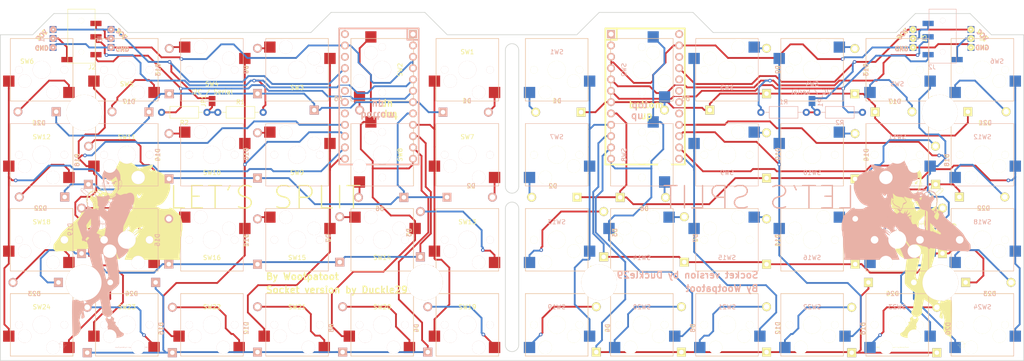
<source format=kicad_pcb>
(kicad_pcb (version 4) (host pcbnew 4.0.1-stable)
  (layers (0 F.Cu signal) (31 B.Cu signal) (34 B.Paste user) (35 F.Paste user) (36 B.SilkS user) (37 F.SilkS user) (38 B.Mask user) (39 F.Mask user) (44 Edge.Cuts user))
  (net 0 "")
  (net 1 "Net-(D1-Pad2)")
  (net 2 row0)
  (net 3 "Net-(D2-Pad2)")
  (net 4 row1)
  (net 5 "Net-(D3-Pad2)")
  (net 6 row2)
  (net 7 "Net-(D4-Pad2)")
  (net 8 row3)
  (net 9 "Net-(D5-Pad2)")
  (net 10 "Net-(D6-Pad2)")
  (net 11 "Net-(D7-Pad2)")
  (net 12 "Net-(D8-Pad2)")
  (net 13 "Net-(D9-Pad2)")
  (net 14 "Net-(D10-Pad2)")
  (net 15 "Net-(D11-Pad2)")
  (net 16 "Net-(D12-Pad2)")
  (net 17 "Net-(D13-Pad2)")
  (net 18 "Net-(D14-Pad2)")
  (net 19 "Net-(D15-Pad2)")
  (net 20 "Net-(D16-Pad2)")
  (net 21 "Net-(D17-Pad2)")
  (net 22 "Net-(D18-Pad2)")
  (net 23 "Net-(D19-Pad2)")
  (net 24 "Net-(D20-Pad2)")
  (net 25 "Net-(D21-Pad2)")
  (net 26 "Net-(D22-Pad2)")
  (net 27 "Net-(D23-Pad2)")
  (net 28 "Net-(D24-Pad2)")
  (net 29 GND)
  (net 30 "Net-(J1-Pad2)")
  (net 31 VCC)
  (net 32 "Net-(J2-Pad4)")
  (net 33 col0)
  (net 34 col1)
  (net 35 col2)
  (net 36 col3)
  (net 37 col4)
  (net 38 col5)
  (net 39 SCL/D3)
  (net 40 SDA)
  (net 41 "Net-(JP1-Pad2)")
  (net 42 "Net-(U1-Pad1)")
  (net 43 "Net-(U1-Pad2)")
  (net 44 "Net-(U1-Pad18)")
  (net 45 "Net-(U1-Pad19)")
  (net 46 "Net-(U1-Pad20)")
  (net 47 "Net-(U1-Pad22)")
  (net 48 "Net-(U1-Pad24)")
  (net 49 "Net-(U1-Pad17)")
  (module Jumpers:Solder-jumper-NO (layer B.Cu) (at 215.616 78.848 270)
    (fp_text reference JP1 (at 0 -1.905 270) (layer B.SilkS) (effects (justify mirror)))
    (fp_text value "I2C / Serial" (at -2.032 0 360) (layer B.SilkS) (effects (justify mirror)))
    (pad 1 smd rect (at -0.635 0 270) (size 1 1.5) (layers B.Cu B.Paste B.Mask) (net 31 VCC))
    (pad 2 smd rect (at 0.635 0 270) (size 1 1.5) (layers B.Cu B.Paste B.Mask) (net 41 "Net-(JP1-Pad2)"))
  )
  (module Connectors:4ucon-20153 (layer B.Cu) (at 244.855 64.315 270)
    (fp_text reference J2 (at 6.929 2.384 540) (layer B.SilkS) (effects (justify mirror)))
    (fp_text value CONN_01X04)
    (pad 1 smd rect (at 5.25 -3.25 270) (size 1.2 2.5) (layers B.Cu B.Paste B.Mask) (net 30 "Net-(J1-Pad2)"))
    (pad 2 smd rect (at 4.15 3.25 270) (size 1.2 2.5) (layers B.Cu B.Paste B.Mask) (net 39 SCL/D3))
    (pad 3 smd rect (at 0.15 3.25 270) (size 1.2 2.5) (layers B.Cu B.Paste B.Mask) (net 40 SDA))
    (pad 4 smd rect (at -2.85 3.25 270) (size 1.2 2.5) (layers B.Cu B.Paste B.Mask) (net 32 "Net-(J2-Pad4)"))
    (pad "" np_thru_hole circle (at -3.5 0 270) (size 1.2 1.2) (drill 1.2) (layers *.Cu *.Mask B.SilkS))
    (pad "" np_thru_hole circle (at 3.5 0 270) (size 1.2 1.2) (drill 1.2) (layers *.Cu *.Mask B.SilkS))
  )
  (module Resistors_ThroughHole:R_Axial_DIN0207_L6.3mm_D2.5mm_P10.16mm_Horizontal (layer B.Cu) (at 216.759 81.388)
    (fp_text reference R2 (at 5.08 2.31) (layer B.SilkS) (effects (justify mirror)))
    (fp_text value 4k7)
    (pad 1 thru_hole circle (at 0 0) (size 1.6 1.6) (drill 0.8) (layers *.Cu *.Mask) (net 41 "Net-(JP1-Pad2)"))
    (pad 2 thru_hole oval (at 10.16 0) (size 1.6 1.6) (drill 0.8) (layers *.Cu *.Mask) (net 39 SCL/D3))
  )
  (module Resistors_ThroughHole:R_Axial_DIN0207_L6.3mm_D2.5mm_P10.16mm_Horizontal (layer B.Cu) (at 214.346 81.388 180)
    (fp_text reference R1 (at 5.08 2.31 180) (layer B.SilkS) (effects (justify mirror)))
    (fp_text value 4k7)
    (pad 1 thru_hole circle (at 0 0 180) (size 1.6 1.6) (drill 0.8) (layers *.Cu *.Mask) (net 41 "Net-(JP1-Pad2)"))
    (pad 2 thru_hole oval (at 10.16 0 180) (size 1.6 1.6) (drill 0.8) (layers *.Cu *.Mask) (net 40 SDA))
  )
  (module Connect:1pin (layer F.Cu) (at 167.991 119.488)
    (fp_text reference REF** (at 0 -3.048) (layer F.SilkS))
    (fp_text value 1pin)
    (pad "" np_thru_hole circle (at 0 0) (size 8 8) (drill 8) (layers *.Cu *.SilkS *.Mask))
  )
  (module Diodes_ThroughHole:Diode_DO-41_SOD81_Horizontal_RM10 (layer F.Cu) (at 244.826 113 90)
    (fp_text reference D19 (at 5.38734 2.53746 90) (layer F.SilkS))
    (fp_text value D)
    (pad 2 thru_hole circle (at 10.16 -0.00254 270) (size 1.99898 1.99898) (drill 1.27) (layers *.Cu *.Mask F.SilkS) (net 23 "Net-(D19-Pad2)"))
    (pad 1 thru_hole rect (at 0 -0.00254 270) (size 1.99898 1.99898) (drill 1.00076) (layers *.Cu *.Mask F.SilkS) (net 6 row2))
  )
  (module LOGO (layer F.Cu) (at 240 112.75)
    (fp_text reference G*** hide)
    (fp_text value LOGO hide)
  )
  (module LOGO (layer B.Cu) (at 231.75 103 180)
    (fp_text reference G*** hide)
    (fp_text value LOGO hide)
  )
  (module Diodes_ThroughHole:Diode_DO-41_SOD81_Horizontal_RM10 (layer F.Cu) (at 169.00954 113.773 90)
    (fp_text reference D3 (at 5.44 2.55 90) (layer F.SilkS))
    (fp_text value D)
    (fp_text user D3 (at 5.45 2.47 90) (layer B.SilkS) (effects (justify mirror)))
    (pad 2 thru_hole circle (at 10.16 -0.00254 270) (size 1.99898 1.99898) (drill 1.27) (layers *.Cu *.Mask F.SilkS) (net 5 "Net-(D3-Pad2)"))
    (pad 1 thru_hole rect (at 0 -0.00254 270) (size 1.99898 1.99898) (drill 1.00076) (layers *.Cu *.Mask F.SilkS) (net 6 row2))
  )
  (module Diodes_ThroughHole:Diode_DO-41_SOD81_Horizontal_RM10 (layer F.Cu) (at 163.95 81.35 180)
    (fp_text reference D1 (at 5.38734 2.53746 180) (layer F.SilkS))
    (fp_text value D)
    (fp_text user D1 (at 5.35 2.54 180) (layer B.SilkS) (effects (justify mirror)))
    (pad 2 thru_hole circle (at 10.16 -0.00254) (size 1.99898 1.99898) (drill 1.27) (layers *.Cu *.Mask F.SilkS) (net 1 "Net-(D1-Pad2)"))
    (pad 1 thru_hole rect (at 0 -0.00254) (size 1.99898 1.99898) (drill 1.00076) (layers *.Cu *.Mask F.SilkS) (net 2 row0))
  )
  (module Diodes_ThroughHole:Diode_DO-41_SOD81_Horizontal_RM10 (layer F.Cu) (at 192.756 80.88 180)
    (fp_text reference D5 (at 5.38734 2.53746 180) (layer F.SilkS))
    (fp_text value D)
    (fp_text user D5 (at 5.4 2.53 180) (layer B.SilkS) (effects (justify mirror)))
    (pad 2 thru_hole circle (at 10.16 -0.00254) (size 1.99898 1.99898) (drill 1.27) (layers *.Cu *.Mask F.SilkS) (net 9 "Net-(D5-Pad2)"))
    (pad 1 thru_hole rect (at 0 -0.00254) (size 1.99898 1.99898) (drill 1.00076) (layers *.Cu *.Mask F.SilkS) (net 2 row0))
  )
  (module Diodes_ThroughHole:Diode_DO-41_SOD81_Horizontal_RM10 (layer F.Cu) (at 205.45854 77.197 90)
    (fp_text reference D9 (at 5.38734 2.53746 90) (layer F.SilkS))
    (fp_text value D)
    (fp_text user D9 (at 5.39 2.54 90) (layer B.SilkS) (effects (justify mirror)))
    (pad 2 thru_hole circle (at 10.16 -0.00254 270) (size 1.99898 1.99898) (drill 1.27) (layers *.Cu *.Mask F.SilkS) (net 13 "Net-(D9-Pad2)"))
    (pad 1 thru_hole rect (at 0 -0.00254 270) (size 1.99898 1.99898) (drill 1.00076) (layers *.Cu *.Mask F.SilkS) (net 2 row0))
  )
  (module Diodes_ThroughHole:Diode_DO-41_SOD81_Horizontal_RM10 (layer F.Cu) (at 225.2 77.25 90)
    (fp_text reference D13 (at 5.38734 2.53746 90) (layer F.SilkS))
    (fp_text value D)
    (fp_text user D13 (at 5.39 2.46 90) (layer B.SilkS) (effects (justify mirror)))
    (pad 2 thru_hole circle (at 10.16 -0.00254 270) (size 1.99898 1.99898) (drill 1.27) (layers *.Cu *.Mask F.SilkS) (net 17 "Net-(D13-Pad2)"))
    (pad 1 thru_hole rect (at 0 -0.00254 270) (size 1.99898 1.99898) (drill 1.00076) (layers *.Cu *.Mask F.SilkS) (net 2 row0))
  )
  (module Diodes_ThroughHole:Diode_DO-41_SOD81_Horizontal_RM10 (layer F.Cu) (at 229.75 81.3)
    (fp_text reference D17 (at 4.5 -2.3) (layer F.SilkS))
    (fp_text value D)
    (fp_text user D17 (at 4.37 -2.35) (layer B.SilkS) (effects (justify mirror)))
    (pad 2 thru_hole circle (at 8.25 -0.05 180) (size 1.99898 1.99898) (drill 1.27) (layers *.Cu *.Mask F.SilkS) (net 21 "Net-(D17-Pad2)"))
    (pad 1 thru_hole rect (at 0 -0.00254 180) (size 1.99898 1.99898) (drill 1.00076) (layers *.Cu *.Mask F.SilkS) (net 2 row0))
  )
  (module Diodes_ThroughHole:Diode_DO-41_SOD81_Horizontal_RM10 (layer F.Cu) (at 248.9 81.25)
    (fp_text reference D21 (at 5.38734 2.53746) (layer F.SilkS))
    (fp_text value D)
    (fp_text user D21 (at 5.51 2.49) (layer B.SilkS) (effects (justify mirror)))
    (pad 2 thru_hole circle (at 10.16 -0.00254 180) (size 1.99898 1.99898) (drill 1.27) (layers *.Cu *.Mask F.SilkS) (net 25 "Net-(D21-Pad2)"))
    (pad 1 thru_hole rect (at 1.6 0 180) (size 1.99898 1.99898) (drill 1.00076) (layers *.Cu *.Mask F.SilkS) (net 2 row0))
  )
  (module Diodes_ThroughHole:Diode_DO-41_SOD81_Horizontal_RM10 (layer F.Cu) (at 243.29438 97.517 90)
    (fp_text reference D18 (at 5.38734 2.53746 90) (layer F.SilkS))
    (fp_text value D)
    (fp_text user D18 (at 5.44 2.48 90) (layer B.SilkS) (effects (justify mirror)))
    (pad 2 thru_hole circle (at 8.55 -0.05 270) (size 1.99898 1.99898) (drill 1.27) (layers *.Cu *.Mask F.SilkS) (net 22 "Net-(D18-Pad2)"))
    (pad 1 thru_hole rect (at 0 -0.00254 270) (size 1.99898 1.99898) (drill 1.00076) (layers *.Cu *.Mask F.SilkS) (net 4 row1))
  )
  (module Diodes_ThroughHole:Diode_DO-41_SOD81_Horizontal_RM10 (layer F.Cu) (at 225.25 96.3 90)
    (fp_text reference D14 (at 5.38734 2.53746 90) (layer F.SilkS))
    (fp_text value D)
    (fp_text user D14 (at 5.38 2.51 90) (layer B.SilkS) (effects (justify mirror)))
    (pad 2 thru_hole circle (at 10.16 -0.00254 270) (size 1.99898 1.99898) (drill 1.27) (layers *.Cu *.Mask F.SilkS) (net 18 "Net-(D14-Pad2)"))
    (pad 1 thru_hole rect (at 0 -0.00254 270) (size 1.99898 1.99898) (drill 1.00076) (layers *.Cu *.Mask F.SilkS) (net 4 row1))
  )
  (module Diodes_ThroughHole:Diode_DO-41_SOD81_Horizontal_RM10 (layer F.Cu) (at 205.456 96.12 90)
    (fp_text reference D10 (at 5.38734 2.53746 90) (layer F.SilkS))
    (fp_text value D)
    (fp_text user D10 (at 5.4 2.5 90) (layer B.SilkS) (effects (justify mirror)))
    (pad 2 thru_hole circle (at 10.16 -0.00254 270) (size 1.99898 1.99898) (drill 1.27) (layers *.Cu *.Mask F.SilkS) (net 14 "Net-(D10-Pad2)"))
    (pad 1 thru_hole rect (at 0 -0.00254 270) (size 1.99898 1.99898) (drill 1.00076) (layers *.Cu *.Mask F.SilkS) (net 4 row1))
  )
  (module Diodes_ThroughHole:Diode_DO-41_SOD81_Horizontal_RM10 (layer F.Cu) (at 172.7 100.45)
    (fp_text reference D6 (at 5.38734 2.53746) (layer F.SilkS))
    (fp_text value D)
    (fp_text user D6 (at 5.42 2.47) (layer B.SilkS) (effects (justify mirror)))
    (pad 2 thru_hole circle (at 10.16 -0.00254 180) (size 1.99898 1.99898) (drill 1.27) (layers *.Cu *.Mask F.SilkS) (net 10 "Net-(D6-Pad2)"))
    (pad 1 thru_hole rect (at 0 -0.00254 180) (size 1.99898 1.99898) (drill 1.00076) (layers *.Cu *.Mask F.SilkS) (net 4 row1))
  )
  (module Diodes_ThroughHole:Diode_DO-41_SOD81_Horizontal_RM10 (layer F.Cu) (at 167.35854 135.109 90)
    (fp_text reference D4 (at 5.38734 2.53746 90) (layer F.SilkS))
    (fp_text value D)
    (fp_text user D4 (at 5.38 2.54 90) (layer B.SilkS) (effects (justify mirror)))
    (pad 2 thru_hole circle (at 10.16 -0.00254 270) (size 1.99898 1.99898) (drill 1.27) (layers *.Cu *.Mask F.SilkS) (net 7 "Net-(D4-Pad2)"))
    (pad 1 thru_hole rect (at 0 -0.00254 270) (size 1.99898 1.99898) (drill 1.00076) (layers *.Cu *.Mask F.SilkS) (net 8 row3))
  )
  (module Diodes_ThroughHole:Diode_DO-41_SOD81_Horizontal_RM10 (layer F.Cu) (at 163.05 100.4 180)
    (fp_text reference D2 (at 5.38734 2.53746 180) (layer F.SilkS))
    (fp_text value D)
    (fp_text user D2 (at 5.41 2.48 180) (layer B.SilkS) (effects (justify mirror)))
    (pad 2 thru_hole circle (at 10.16 -0.00254) (size 1.99898 1.99898) (drill 1.27) (layers *.Cu *.Mask F.SilkS) (net 3 "Net-(D2-Pad2)"))
    (pad 1 thru_hole rect (at 0 -0.00254) (size 1.99898 1.99898) (drill 1.00076) (layers *.Cu *.Mask F.SilkS) (net 4 row1))
  )
  (module Diodes_ThroughHole:Diode_DO-41_SOD81_Horizontal_RM10 (layer F.Cu) (at 187.05 114.95 90)
    (fp_text reference D7 (at 5.38734 2.53746 90) (layer F.SilkS))
    (fp_text value D)
    (fp_text user D7 (at 5.4 2.53 90) (layer B.SilkS) (effects (justify mirror)))
    (pad 2 thru_hole circle (at 10.16 -0.00254 270) (size 1.99898 1.99898) (drill 1.27) (layers *.Cu *.Mask F.SilkS) (net 11 "Net-(D7-Pad2)"))
    (pad 1 thru_hole rect (at 0 -0.00254 270) (size 1.99898 1.99898) (drill 1.00076) (layers *.Cu *.Mask F.SilkS) (net 6 row2))
  )
  (module Diodes_ThroughHole:Diode_DO-41_SOD81_Horizontal_RM10 (layer F.Cu) (at 205.456 115.424 90)
    (fp_text reference D11 (at 5.38734 2.53746 90) (layer F.SilkS))
    (fp_text value D)
    (fp_text user D11 (at 5.34 2.47 90) (layer B.SilkS) (effects (justify mirror)))
    (pad 2 thru_hole circle (at 10.16 -0.00254 270) (size 1.99898 1.99898) (drill 1.27) (layers *.Cu *.Mask F.SilkS) (net 15 "Net-(D11-Pad2)"))
    (pad 1 thru_hole rect (at 0 -0.00254 270) (size 1.99898 1.99898) (drill 1.00076) (layers *.Cu *.Mask F.SilkS) (net 6 row2))
  )
  (module Diodes_ThroughHole:Diode_DO-41_SOD81_Horizontal_RM10 (layer F.Cu) (at 225.3 115.4 90)
    (fp_text reference D15 (at 5.38734 2.53746 90) (layer F.SilkS))
    (fp_text value D)
    (fp_text user D15 (at 5.4 2.53 90) (layer B.SilkS) (effects (justify mirror)))
    (pad 2 thru_hole circle (at 10.16 -0.00254 270) (size 1.99898 1.99898) (drill 1.27) (layers *.Cu *.Mask F.SilkS) (net 19 "Net-(D15-Pad2)"))
    (pad 1 thru_hole rect (at 0 -0.00254 270) (size 1.99898 1.99898) (drill 1.00076) (layers *.Cu *.Mask F.SilkS) (net 6 row2))
  )
  (module Diodes_ThroughHole:Diode_DO-41_SOD81_Horizontal_RM10 (layer F.Cu) (at 248.6 100.35)
    (fp_text reference D22 (at 5.38734 2.53746) (layer F.SilkS))
    (fp_text value D)
    (fp_text user D22 (at 5.43 2.54) (layer B.SilkS) (effects (justify mirror)))
    (pad 2 thru_hole circle (at 10.16 -0.00254 180) (size 1.99898 1.99898) (drill 1.27) (layers *.Cu *.Mask F.SilkS) (net 26 "Net-(D22-Pad2)"))
    (pad 1 thru_hole rect (at 0 -0.00254 180) (size 1.99898 1.99898) (drill 1.00076) (layers *.Cu *.Mask F.SilkS) (net 4 row1))
  )
  (module Diodes_ThroughHole:Diode_DO-41_SOD81_Horizontal_RM10 (layer F.Cu) (at 228.25 119.5)
    (fp_text reference D24 (at 5.38734 2.53746) (layer F.SilkS))
    (fp_text value D)
    (fp_text user D24 (at 5.39 2.53) (layer B.SilkS) (effects (justify mirror)))
    (pad 2 thru_hole circle (at 10.16 -0.00254 180) (size 1.99898 1.99898) (drill 1.27) (layers *.Cu *.Mask F.SilkS) (net 28 "Net-(D24-Pad2)"))
    (pad 1 thru_hole rect (at 0 -0.00254 180) (size 1.99898 1.99898) (drill 1.00076) (layers *.Cu *.Mask F.SilkS) (net 8 row3))
  )
  (module Diodes_ThroughHole:Diode_DO-41_SOD81_Horizontal_RM10 (layer F.Cu) (at 224.50854 135.236 90)
    (fp_text reference D16 (at 5.38734 2.53746 90) (layer F.SilkS))
    (fp_text value D)
    (fp_text user D16 (at 5.41 2.51 90) (layer B.SilkS) (effects (justify mirror)))
    (pad 2 thru_hole circle (at 10.16 -0.00254 270) (size 1.99898 1.99898) (drill 1.27) (layers *.Cu *.Mask F.SilkS) (net 20 "Net-(D16-Pad2)"))
    (pad 1 thru_hole rect (at 0 -0.00254 270) (size 1.99898 1.99898) (drill 1.00076) (layers *.Cu *.Mask F.SilkS) (net 8 row3))
  )
  (module Diodes_ThroughHole:Diode_DO-41_SOD81_Horizontal_RM10 (layer F.Cu) (at 205.456 135.109 90)
    (fp_text reference D12 (at 5.38734 2.53746 90) (layer F.SilkS))
    (fp_text value D)
    (fp_text user D12 (at 5.39 2.52 90) (layer B.SilkS) (effects (justify mirror)))
    (pad 2 thru_hole circle (at 10.16 -0.00254 270) (size 1.99898 1.99898) (drill 1.27) (layers *.Cu *.Mask F.SilkS) (net 16 "Net-(D12-Pad2)"))
    (pad 1 thru_hole rect (at 0 -0.00254 270) (size 1.99898 1.99898) (drill 1.00076) (layers *.Cu *.Mask F.SilkS) (net 8 row3))
  )
  (module Diodes_ThroughHole:Diode_DO-41_SOD81_Horizontal_RM10 (layer F.Cu) (at 186.40854 135.109 90)
    (fp_text reference D8 (at 5.38734 2.53746 90) (layer F.SilkS))
    (fp_text value D)
    (fp_text user D8 (at 5.4 2.53 90) (layer B.SilkS) (effects (justify mirror)))
    (pad 2 thru_hole circle (at 10.16 -0.00254 270) (size 1.99898 1.99898) (drill 1.27) (layers *.Cu *.Mask F.SilkS) (net 12 "Net-(D8-Pad2)"))
    (pad 1 thru_hole rect (at 0 -0.00254 270) (size 1.99898 1.99898) (drill 1.00076) (layers *.Cu *.Mask F.SilkS) (net 8 row3))
  )
  (module Diodes_ThroughHole:Diode_DO-41_SOD81_Horizontal_RM10 (layer F.Cu) (at 243.556 135.236 90)
    (fp_text reference D20 (at 5.38734 2.53746 90) (layer F.SilkS))
    (fp_text value D)
    (fp_text user D20 (at 5.41 2.54 90) (layer B.SilkS) (effects (justify mirror)))
    (pad 2 thru_hole circle (at 10.16 -0.00254 270) (size 1.99898 1.99898) (drill 1.27) (layers *.Cu *.Mask F.SilkS) (net 24 "Net-(D20-Pad2)"))
    (pad 1 thru_hole rect (at 0 -0.00254 270) (size 1.99898 1.99898) (drill 1.00076) (layers *.Cu *.Mask F.SilkS) (net 8 row3))
  )
  (module Connect:1pin (layer F.Cu) (at 244.35 119.55)
    (fp_text reference REF** (at 0 -3.048) (layer F.SilkS))
    (fp_text value 1pin)
    (pad "" np_thru_hole circle (at 0 0) (size 8 8) (drill 8) (layers *.Cu *.SilkS *.Mask))
  )
  (module Connect:1pin (layer F.Cu) (at 244.2 81.45)
    (fp_text reference REF** (at 0 -3.048) (layer F.SilkS))
    (fp_text value 1pin)
    (pad "" np_thru_hole circle (at 0 0) (size 8 8) (drill 8) (layers *.Cu *.SilkS *.Mask))
  )
  (module jumper-3pin-smd-dualside (layer F.Cu) (at 240.222 64.846 90)
    (fp_text reference J3 (at 0 0.5 90) (layer F.SilkS))
    (fp_text value 3PIN)
    (pad 1 smd rect (at -2 -2 90) (size 1.524 1.524) (layers F.Cu F.Paste F.Mask) (net 29 GND))
    (pad 2 smd rect (at 0 -2 90) (size 1.524 1.524) (layers F.Cu F.Paste F.Mask) (net 32 "Net-(J2-Pad4)"))
    (pad 3 smd rect (at 2 -2 90) (size 1.524 1.524) (layers F.Cu F.Paste F.Mask) (net 31 VCC))
    (pad 1 smd rect (at -2 -2 90) (size 1.524 1.524) (layers B.Cu F.Paste F.Mask) (net 29 GND))
    (pad 2 smd rect (at 0 -2 90) (size 1.524 1.524) (layers B.Cu F.Paste F.Mask) (net 32 "Net-(J2-Pad4)"))
    (pad 3 smd rect (at 2 -2 90) (size 1.524 1.524) (layers B.Cu F.Paste F.Mask) (net 31 VCC))
    (pad 2 thru_hole circle (at -0.01 -1.99 90) (size 1.524 1.524) (drill 0.4) (layers *.Cu *.Mask F.SilkS) (net 32 "Net-(J2-Pad4)"))
    (pad 3 thru_hole circle (at 2 -2.01 90) (size 1.524 1.524) (drill 0.4) (layers *.Cu *.Mask F.SilkS) (net 31 VCC))
    (pad 1 thru_hole circle (at -2.01 -1.99 90) (size 1.524 1.524) (drill 0.5) (layers *.Cu *.Mask F.SilkS) (net 29 GND))
  )
  (module jumper-3pin-smd-dualside (layer F.Cu) (at 253.186 64.846 90)
    (fp_text reference J1 (at 0 0.5 90) (layer F.SilkS))
    (fp_text value 3PIN)
    (pad 1 smd rect (at -2 -2 90) (size 1.524 1.524) (layers F.Cu F.Paste F.Mask) (net 29 GND))
    (pad 2 smd rect (at 0 -2 90) (size 1.524 1.524) (layers F.Cu F.Paste F.Mask) (net 30 "Net-(J1-Pad2)"))
    (pad 3 smd rect (at 2 -2 90) (size 1.524 1.524) (layers F.Cu F.Paste F.Mask) (net 31 VCC))
    (pad 1 smd rect (at -2 -2 90) (size 1.524 1.524) (layers B.Cu F.Paste F.Mask) (net 29 GND))
    (pad 2 smd rect (at 0 -2 90) (size 1.524 1.524) (layers B.Cu F.Paste F.Mask) (net 30 "Net-(J1-Pad2)"))
    (pad 3 smd rect (at 2 -2 90) (size 1.524 1.524) (layers B.Cu F.Paste F.Mask) (net 31 VCC))
    (pad 2 thru_hole circle (at -0.01 -1.99 90) (size 1.524 1.524) (drill 0.4) (layers *.Cu *.Mask F.SilkS) (net 30 "Net-(J1-Pad2)"))
    (pad 3 thru_hole circle (at 2 -2.01 90) (size 1.524 1.524) (drill 0.4) (layers *.Cu *.Mask F.SilkS) (net 31 VCC))
    (pad 1 thru_hole circle (at -2.01 -1.99 90) (size 1.524 1.524) (drill 0.4) (layers *.Cu *.Mask F.SilkS) (net 29 GND))
  )
  (module Diodes_ThroughHole:Diode_DO-41_SOD81_Horizontal_RM10 (layer F.Cu) (at 250 119.5)
    (fp_text reference D23 (at 5.38734 2.53746) (layer F.SilkS))
    (fp_text value D)
    (fp_text user D23 (at 5.4 2.54) (layer B.SilkS) (effects (justify mirror)))
    (pad 2 thru_hole circle (at 10.16 -0.00254 180) (size 1.99898 1.99898) (drill 1.27) (layers *.Cu *.Mask F.SilkS) (net 27 "Net-(D23-Pad2)"))
    (pad 1 thru_hole rect (at 0 -0.00254 180) (size 1.99898 1.99898) (drill 1.00076) (layers *.Cu *.Mask F.SilkS) (net 6 row2))
  )
  (module Kailh-socket (layer F.Cu) (at 158.5 71.85 180)
    (fp_text reference SW1 (at 0 4 180) (layer B.SilkS) (effects (justify mirror)))
    (fp_text value SW_PUSH)
    (pad "" np_thru_hole circle (at 0 0 180) (size 4 4) (drill 4) (layers *.Cu *.Mask F.SilkS))
    (pad "" np_thru_hole circle (at -5.08 0 180) (size 1.7 1.7) (drill 1.7) (layers *.Cu *.Mask F.SilkS))
    (pad "" np_thru_hole circle (at 5.08 0 180) (size 1.7 1.7) (drill 1.7) (layers *.Cu *.Mask F.SilkS))
    (pad "" np_thru_hole circle (at -3.81 -2.54 180) (size 3 3) (drill 3) (layers *.Cu *.Mask F.SilkS))
    (pad "" np_thru_hole circle (at 2.54 -5.08 180) (size 3 3) (drill 3) (layers *.Cu *.Mask F.SilkS))
    (pad 2 smd rect (at 6.09 -5.08 180) (size 2.55 2.5) (layers B.Cu B.Paste B.Mask) (net 1 "Net-(D1-Pad2)"))
    (pad 1 smd rect (at -7.36 -2.54 180) (size 2.55 2.5) (layers B.Cu B.Paste B.Mask) (net 33 col0))
  )
  (module Kailh-socket (layer F.Cu) (at 177.55 71.85 270)
    (fp_text reference SW2 (at 0 4 270) (layer B.SilkS) (effects (justify mirror)))
    (fp_text value SW_PUSH)
    (pad "" np_thru_hole circle (at 0 0 270) (size 4 4) (drill 4) (layers *.Cu *.Mask F.SilkS))
    (pad "" np_thru_hole circle (at -5.08 0 270) (size 1.7 1.7) (drill 1.7) (layers *.Cu *.Mask F.SilkS))
    (pad "" np_thru_hole circle (at 5.08 0 270) (size 1.7 1.7) (drill 1.7) (layers *.Cu *.Mask F.SilkS))
    (pad "" np_thru_hole circle (at -3.81 -2.54 270) (size 3 3) (drill 3) (layers *.Cu *.Mask F.SilkS))
    (pad "" np_thru_hole circle (at 2.54 -5.08 270) (size 3 3) (drill 3) (layers *.Cu *.Mask F.SilkS))
    (pad 2 smd rect (at 6.09 -5.08 270) (size 2.55 2.5) (layers B.Cu B.Paste B.Mask) (net 9 "Net-(D5-Pad2)"))
    (pad 1 smd rect (at -7.36 -2.54 270) (size 2.55 2.5) (layers B.Cu B.Paste B.Mask) (net 34 col1))
  )
  (module Kailh-socket (layer F.Cu) (at 196.6 71.85)
    (fp_text reference SW3 (at 0 4) (layer B.SilkS) (effects (justify mirror)))
    (fp_text value SW_PUSH)
    (pad "" np_thru_hole circle (at 0 0) (size 4 4) (drill 4) (layers *.Cu *.Mask F.SilkS))
    (pad "" np_thru_hole circle (at -5.08 0) (size 1.7 1.7) (drill 1.7) (layers *.Cu *.Mask F.SilkS))
    (pad "" np_thru_hole circle (at 5.08 0) (size 1.7 1.7) (drill 1.7) (layers *.Cu *.Mask F.SilkS))
    (pad "" np_thru_hole circle (at -3.81 -2.54) (size 3 3) (drill 3) (layers *.Cu *.Mask F.SilkS))
    (pad "" np_thru_hole circle (at 2.54 -5.08) (size 3 3) (drill 3) (layers *.Cu *.Mask F.SilkS))
    (pad 2 smd rect (at 6.09 -5.08) (size 2.55 2.5) (layers B.Cu B.Paste B.Mask) (net 13 "Net-(D9-Pad2)"))
    (pad 1 smd rect (at -7.36 -2.54) (size 2.55 2.5) (layers B.Cu B.Paste B.Mask) (net 35 col2))
  )
  (module Kailh-socket (layer F.Cu) (at 215.65 71.85)
    (fp_text reference SW4 (at 0 3.188) (layer B.SilkS) (effects (justify mirror)))
    (fp_text value SW_PUSH)
    (pad "" np_thru_hole circle (at 0 0) (size 4 4) (drill 4) (layers *.Cu *.Mask F.SilkS))
    (pad "" np_thru_hole circle (at -5.08 0) (size 1.7 1.7) (drill 1.7) (layers *.Cu *.Mask F.SilkS))
    (pad "" np_thru_hole circle (at 5.08 0) (size 1.7 1.7) (drill 1.7) (layers *.Cu *.Mask F.SilkS))
    (pad "" np_thru_hole circle (at -3.81 -2.54) (size 3 3) (drill 3) (layers *.Cu *.Mask F.SilkS))
    (pad "" np_thru_hole circle (at 2.54 -5.08) (size 3 3) (drill 3) (layers *.Cu *.Mask F.SilkS))
    (pad 2 smd rect (at 6.09 -5.08) (size 2.55 2.5) (layers B.Cu B.Paste B.Mask) (net 17 "Net-(D13-Pad2)"))
    (pad 1 smd rect (at -7.36 -2.54) (size 2.55 2.5) (layers B.Cu B.Paste B.Mask) (net 36 col3))
  )
  (module Kailh-socket (layer F.Cu) (at 234.7 71.85 180)
    (fp_text reference SW5 (at 0 -3.188 180) (layer B.SilkS) (effects (justify mirror)))
    (fp_text value SW_PUSH)
    (pad "" np_thru_hole circle (at 0 0 180) (size 4 4) (drill 4) (layers *.Cu *.Mask F.SilkS))
    (pad "" np_thru_hole circle (at -5.08 0 180) (size 1.7 1.7) (drill 1.7) (layers *.Cu *.Mask F.SilkS))
    (pad "" np_thru_hole circle (at 5.08 0 180) (size 1.7 1.7) (drill 1.7) (layers *.Cu *.Mask F.SilkS))
    (pad "" np_thru_hole circle (at -3.81 -2.54 180) (size 3 3) (drill 3) (layers *.Cu *.Mask F.SilkS))
    (pad "" np_thru_hole circle (at 2.54 -5.08 180) (size 3 3) (drill 3) (layers *.Cu *.Mask F.SilkS))
    (pad 2 smd rect (at 6.09 -5.08 180) (size 2.55 2.5) (layers B.Cu B.Paste B.Mask) (net 21 "Net-(D17-Pad2)"))
    (pad 1 smd rect (at -7.36 -2.54 180) (size 2.55 2.5) (layers B.Cu B.Paste B.Mask) (net 37 col4))
  )
  (module Kailh-socket (layer F.Cu) (at 253.75 71.85 180)
    (fp_text reference SW6 (at -3.268 1.892 180) (layer B.SilkS) (effects (justify mirror)))
    (fp_text value SW_PUSH)
    (pad "" np_thru_hole circle (at 0 0 180) (size 4 4) (drill 4) (layers *.Cu *.Mask F.SilkS))
    (pad "" np_thru_hole circle (at -5.08 0 180) (size 1.7 1.7) (drill 1.7) (layers *.Cu *.Mask F.SilkS))
    (pad "" np_thru_hole circle (at 5.08 0 180) (size 1.7 1.7) (drill 1.7) (layers *.Cu *.Mask F.SilkS))
    (pad "" np_thru_hole circle (at -3.81 -2.54 180) (size 3 3) (drill 3) (layers *.Cu *.Mask F.SilkS))
    (pad "" np_thru_hole circle (at 2.54 -5.08 180) (size 3 3) (drill 3) (layers *.Cu *.Mask F.SilkS))
    (pad 2 smd rect (at 6.09 -5.08 180) (size 2.55 2.5) (layers B.Cu B.Paste B.Mask) (net 25 "Net-(D21-Pad2)"))
    (pad 1 smd rect (at -7.36 -2.54 180) (size 2.55 2.5) (layers B.Cu B.Paste B.Mask) (net 38 col5))
  )
  (module Kailh-socket (layer F.Cu) (at 196.6 90.9)
    (fp_text reference SW9 (at 0 4) (layer B.SilkS) (effects (justify mirror)))
    (fp_text value SW_PUSH)
    (pad "" np_thru_hole circle (at 0 0) (size 4 4) (drill 4) (layers *.Cu *.Mask F.SilkS))
    (pad "" np_thru_hole circle (at -5.08 0) (size 1.7 1.7) (drill 1.7) (layers *.Cu *.Mask F.SilkS))
    (pad "" np_thru_hole circle (at 5.08 0) (size 1.7 1.7) (drill 1.7) (layers *.Cu *.Mask F.SilkS))
    (pad "" np_thru_hole circle (at -3.81 -2.54) (size 3 3) (drill 3) (layers *.Cu *.Mask F.SilkS))
    (pad "" np_thru_hole circle (at 2.54 -5.08) (size 3 3) (drill 3) (layers *.Cu *.Mask F.SilkS))
    (pad 2 smd rect (at 6.09 -5.08) (size 2.55 2.5) (layers B.Cu B.Paste B.Mask) (net 14 "Net-(D10-Pad2)"))
    (pad 1 smd rect (at -7.36 -2.54) (size 2.55 2.5) (layers B.Cu B.Paste B.Mask) (net 35 col2))
  )
  (module Kailh-socket (layer F.Cu) (at 215.65 90.9)
    (fp_text reference SW10 (at 0 4) (layer B.SilkS) (effects (justify mirror)))
    (fp_text value SW_PUSH)
    (pad "" np_thru_hole circle (at 0 0) (size 4 4) (drill 4) (layers *.Cu *.Mask F.SilkS))
    (pad "" np_thru_hole circle (at -5.08 0) (size 1.7 1.7) (drill 1.7) (layers *.Cu *.Mask F.SilkS))
    (pad "" np_thru_hole circle (at 5.08 0) (size 1.7 1.7) (drill 1.7) (layers *.Cu *.Mask F.SilkS))
    (pad "" np_thru_hole circle (at -3.81 -2.54) (size 3 3) (drill 3) (layers *.Cu *.Mask F.SilkS))
    (pad "" np_thru_hole circle (at 2.54 -5.08) (size 3 3) (drill 3) (layers *.Cu *.Mask F.SilkS))
    (pad 2 smd rect (at 6.09 -5.08) (size 2.55 2.5) (layers B.Cu B.Paste B.Mask) (net 18 "Net-(D14-Pad2)"))
    (pad 1 smd rect (at -7.36 -2.54) (size 2.55 2.5) (layers B.Cu B.Paste B.Mask) (net 36 col3))
  )
  (module Kailh-socket (layer F.Cu) (at 234.7 90.9 180)
    (fp_text reference SW11 (at 0 4 180) (layer B.SilkS) (effects (justify mirror)))
    (fp_text value SW_PUSH)
    (pad "" np_thru_hole circle (at 0 0 180) (size 4 4) (drill 4) (layers *.Cu *.Mask F.SilkS))
    (pad "" np_thru_hole circle (at -5.08 0 180) (size 1.7 1.7) (drill 1.7) (layers *.Cu *.Mask F.SilkS))
    (pad "" np_thru_hole circle (at 5.08 0 180) (size 1.7 1.7) (drill 1.7) (layers *.Cu *.Mask F.SilkS))
    (pad "" np_thru_hole circle (at -3.81 -2.54 180) (size 3 3) (drill 3) (layers *.Cu *.Mask F.SilkS))
    (pad "" np_thru_hole circle (at 2.54 -5.08 180) (size 3 3) (drill 3) (layers *.Cu *.Mask F.SilkS))
    (pad 2 smd rect (at 6.09 -5.08 180) (size 2.55 2.5) (layers B.Cu B.Paste B.Mask) (net 22 "Net-(D18-Pad2)"))
    (pad 1 smd rect (at -7.36 -2.54 180) (size 2.55 2.5) (layers B.Cu B.Paste B.Mask) (net 37 col4))
  )
  (module Kailh-socket (layer F.Cu) (at 253.75 90.9 180)
    (fp_text reference SW12 (at 0 4 180) (layer B.SilkS) (effects (justify mirror)))
    (fp_text value SW_PUSH)
    (pad "" np_thru_hole circle (at 0 0 180) (size 4 4) (drill 4) (layers *.Cu *.Mask F.SilkS))
    (pad "" np_thru_hole circle (at -5.08 0 180) (size 1.7 1.7) (drill 1.7) (layers *.Cu *.Mask F.SilkS))
    (pad "" np_thru_hole circle (at 5.08 0 180) (size 1.7 1.7) (drill 1.7) (layers *.Cu *.Mask F.SilkS))
    (pad "" np_thru_hole circle (at -3.81 -2.54 180) (size 3 3) (drill 3) (layers *.Cu *.Mask F.SilkS))
    (pad "" np_thru_hole circle (at 2.54 -5.08 180) (size 3 3) (drill 3) (layers *.Cu *.Mask F.SilkS))
    (pad 2 smd rect (at 6.09 -5.08 180) (size 2.55 2.5) (layers B.Cu B.Paste B.Mask) (net 26 "Net-(D22-Pad2)"))
    (pad 1 smd rect (at -7.36 -2.54 180) (size 2.55 2.5) (layers B.Cu B.Paste B.Mask) (net 38 col5))
  )
  (module Kailh-socket (layer F.Cu) (at 158.5 109.95 180)
    (fp_text reference SW13 (at 0 4 180) (layer B.SilkS) (effects (justify mirror)))
    (fp_text value SW_PUSH)
    (pad "" np_thru_hole circle (at 0 0 180) (size 4 4) (drill 4) (layers *.Cu *.Mask F.SilkS))
    (pad "" np_thru_hole circle (at -5.08 0 180) (size 1.7 1.7) (drill 1.7) (layers *.Cu *.Mask F.SilkS))
    (pad "" np_thru_hole circle (at 5.08 0 180) (size 1.7 1.7) (drill 1.7) (layers *.Cu *.Mask F.SilkS))
    (pad "" np_thru_hole circle (at -3.81 -2.54 180) (size 3 3) (drill 3) (layers *.Cu *.Mask F.SilkS))
    (pad "" np_thru_hole circle (at 2.54 -5.08 180) (size 3 3) (drill 3) (layers *.Cu *.Mask F.SilkS))
    (pad 2 smd rect (at 6.09 -5.08 180) (size 2.55 2.5) (layers B.Cu B.Paste B.Mask) (net 5 "Net-(D3-Pad2)"))
    (pad 1 smd rect (at -7.36 -2.54 180) (size 2.55 2.5) (layers B.Cu B.Paste B.Mask) (net 33 col0))
  )
  (module Kailh-socket (layer F.Cu) (at 177.55 109.95)
    (fp_text reference SW14 (at 0 4) (layer B.SilkS) (effects (justify mirror)))
    (fp_text value SW_PUSH)
    (pad "" np_thru_hole circle (at 0 0) (size 4 4) (drill 4) (layers *.Cu *.Mask F.SilkS))
    (pad "" np_thru_hole circle (at -5.08 0) (size 1.7 1.7) (drill 1.7) (layers *.Cu *.Mask F.SilkS))
    (pad "" np_thru_hole circle (at 5.08 0) (size 1.7 1.7) (drill 1.7) (layers *.Cu *.Mask F.SilkS))
    (pad "" np_thru_hole circle (at -3.81 -2.54) (size 3 3) (drill 3) (layers *.Cu *.Mask F.SilkS))
    (pad "" np_thru_hole circle (at 2.54 -5.08) (size 3 3) (drill 3) (layers *.Cu *.Mask F.SilkS))
    (pad 2 smd rect (at 6.09 -5.08) (size 2.55 2.5) (layers B.Cu B.Paste B.Mask) (net 11 "Net-(D7-Pad2)"))
    (pad 1 smd rect (at -7.36 -2.54) (size 2.55 2.5) (layers B.Cu B.Paste B.Mask) (net 34 col1))
  )
  (module Kailh-socket (layer F.Cu) (at 196.6 109.95)
    (fp_text reference SW15 (at 0 4) (layer B.SilkS) (effects (justify mirror)))
    (fp_text value SW_PUSH)
    (pad "" np_thru_hole circle (at 0 0) (size 4 4) (drill 4) (layers *.Cu *.Mask F.SilkS))
    (pad "" np_thru_hole circle (at -5.08 0) (size 1.7 1.7) (drill 1.7) (layers *.Cu *.Mask F.SilkS))
    (pad "" np_thru_hole circle (at 5.08 0) (size 1.7 1.7) (drill 1.7) (layers *.Cu *.Mask F.SilkS))
    (pad "" np_thru_hole circle (at -3.81 -2.54) (size 3 3) (drill 3) (layers *.Cu *.Mask F.SilkS))
    (pad "" np_thru_hole circle (at 2.54 -5.08) (size 3 3) (drill 3) (layers *.Cu *.Mask F.SilkS))
    (pad 2 smd rect (at 6.09 -5.08) (size 2.55 2.5) (layers B.Cu B.Paste B.Mask) (net 15 "Net-(D11-Pad2)"))
    (pad 1 smd rect (at -7.36 -2.54) (size 2.55 2.5) (layers B.Cu B.Paste B.Mask) (net 35 col2))
  )
  (module Kailh-socket (layer F.Cu) (at 215.65 109.95)
    (fp_text reference SW16 (at 0 4) (layer B.SilkS) (effects (justify mirror)))
    (fp_text value SW_PUSH)
    (pad "" np_thru_hole circle (at 0 0) (size 4 4) (drill 4) (layers *.Cu *.Mask F.SilkS))
    (pad "" np_thru_hole circle (at -5.08 0) (size 1.7 1.7) (drill 1.7) (layers *.Cu *.Mask F.SilkS))
    (pad "" np_thru_hole circle (at 5.08 0) (size 1.7 1.7) (drill 1.7) (layers *.Cu *.Mask F.SilkS))
    (pad "" np_thru_hole circle (at -3.81 -2.54) (size 3 3) (drill 3) (layers *.Cu *.Mask F.SilkS))
    (pad "" np_thru_hole circle (at 2.54 -5.08) (size 3 3) (drill 3) (layers *.Cu *.Mask F.SilkS))
    (pad 2 smd rect (at 6.09 -5.08) (size 2.55 2.5) (layers B.Cu B.Paste B.Mask) (net 19 "Net-(D15-Pad2)"))
    (pad 1 smd rect (at -7.36 -2.54) (size 2.55 2.5) (layers B.Cu B.Paste B.Mask) (net 36 col3))
  )
  (module Kailh-socket (layer F.Cu) (at 234.7 109.95 180)
    (fp_text reference SW17 (at 0 4 180) (layer B.SilkS) (effects (justify mirror)))
    (fp_text value SW_PUSH)
    (pad "" np_thru_hole circle (at 0 0 180) (size 4 4) (drill 4) (layers *.Cu *.Mask F.SilkS))
    (pad "" np_thru_hole circle (at -5.08 0 180) (size 1.7 1.7) (drill 1.7) (layers *.Cu *.Mask F.SilkS))
    (pad "" np_thru_hole circle (at 5.08 0 180) (size 1.7 1.7) (drill 1.7) (layers *.Cu *.Mask F.SilkS))
    (pad "" np_thru_hole circle (at -3.81 -2.54 180) (size 3 3) (drill 3) (layers *.Cu *.Mask F.SilkS))
    (pad "" np_thru_hole circle (at 2.54 -5.08 180) (size 3 3) (drill 3) (layers *.Cu *.Mask F.SilkS))
    (pad 2 smd rect (at 6.09 -5.08 180) (size 2.55 2.5) (layers B.Cu B.Paste B.Mask) (net 23 "Net-(D19-Pad2)"))
    (pad 1 smd rect (at -7.36 -2.54 180) (size 2.55 2.5) (layers B.Cu B.Paste B.Mask) (net 37 col4))
  )
  (module Kailh-socket (layer F.Cu) (at 253.75 109.95 180)
    (fp_text reference SW18 (at 0 4 180) (layer B.SilkS) (effects (justify mirror)))
    (fp_text value SW_PUSH)
    (pad "" np_thru_hole circle (at 0 0 180) (size 4 4) (drill 4) (layers *.Cu *.Mask F.SilkS))
    (pad "" np_thru_hole circle (at -5.08 0 180) (size 1.7 1.7) (drill 1.7) (layers *.Cu *.Mask F.SilkS))
    (pad "" np_thru_hole circle (at 5.08 0 180) (size 1.7 1.7) (drill 1.7) (layers *.Cu *.Mask F.SilkS))
    (pad "" np_thru_hole circle (at -3.81 -2.54 180) (size 3 3) (drill 3) (layers *.Cu *.Mask F.SilkS))
    (pad "" np_thru_hole circle (at 2.54 -5.08 180) (size 3 3) (drill 3) (layers *.Cu *.Mask F.SilkS))
    (pad 2 smd rect (at 6.09 -5.08 180) (size 2.55 2.5) (layers B.Cu B.Paste B.Mask) (net 27 "Net-(D23-Pad2)"))
    (pad 1 smd rect (at -7.36 -2.54 180) (size 2.55 2.5) (layers B.Cu B.Paste B.Mask) (net 38 col5))
  )
  (module Kailh-socket (layer F.Cu) (at 158.5 129 180)
    (fp_text reference SW19 (at 0 4 180) (layer B.SilkS) (effects (justify mirror)))
    (fp_text value SW_PUSH)
    (pad "" np_thru_hole circle (at 0 0 180) (size 4 4) (drill 4) (layers *.Cu *.Mask F.SilkS))
    (pad "" np_thru_hole circle (at -5.08 0 180) (size 1.7 1.7) (drill 1.7) (layers *.Cu *.Mask F.SilkS))
    (pad "" np_thru_hole circle (at 5.08 0 180) (size 1.7 1.7) (drill 1.7) (layers *.Cu *.Mask F.SilkS))
    (pad "" np_thru_hole circle (at -3.81 -2.54 180) (size 3 3) (drill 3) (layers *.Cu *.Mask F.SilkS))
    (pad "" np_thru_hole circle (at 2.54 -5.08 180) (size 3 3) (drill 3) (layers *.Cu *.Mask F.SilkS))
    (pad 2 smd rect (at 6.09 -5.08 180) (size 2.55 2.5) (layers B.Cu B.Paste B.Mask) (net 7 "Net-(D4-Pad2)"))
    (pad 1 smd rect (at -7.36 -2.54 180) (size 2.55 2.5) (layers B.Cu B.Paste B.Mask) (net 33 col0))
  )
  (module Kailh-socket (layer F.Cu) (at 177.55 129 180)
    (fp_text reference SW20 (at 0 4 180) (layer B.SilkS) (effects (justify mirror)))
    (fp_text value SW_PUSH)
    (pad "" np_thru_hole circle (at 0 0 180) (size 4 4) (drill 4) (layers *.Cu *.Mask F.SilkS))
    (pad "" np_thru_hole circle (at -5.08 0 180) (size 1.7 1.7) (drill 1.7) (layers *.Cu *.Mask F.SilkS))
    (pad "" np_thru_hole circle (at 5.08 0 180) (size 1.7 1.7) (drill 1.7) (layers *.Cu *.Mask F.SilkS))
    (pad "" np_thru_hole circle (at -3.81 -2.54 180) (size 3 3) (drill 3) (layers *.Cu *.Mask F.SilkS))
    (pad "" np_thru_hole circle (at 2.54 -5.08 180) (size 3 3) (drill 3) (layers *.Cu *.Mask F.SilkS))
    (pad 2 smd rect (at 6.09 -5.08 180) (size 2.55 2.5) (layers B.Cu B.Paste B.Mask) (net 12 "Net-(D8-Pad2)"))
    (pad 1 smd rect (at -7.36 -2.54 180) (size 2.55 2.5) (layers B.Cu B.Paste B.Mask) (net 34 col1))
  )
  (module Kailh-socket (layer F.Cu) (at 196.6 129 180)
    (fp_text reference SW21 (at 0 4 180) (layer B.SilkS) (effects (justify mirror)))
    (fp_text value SW_PUSH)
    (pad "" np_thru_hole circle (at 0 0 180) (size 4 4) (drill 4) (layers *.Cu *.Mask F.SilkS))
    (pad "" np_thru_hole circle (at -5.08 0 180) (size 1.7 1.7) (drill 1.7) (layers *.Cu *.Mask F.SilkS))
    (pad "" np_thru_hole circle (at 5.08 0 180) (size 1.7 1.7) (drill 1.7) (layers *.Cu *.Mask F.SilkS))
    (pad "" np_thru_hole circle (at -3.81 -2.54 180) (size 3 3) (drill 3) (layers *.Cu *.Mask F.SilkS))
    (pad "" np_thru_hole circle (at 2.54 -5.08 180) (size 3 3) (drill 3) (layers *.Cu *.Mask F.SilkS))
    (pad 2 smd rect (at 6.09 -5.08 180) (size 2.55 2.5) (layers B.Cu B.Paste B.Mask) (net 16 "Net-(D12-Pad2)"))
    (pad 1 smd rect (at -7.36 -2.54 180) (size 2.55 2.5) (layers B.Cu B.Paste B.Mask) (net 35 col2))
  )
  (module Kailh-socket (layer F.Cu) (at 215.65 129 180)
    (fp_text reference SW22 (at 0 4 180) (layer B.SilkS) (effects (justify mirror)))
    (fp_text value SW_PUSH)
    (pad "" np_thru_hole circle (at 0 0 180) (size 4 4) (drill 4) (layers *.Cu *.Mask F.SilkS))
    (pad "" np_thru_hole circle (at -5.08 0 180) (size 1.7 1.7) (drill 1.7) (layers *.Cu *.Mask F.SilkS))
    (pad "" np_thru_hole circle (at 5.08 0 180) (size 1.7 1.7) (drill 1.7) (layers *.Cu *.Mask F.SilkS))
    (pad "" np_thru_hole circle (at -3.81 -2.54 180) (size 3 3) (drill 3) (layers *.Cu *.Mask F.SilkS))
    (pad "" np_thru_hole circle (at 2.54 -5.08 180) (size 3 3) (drill 3) (layers *.Cu *.Mask F.SilkS))
    (pad 2 smd rect (at 6.09 -5.08 180) (size 2.55 2.5) (layers B.Cu B.Paste B.Mask) (net 20 "Net-(D16-Pad2)"))
    (pad 1 smd rect (at -7.36 -2.54 180) (size 2.55 2.5) (layers B.Cu B.Paste B.Mask) (net 36 col3))
  )
  (module Kailh-socket (layer F.Cu) (at 234.7 129 180)
    (fp_text reference SW23 (at 0 4 180) (layer B.SilkS) (effects (justify mirror)))
    (fp_text value SW_PUSH)
    (pad "" np_thru_hole circle (at 0 0 180) (size 4 4) (drill 4) (layers *.Cu *.Mask F.SilkS))
    (pad "" np_thru_hole circle (at -5.08 0 180) (size 1.7 1.7) (drill 1.7) (layers *.Cu *.Mask F.SilkS))
    (pad "" np_thru_hole circle (at 5.08 0 180) (size 1.7 1.7) (drill 1.7) (layers *.Cu *.Mask F.SilkS))
    (pad "" np_thru_hole circle (at -3.81 -2.54 180) (size 3 3) (drill 3) (layers *.Cu *.Mask F.SilkS))
    (pad "" np_thru_hole circle (at 2.54 -5.08 180) (size 3 3) (drill 3) (layers *.Cu *.Mask F.SilkS))
    (pad 2 smd rect (at 6.09 -5.08 180) (size 2.55 2.5) (layers B.Cu B.Paste B.Mask) (net 24 "Net-(D20-Pad2)"))
    (pad 1 smd rect (at -7.36 -2.54 180) (size 2.55 2.5) (layers B.Cu B.Paste B.Mask) (net 37 col4))
  )
  (module Kailh-socket (layer F.Cu) (at 253.75 129 180)
    (fp_text reference SW24 (at 0 4 180) (layer B.SilkS) (effects (justify mirror)))
    (fp_text value SW_PUSH)
    (pad "" np_thru_hole circle (at 0 0 180) (size 4 4) (drill 4) (layers *.Cu *.Mask F.SilkS))
    (pad "" np_thru_hole circle (at -5.08 0 180) (size 1.7 1.7) (drill 1.7) (layers *.Cu *.Mask F.SilkS))
    (pad "" np_thru_hole circle (at 5.08 0 180) (size 1.7 1.7) (drill 1.7) (layers *.Cu *.Mask F.SilkS))
    (pad "" np_thru_hole circle (at -3.81 -2.54 180) (size 3 3) (drill 3) (layers *.Cu *.Mask F.SilkS))
    (pad "" np_thru_hole circle (at 2.54 -5.08 180) (size 3 3) (drill 3) (layers *.Cu *.Mask F.SilkS))
    (pad 2 smd rect (at 6.09 -5.08 180) (size 2.55 2.5) (layers B.Cu B.Paste B.Mask) (net 28 "Net-(D24-Pad2)"))
    (pad 1 smd rect (at -7.36 -2.54 180) (size 2.55 2.5) (layers B.Cu B.Paste B.Mask) (net 38 col5))
  )
  (module Kailh-socket (layer F.Cu) (at 158.5 90.9 180)
    (fp_text reference SW7 (at 0 4 180) (layer B.SilkS) (effects (justify mirror)))
    (fp_text value SW_PUSH)
    (pad "" np_thru_hole circle (at 0 0 180) (size 4 4) (drill 4) (layers *.Cu *.Mask F.SilkS))
    (pad "" np_thru_hole circle (at -5.08 0 180) (size 1.7 1.7) (drill 1.7) (layers *.Cu *.Mask F.SilkS))
    (pad "" np_thru_hole circle (at 5.08 0 180) (size 1.7 1.7) (drill 1.7) (layers *.Cu *.Mask F.SilkS))
    (pad "" np_thru_hole circle (at -3.81 -2.54 180) (size 3 3) (drill 3) (layers *.Cu *.Mask F.SilkS))
    (pad "" np_thru_hole circle (at 2.54 -5.08 180) (size 3 3) (drill 3) (layers *.Cu *.Mask F.SilkS))
    (pad 2 smd rect (at 6.09 -5.08 180) (size 2.55 2.5) (layers B.Cu B.Paste B.Mask) (net 3 "Net-(D2-Pad2)"))
    (pad 1 smd rect (at -7.36 -2.54 180) (size 2.55 2.5) (layers B.Cu B.Paste B.Mask) (net 33 col0))
  )
  (module Kailh-socket (layer F.Cu) (at 177.55 90.9 270)
    (fp_text reference SW8 (at 0 4 270) (layer B.SilkS) (effects (justify mirror)))
    (fp_text value SW_PUSH)
    (pad "" np_thru_hole circle (at 0 0 270) (size 4 4) (drill 4) (layers *.Cu *.Mask F.SilkS))
    (pad "" np_thru_hole circle (at -5.08 0 270) (size 1.7 1.7) (drill 1.7) (layers *.Cu *.Mask F.SilkS))
    (pad "" np_thru_hole circle (at 5.08 0 270) (size 1.7 1.7) (drill 1.7) (layers *.Cu *.Mask F.SilkS))
    (pad "" np_thru_hole circle (at -3.81 -2.54 270) (size 3 3) (drill 3) (layers *.Cu *.Mask F.SilkS))
    (pad "" np_thru_hole circle (at 2.54 -5.08 270) (size 3 3) (drill 3) (layers *.Cu *.Mask F.SilkS))
    (pad 2 smd rect (at 6.09 -5.08 270) (size 2.55 2.5) (layers B.Cu B.Paste B.Mask) (net 10 "Net-(D6-Pad2)"))
    (pad 1 smd rect (at -7.36 -2.54 270) (size 2.55 2.5) (layers B.Cu B.Paste B.Mask) (net 34 col1))
  )
  (module plug-in-modules:ArduinoProMicro (layer F.Cu) (at 178.278 77.832 270)
    (fp_text reference U1 hide)
    (fp_text value ArduinoProMicro hide)
    (pad 1 thru_hole rect (at -13.97 7.62 270) (size 1.7526 1.7526) (drill 1.0922) (layers *.Cu *.SilkS *.Mask) (net 42 "Net-(U1-Pad1)"))
    (pad 2 thru_hole circle (at -11.43 7.62 270) (size 1.7526 1.7526) (drill 1.0922) (layers *.Cu *.SilkS *.Mask) (net 43 "Net-(U1-Pad2)"))
    (pad 3 thru_hole circle (at -8.89 7.62 270) (size 1.7526 1.7526) (drill 1.0922) (layers *.Cu *.SilkS *.Mask) (net 29 GND))
    (pad 4 thru_hole circle (at -6.35 7.62 270) (size 1.7526 1.7526) (drill 1.0922) (layers *.Cu *.SilkS *.Mask) (net 29 GND))
    (pad 5 thru_hole circle (at -3.81 7.62 270) (size 1.7526 1.7526) (drill 1.0922) (layers *.Cu *.SilkS *.Mask) (net 40 SDA))
    (pad 6 thru_hole circle (at -1.27 7.62 270) (size 1.7526 1.7526) (drill 1.0922) (layers *.Cu *.SilkS *.Mask) (net 39 SCL/D3))
    (pad 7 thru_hole circle (at 1.27 7.62 270) (size 1.7526 1.7526) (drill 1.0922) (layers *.Cu *.SilkS *.Mask) (net 2 row0))
    (pad 8 thru_hole circle (at 3.81 7.62 270) (size 1.7526 1.7526) (drill 1.0922) (layers *.Cu *.SilkS *.Mask) (net 4 row1))
    (pad 9 thru_hole circle (at 6.35 7.62 270) (size 1.7526 1.7526) (drill 1.0922) (layers *.Cu *.SilkS *.Mask) (net 33 col0))
    (pad 10 thru_hole circle (at 8.89 7.62 270) (size 1.7526 1.7526) (drill 1.0922) (layers *.Cu *.SilkS *.Mask) (net 6 row2))
    (pad 11 thru_hole circle (at 11.43 7.62 270) (size 1.7526 1.7526) (drill 1.0922) (layers *.Cu *.SilkS *.Mask) (net 8 row3))
    (pad 12 thru_hole circle (at 13.97 7.62 270) (size 1.7526 1.7526) (drill 1.0922) (layers *.Cu *.SilkS *.Mask) (net 34 col1))
    (pad 13 thru_hole circle (at 13.97 -7.62 270) (size 1.7526 1.7526) (drill 1.0922) (layers *.Cu *.SilkS *.Mask) (net 35 col2))
    (pad 14 thru_hole circle (at 11.43 -7.62 270) (size 1.7526 1.7526) (drill 1.0922) (layers *.Cu *.SilkS *.Mask) (net 38 col5))
    (pad 15 thru_hole circle (at 8.89 -7.62 270) (size 1.7526 1.7526) (drill 1.0922) (layers *.Cu *.SilkS *.Mask) (net 36 col3))
    (pad 16 thru_hole circle (at 6.35 -7.62 270) (size 1.7526 1.7526) (drill 1.0922) (layers *.Cu *.SilkS *.Mask) (net 37 col4))
    (pad 17 thru_hole circle (at 3.81 -7.62 270) (size 1.7526 1.7526) (drill 1.0922) (layers *.Cu *.SilkS *.Mask) (net 49 "Net-(U1-Pad17)"))
    (pad 18 thru_hole circle (at 1.27 -7.62 270) (size 1.7526 1.7526) (drill 1.0922) (layers *.Cu *.SilkS *.Mask) (net 44 "Net-(U1-Pad18)"))
    (pad 19 thru_hole circle (at -1.27 -7.62 270) (size 1.7526 1.7526) (drill 1.0922) (layers *.Cu *.SilkS *.Mask) (net 45 "Net-(U1-Pad19)"))
    (pad 22 thru_hole circle (at -8.89 -7.62 270) (size 1.7526 1.7526) (drill 1.0922) (layers *.Cu *.SilkS *.Mask) (net 47 "Net-(U1-Pad22)"))
    (pad 23 thru_hole circle (at -11.43 -7.62 270) (size 1.7526 1.7526) (drill 1.0922) (layers *.Cu *.SilkS *.Mask) (net 29 GND))
    (pad 24 thru_hole circle (at -13.97 -7.62 270) (size 1.7526 1.7526) (drill 1.0922) (layers *.Cu *.SilkS *.Mask) (net 48 "Net-(U1-Pad24)"))
    (pad 20 thru_hole circle (at -3.81 -7.62 270) (size 1.7526 1.7526) (drill 1.0922) (layers *.Cu *.SilkS *.Mask) (net 46 "Net-(U1-Pad20)"))
    (pad 21 thru_hole circle (at -6.35 -7.62 270) (size 1.7526 1.7526) (drill 1.0922) (layers *.Cu *.SilkS *.Mask) (net 31 VCC))
  )
  (module plug-in-modules:ArduinoProMicro (layer B.Cu) (at 118.722 77.832 270)
    (fp_text reference U1 hide)
    (fp_text value ArduinoProMicro hide)
    (pad 1 thru_hole rect (at -13.97 -7.62 270) (size 1.7526 1.7526) (drill 1.0922) (layers *.Cu *.SilkS *.Mask) (net 42 "Net-(U1-Pad1)"))
    (pad 2 thru_hole circle (at -11.43 -7.62 270) (size 1.7526 1.7526) (drill 1.0922) (layers *.Cu *.SilkS *.Mask) (net 43 "Net-(U1-Pad2)"))
    (pad 3 thru_hole circle (at -8.89 -7.62 270) (size 1.7526 1.7526) (drill 1.0922) (layers *.Cu *.SilkS *.Mask) (net 29 GND))
    (pad 4 thru_hole circle (at -6.35 -7.62 270) (size 1.7526 1.7526) (drill 1.0922) (layers *.Cu *.SilkS *.Mask) (net 29 GND))
    (pad 5 thru_hole circle (at -3.81 -7.62 270) (size 1.7526 1.7526) (drill 1.0922) (layers *.Cu *.SilkS *.Mask) (net 40 SDA))
    (pad 6 thru_hole circle (at -1.27 -7.62 270) (size 1.7526 1.7526) (drill 1.0922) (layers *.Cu *.SilkS *.Mask) (net 39 SCL/D3))
    (pad 7 thru_hole circle (at 1.27 -7.62 270) (size 1.7526 1.7526) (drill 1.0922) (layers *.Cu *.SilkS *.Mask) (net 2 row0))
    (pad 8 thru_hole circle (at 3.81 -7.62 270) (size 1.7526 1.7526) (drill 1.0922) (layers *.Cu *.SilkS *.Mask) (net 4 row1))
    (pad 9 thru_hole circle (at 6.35 -7.62 270) (size 1.7526 1.7526) (drill 1.0922) (layers *.Cu *.SilkS *.Mask) (net 33 col0))
    (pad 10 thru_hole circle (at 8.89 -7.62 270) (size 1.7526 1.7526) (drill 1.0922) (layers *.Cu *.SilkS *.Mask) (net 6 row2))
    (pad 11 thru_hole circle (at 11.43 -7.62 270) (size 1.7526 1.7526) (drill 1.0922) (layers *.Cu *.SilkS *.Mask) (net 8 row3))
    (pad 12 thru_hole circle (at 13.97 -7.62 270) (size 1.7526 1.7526) (drill 1.0922) (layers *.Cu *.SilkS *.Mask) (net 34 col1))
    (pad 13 thru_hole circle (at 13.97 7.62 270) (size 1.7526 1.7526) (drill 1.0922) (layers *.Cu *.SilkS *.Mask) (net 35 col2))
    (pad 14 thru_hole circle (at 11.43 7.62 270) (size 1.7526 1.7526) (drill 1.0922) (layers *.Cu *.SilkS *.Mask) (net 38 col5))
    (pad 15 thru_hole circle (at 8.89 7.62 270) (size 1.7526 1.7526) (drill 1.0922) (layers *.Cu *.SilkS *.Mask) (net 36 col3))
    (pad 16 thru_hole circle (at 6.35 7.62 270) (size 1.7526 1.7526) (drill 1.0922) (layers *.Cu *.SilkS *.Mask) (net 37 col4))
    (pad 17 thru_hole circle (at 3.81 7.62 270) (size 1.7526 1.7526) (drill 1.0922) (layers *.Cu *.SilkS *.Mask) (net 49 "Net-(U1-Pad17)"))
    (pad 18 thru_hole circle (at 1.27 7.62 270) (size 1.7526 1.7526) (drill 1.0922) (layers *.Cu *.SilkS *.Mask) (net 44 "Net-(U1-Pad18)"))
    (pad 19 thru_hole circle (at -1.27 7.62 270) (size 1.7526 1.7526) (drill 1.0922) (layers *.Cu *.SilkS *.Mask) (net 45 "Net-(U1-Pad19)"))
    (pad 22 thru_hole circle (at -8.89 7.62 270) (size 1.7526 1.7526) (drill 1.0922) (layers *.Cu *.SilkS *.Mask) (net 47 "Net-(U1-Pad22)"))
    (pad 23 thru_hole circle (at -11.43 7.62 270) (size 1.7526 1.7526) (drill 1.0922) (layers *.Cu *.SilkS *.Mask) (net 29 GND))
    (pad 24 thru_hole circle (at -13.97 7.62 270) (size 1.7526 1.7526) (drill 1.0922) (layers *.Cu *.SilkS *.Mask) (net 48 "Net-(U1-Pad24)"))
    (pad 20 thru_hole circle (at -3.81 7.62 270) (size 1.7526 1.7526) (drill 1.0922) (layers *.Cu *.SilkS *.Mask) (net 46 "Net-(U1-Pad20)"))
    (pad 21 thru_hole circle (at -6.35 7.62 270) (size 1.7526 1.7526) (drill 1.0922) (layers *.Cu *.SilkS *.Mask) (net 31 VCC))
  )
  (module Kailh-socket (layer B.Cu) (at 119.45 90.9 270)
    (fp_text reference SW8 (at 0 -4 270) (layer F.SilkS))
    (fp_text value SW_PUSH)
    (pad "" np_thru_hole circle (at 0 0 270) (size 4 4) (drill 4) (layers *.Cu *.Mask B.SilkS))
    (pad "" np_thru_hole circle (at -5.08 0 270) (size 1.7 1.7) (drill 1.7) (layers *.Cu *.Mask B.SilkS))
    (pad "" np_thru_hole circle (at 5.08 0 270) (size 1.7 1.7) (drill 1.7) (layers *.Cu *.Mask B.SilkS))
    (pad "" np_thru_hole circle (at -3.81 2.54 270) (size 3 3) (drill 3) (layers *.Cu *.Mask B.SilkS))
    (pad "" np_thru_hole circle (at 2.54 5.08 270) (size 3 3) (drill 3) (layers *.Cu *.Mask B.SilkS))
    (pad 2 smd rect (at 6.09 5.08 270) (size 2.55 2.5) (layers F.Cu F.Paste F.Mask) (net 10 "Net-(D6-Pad2)"))
    (pad 1 smd rect (at -7.36 2.54 270) (size 2.55 2.5) (layers F.Cu F.Paste F.Mask) (net 34 col1))
  )
  (module Kailh-socket (layer B.Cu) (at 138.5 90.9)
    (fp_text reference SW7 (at 0 -4) (layer F.SilkS))
    (fp_text value SW_PUSH)
    (pad "" np_thru_hole circle (at 0 0) (size 4 4) (drill 4) (layers *.Cu *.Mask B.SilkS))
    (pad "" np_thru_hole circle (at -5.08 0) (size 1.7 1.7) (drill 1.7) (layers *.Cu *.Mask B.SilkS))
    (pad "" np_thru_hole circle (at 5.08 0) (size 1.7 1.7) (drill 1.7) (layers *.Cu *.Mask B.SilkS))
    (pad "" np_thru_hole circle (at -3.81 2.54) (size 3 3) (drill 3) (layers *.Cu *.Mask B.SilkS))
    (pad "" np_thru_hole circle (at 2.54 5.08) (size 3 3) (drill 3) (layers *.Cu *.Mask B.SilkS))
    (pad 2 smd rect (at 6.09 5.08) (size 2.55 2.5) (layers F.Cu F.Paste F.Mask) (net 3 "Net-(D2-Pad2)"))
    (pad 1 smd rect (at -7.36 2.54) (size 2.55 2.5) (layers F.Cu F.Paste F.Mask) (net 33 col0))
  )
  (module Kailh-socket (layer B.Cu) (at 43.25 129)
    (fp_text reference SW24 (at 0 -4) (layer F.SilkS))
    (fp_text value SW_PUSH)
    (pad "" np_thru_hole circle (at 0 0) (size 4 4) (drill 4) (layers *.Cu *.Mask B.SilkS))
    (pad "" np_thru_hole circle (at -5.08 0) (size 1.7 1.7) (drill 1.7) (layers *.Cu *.Mask B.SilkS))
    (pad "" np_thru_hole circle (at 5.08 0) (size 1.7 1.7) (drill 1.7) (layers *.Cu *.Mask B.SilkS))
    (pad "" np_thru_hole circle (at -3.81 2.54) (size 3 3) (drill 3) (layers *.Cu *.Mask B.SilkS))
    (pad "" np_thru_hole circle (at 2.54 5.08) (size 3 3) (drill 3) (layers *.Cu *.Mask B.SilkS))
    (pad 2 smd rect (at 6.09 5.08) (size 2.55 2.5) (layers F.Cu F.Paste F.Mask) (net 28 "Net-(D24-Pad2)"))
    (pad 1 smd rect (at -7.36 2.54) (size 2.55 2.5) (layers F.Cu F.Paste F.Mask) (net 38 col5))
  )
  (module Kailh-socket (layer B.Cu) (at 62.3 129)
    (fp_text reference SW23 (at 0 -4) (layer F.SilkS))
    (fp_text value SW_PUSH)
    (pad "" np_thru_hole circle (at 0 0) (size 4 4) (drill 4) (layers *.Cu *.Mask B.SilkS))
    (pad "" np_thru_hole circle (at -5.08 0) (size 1.7 1.7) (drill 1.7) (layers *.Cu *.Mask B.SilkS))
    (pad "" np_thru_hole circle (at 5.08 0) (size 1.7 1.7) (drill 1.7) (layers *.Cu *.Mask B.SilkS))
    (pad "" np_thru_hole circle (at -3.81 2.54) (size 3 3) (drill 3) (layers *.Cu *.Mask B.SilkS))
    (pad "" np_thru_hole circle (at 2.54 5.08) (size 3 3) (drill 3) (layers *.Cu *.Mask B.SilkS))
    (pad 2 smd rect (at 6.09 5.08) (size 2.55 2.5) (layers F.Cu F.Paste F.Mask) (net 24 "Net-(D20-Pad2)"))
    (pad 1 smd rect (at -7.36 2.54) (size 2.55 2.5) (layers F.Cu F.Paste F.Mask) (net 37 col4))
  )
  (module Kailh-socket (layer B.Cu) (at 81.35 129)
    (fp_text reference SW22 (at 0 -4) (layer F.SilkS))
    (fp_text value SW_PUSH)
    (pad "" np_thru_hole circle (at 0 0) (size 4 4) (drill 4) (layers *.Cu *.Mask B.SilkS))
    (pad "" np_thru_hole circle (at -5.08 0) (size 1.7 1.7) (drill 1.7) (layers *.Cu *.Mask B.SilkS))
    (pad "" np_thru_hole circle (at 5.08 0) (size 1.7 1.7) (drill 1.7) (layers *.Cu *.Mask B.SilkS))
    (pad "" np_thru_hole circle (at -3.81 2.54) (size 3 3) (drill 3) (layers *.Cu *.Mask B.SilkS))
    (pad "" np_thru_hole circle (at 2.54 5.08) (size 3 3) (drill 3) (layers *.Cu *.Mask B.SilkS))
    (pad 2 smd rect (at 6.09 5.08) (size 2.55 2.5) (layers F.Cu F.Paste F.Mask) (net 20 "Net-(D16-Pad2)"))
    (pad 1 smd rect (at -7.36 2.54) (size 2.55 2.5) (layers F.Cu F.Paste F.Mask) (net 36 col3))
  )
  (module Kailh-socket (layer B.Cu) (at 100.4 129)
    (fp_text reference SW21 (at 0 -4) (layer F.SilkS))
    (fp_text value SW_PUSH)
    (pad "" np_thru_hole circle (at 0 0) (size 4 4) (drill 4) (layers *.Cu *.Mask B.SilkS))
    (pad "" np_thru_hole circle (at -5.08 0) (size 1.7 1.7) (drill 1.7) (layers *.Cu *.Mask B.SilkS))
    (pad "" np_thru_hole circle (at 5.08 0) (size 1.7 1.7) (drill 1.7) (layers *.Cu *.Mask B.SilkS))
    (pad "" np_thru_hole circle (at -3.81 2.54) (size 3 3) (drill 3) (layers *.Cu *.Mask B.SilkS))
    (pad "" np_thru_hole circle (at 2.54 5.08) (size 3 3) (drill 3) (layers *.Cu *.Mask B.SilkS))
    (pad 2 smd rect (at 6.09 5.08) (size 2.55 2.5) (layers F.Cu F.Paste F.Mask) (net 16 "Net-(D12-Pad2)"))
    (pad 1 smd rect (at -7.36 2.54) (size 2.55 2.5) (layers F.Cu F.Paste F.Mask) (net 35 col2))
  )
  (module Kailh-socket (layer B.Cu) (at 119.45 129)
    (fp_text reference SW20 (at 0 -4) (layer F.SilkS))
    (fp_text value SW_PUSH)
    (pad "" np_thru_hole circle (at 0 0) (size 4 4) (drill 4) (layers *.Cu *.Mask B.SilkS))
    (pad "" np_thru_hole circle (at -5.08 0) (size 1.7 1.7) (drill 1.7) (layers *.Cu *.Mask B.SilkS))
    (pad "" np_thru_hole circle (at 5.08 0) (size 1.7 1.7) (drill 1.7) (layers *.Cu *.Mask B.SilkS))
    (pad "" np_thru_hole circle (at -3.81 2.54) (size 3 3) (drill 3) (layers *.Cu *.Mask B.SilkS))
    (pad "" np_thru_hole circle (at 2.54 5.08) (size 3 3) (drill 3) (layers *.Cu *.Mask B.SilkS))
    (pad 2 smd rect (at 6.09 5.08) (size 2.55 2.5) (layers F.Cu F.Paste F.Mask) (net 12 "Net-(D8-Pad2)"))
    (pad 1 smd rect (at -7.36 2.54) (size 2.55 2.5) (layers F.Cu F.Paste F.Mask) (net 34 col1))
  )
  (module Kailh-socket (layer B.Cu) (at 138.5 129)
    (fp_text reference SW19 (at 0 -4) (layer F.SilkS))
    (fp_text value SW_PUSH)
    (pad "" np_thru_hole circle (at 0 0) (size 4 4) (drill 4) (layers *.Cu *.Mask B.SilkS))
    (pad "" np_thru_hole circle (at -5.08 0) (size 1.7 1.7) (drill 1.7) (layers *.Cu *.Mask B.SilkS))
    (pad "" np_thru_hole circle (at 5.08 0) (size 1.7 1.7) (drill 1.7) (layers *.Cu *.Mask B.SilkS))
    (pad "" np_thru_hole circle (at -3.81 2.54) (size 3 3) (drill 3) (layers *.Cu *.Mask B.SilkS))
    (pad "" np_thru_hole circle (at 2.54 5.08) (size 3 3) (drill 3) (layers *.Cu *.Mask B.SilkS))
    (pad 2 smd rect (at 6.09 5.08) (size 2.55 2.5) (layers F.Cu F.Paste F.Mask) (net 7 "Net-(D4-Pad2)"))
    (pad 1 smd rect (at -7.36 2.54) (size 2.55 2.5) (layers F.Cu F.Paste F.Mask) (net 33 col0))
  )
  (module Kailh-socket (layer B.Cu) (at 43.25 109.95)
    (fp_text reference SW18 (at 0 -4) (layer F.SilkS))
    (fp_text value SW_PUSH)
    (pad "" np_thru_hole circle (at 0 0) (size 4 4) (drill 4) (layers *.Cu *.Mask B.SilkS))
    (pad "" np_thru_hole circle (at -5.08 0) (size 1.7 1.7) (drill 1.7) (layers *.Cu *.Mask B.SilkS))
    (pad "" np_thru_hole circle (at 5.08 0) (size 1.7 1.7) (drill 1.7) (layers *.Cu *.Mask B.SilkS))
    (pad "" np_thru_hole circle (at -3.81 2.54) (size 3 3) (drill 3) (layers *.Cu *.Mask B.SilkS))
    (pad "" np_thru_hole circle (at 2.54 5.08) (size 3 3) (drill 3) (layers *.Cu *.Mask B.SilkS))
    (pad 2 smd rect (at 6.09 5.08) (size 2.55 2.5) (layers F.Cu F.Paste F.Mask) (net 27 "Net-(D23-Pad2)"))
    (pad 1 smd rect (at -7.36 2.54) (size 2.55 2.5) (layers F.Cu F.Paste F.Mask) (net 38 col5))
  )
  (module Kailh-socket (layer B.Cu) (at 62.3 109.95)
    (fp_text reference SW17 (at 0 -4) (layer F.SilkS))
    (fp_text value SW_PUSH)
    (pad "" np_thru_hole circle (at 0 0) (size 4 4) (drill 4) (layers *.Cu *.Mask B.SilkS))
    (pad "" np_thru_hole circle (at -5.08 0) (size 1.7 1.7) (drill 1.7) (layers *.Cu *.Mask B.SilkS))
    (pad "" np_thru_hole circle (at 5.08 0) (size 1.7 1.7) (drill 1.7) (layers *.Cu *.Mask B.SilkS))
    (pad "" np_thru_hole circle (at -3.81 2.54) (size 3 3) (drill 3) (layers *.Cu *.Mask B.SilkS))
    (pad "" np_thru_hole circle (at 2.54 5.08) (size 3 3) (drill 3) (layers *.Cu *.Mask B.SilkS))
    (pad 2 smd rect (at 6.09 5.08) (size 2.55 2.5) (layers F.Cu F.Paste F.Mask) (net 23 "Net-(D19-Pad2)"))
    (pad 1 smd rect (at -7.36 2.54) (size 2.55 2.5) (layers F.Cu F.Paste F.Mask) (net 37 col4))
  )
  (module Kailh-socket (layer B.Cu) (at 81.35 109.95 180)
    (fp_text reference SW16 (at 0 -4 180) (layer F.SilkS))
    (fp_text value SW_PUSH)
    (pad "" np_thru_hole circle (at 0 0 180) (size 4 4) (drill 4) (layers *.Cu *.Mask B.SilkS))
    (pad "" np_thru_hole circle (at -5.08 0 180) (size 1.7 1.7) (drill 1.7) (layers *.Cu *.Mask B.SilkS))
    (pad "" np_thru_hole circle (at 5.08 0 180) (size 1.7 1.7) (drill 1.7) (layers *.Cu *.Mask B.SilkS))
    (pad "" np_thru_hole circle (at -3.81 2.54 180) (size 3 3) (drill 3) (layers *.Cu *.Mask B.SilkS))
    (pad "" np_thru_hole circle (at 2.54 5.08 180) (size 3 3) (drill 3) (layers *.Cu *.Mask B.SilkS))
    (pad 2 smd rect (at 6.09 5.08 180) (size 2.55 2.5) (layers F.Cu F.Paste F.Mask) (net 19 "Net-(D15-Pad2)"))
    (pad 1 smd rect (at -7.36 2.54 180) (size 2.55 2.5) (layers F.Cu F.Paste F.Mask) (net 36 col3))
  )
  (module Kailh-socket (layer B.Cu) (at 100.4 109.95 180)
    (fp_text reference SW15 (at 0 -4 180) (layer F.SilkS))
    (fp_text value SW_PUSH)
    (pad "" np_thru_hole circle (at 0 0 180) (size 4 4) (drill 4) (layers *.Cu *.Mask B.SilkS))
    (pad "" np_thru_hole circle (at -5.08 0 180) (size 1.7 1.7) (drill 1.7) (layers *.Cu *.Mask B.SilkS))
    (pad "" np_thru_hole circle (at 5.08 0 180) (size 1.7 1.7) (drill 1.7) (layers *.Cu *.Mask B.SilkS))
    (pad "" np_thru_hole circle (at -3.81 2.54 180) (size 3 3) (drill 3) (layers *.Cu *.Mask B.SilkS))
    (pad "" np_thru_hole circle (at 2.54 5.08 180) (size 3 3) (drill 3) (layers *.Cu *.Mask B.SilkS))
    (pad 2 smd rect (at 6.09 5.08 180) (size 2.55 2.5) (layers F.Cu F.Paste F.Mask) (net 15 "Net-(D11-Pad2)"))
    (pad 1 smd rect (at -7.36 2.54 180) (size 2.55 2.5) (layers F.Cu F.Paste F.Mask) (net 35 col2))
  )
  (module Kailh-socket (layer B.Cu) (at 119.45 109.95 180)
    (fp_text reference SW14 (at 0 -4 180) (layer F.SilkS))
    (fp_text value SW_PUSH)
    (pad "" np_thru_hole circle (at 0 0 180) (size 4 4) (drill 4) (layers *.Cu *.Mask B.SilkS))
    (pad "" np_thru_hole circle (at -5.08 0 180) (size 1.7 1.7) (drill 1.7) (layers *.Cu *.Mask B.SilkS))
    (pad "" np_thru_hole circle (at 5.08 0 180) (size 1.7 1.7) (drill 1.7) (layers *.Cu *.Mask B.SilkS))
    (pad "" np_thru_hole circle (at -3.81 2.54 180) (size 3 3) (drill 3) (layers *.Cu *.Mask B.SilkS))
    (pad "" np_thru_hole circle (at 2.54 5.08 180) (size 3 3) (drill 3) (layers *.Cu *.Mask B.SilkS))
    (pad 2 smd rect (at 6.09 5.08 180) (size 2.55 2.5) (layers F.Cu F.Paste F.Mask) (net 11 "Net-(D7-Pad2)"))
    (pad 1 smd rect (at -7.36 2.54 180) (size 2.55 2.5) (layers F.Cu F.Paste F.Mask) (net 34 col1))
  )
  (module Kailh-socket (layer B.Cu) (at 138.5 109.95)
    (fp_text reference SW13 (at 0 -4) (layer F.SilkS))
    (fp_text value SW_PUSH)
    (pad "" np_thru_hole circle (at 0 0) (size 4 4) (drill 4) (layers *.Cu *.Mask B.SilkS))
    (pad "" np_thru_hole circle (at -5.08 0) (size 1.7 1.7) (drill 1.7) (layers *.Cu *.Mask B.SilkS))
    (pad "" np_thru_hole circle (at 5.08 0) (size 1.7 1.7) (drill 1.7) (layers *.Cu *.Mask B.SilkS))
    (pad "" np_thru_hole circle (at -3.81 2.54) (size 3 3) (drill 3) (layers *.Cu *.Mask B.SilkS))
    (pad "" np_thru_hole circle (at 2.54 5.08) (size 3 3) (drill 3) (layers *.Cu *.Mask B.SilkS))
    (pad 2 smd rect (at 6.09 5.08) (size 2.55 2.5) (layers F.Cu F.Paste F.Mask) (net 5 "Net-(D3-Pad2)"))
    (pad 1 smd rect (at -7.36 2.54) (size 2.55 2.5) (layers F.Cu F.Paste F.Mask) (net 33 col0))
  )
  (module Kailh-socket (layer B.Cu) (at 43.25 90.9)
    (fp_text reference SW12 (at 0 -4) (layer F.SilkS))
    (fp_text value SW_PUSH)
    (pad "" np_thru_hole circle (at 0 0) (size 4 4) (drill 4) (layers *.Cu *.Mask B.SilkS))
    (pad "" np_thru_hole circle (at -5.08 0) (size 1.7 1.7) (drill 1.7) (layers *.Cu *.Mask B.SilkS))
    (pad "" np_thru_hole circle (at 5.08 0) (size 1.7 1.7) (drill 1.7) (layers *.Cu *.Mask B.SilkS))
    (pad "" np_thru_hole circle (at -3.81 2.54) (size 3 3) (drill 3) (layers *.Cu *.Mask B.SilkS))
    (pad "" np_thru_hole circle (at 2.54 5.08) (size 3 3) (drill 3) (layers *.Cu *.Mask B.SilkS))
    (pad 2 smd rect (at 6.09 5.08) (size 2.55 2.5) (layers F.Cu F.Paste F.Mask) (net 26 "Net-(D22-Pad2)"))
    (pad 1 smd rect (at -7.36 2.54) (size 2.55 2.5) (layers F.Cu F.Paste F.Mask) (net 38 col5))
  )
  (module Kailh-socket (layer B.Cu) (at 62.3 90.9)
    (fp_text reference SW11 (at 0 -4) (layer F.SilkS))
    (fp_text value SW_PUSH)
    (pad "" np_thru_hole circle (at 0 0) (size 4 4) (drill 4) (layers *.Cu *.Mask B.SilkS))
    (pad "" np_thru_hole circle (at -5.08 0) (size 1.7 1.7) (drill 1.7) (layers *.Cu *.Mask B.SilkS))
    (pad "" np_thru_hole circle (at 5.08 0) (size 1.7 1.7) (drill 1.7) (layers *.Cu *.Mask B.SilkS))
    (pad "" np_thru_hole circle (at -3.81 2.54) (size 3 3) (drill 3) (layers *.Cu *.Mask B.SilkS))
    (pad "" np_thru_hole circle (at 2.54 5.08) (size 3 3) (drill 3) (layers *.Cu *.Mask B.SilkS))
    (pad 2 smd rect (at 6.09 5.08) (size 2.55 2.5) (layers F.Cu F.Paste F.Mask) (net 22 "Net-(D18-Pad2)"))
    (pad 1 smd rect (at -7.36 2.54) (size 2.55 2.5) (layers F.Cu F.Paste F.Mask) (net 37 col4))
  )
  (module Kailh-socket (layer B.Cu) (at 81.35 90.9 180)
    (fp_text reference SW10 (at 0 -4 180) (layer F.SilkS))
    (fp_text value SW_PUSH)
    (pad "" np_thru_hole circle (at 0 0 180) (size 4 4) (drill 4) (layers *.Cu *.Mask B.SilkS))
    (pad "" np_thru_hole circle (at -5.08 0 180) (size 1.7 1.7) (drill 1.7) (layers *.Cu *.Mask B.SilkS))
    (pad "" np_thru_hole circle (at 5.08 0 180) (size 1.7 1.7) (drill 1.7) (layers *.Cu *.Mask B.SilkS))
    (pad "" np_thru_hole circle (at -3.81 2.54 180) (size 3 3) (drill 3) (layers *.Cu *.Mask B.SilkS))
    (pad "" np_thru_hole circle (at 2.54 5.08 180) (size 3 3) (drill 3) (layers *.Cu *.Mask B.SilkS))
    (pad 2 smd rect (at 6.09 5.08 180) (size 2.55 2.5) (layers F.Cu F.Paste F.Mask) (net 18 "Net-(D14-Pad2)"))
    (pad 1 smd rect (at -7.36 2.54 180) (size 2.55 2.5) (layers F.Cu F.Paste F.Mask) (net 36 col3))
  )
  (module Kailh-socket (layer B.Cu) (at 100.4 90.9 180)
    (fp_text reference SW9 (at 0 -4 180) (layer F.SilkS))
    (fp_text value SW_PUSH)
    (pad "" np_thru_hole circle (at 0 0 180) (size 4 4) (drill 4) (layers *.Cu *.Mask B.SilkS))
    (pad "" np_thru_hole circle (at -5.08 0 180) (size 1.7 1.7) (drill 1.7) (layers *.Cu *.Mask B.SilkS))
    (pad "" np_thru_hole circle (at 5.08 0 180) (size 1.7 1.7) (drill 1.7) (layers *.Cu *.Mask B.SilkS))
    (pad "" np_thru_hole circle (at -3.81 2.54 180) (size 3 3) (drill 3) (layers *.Cu *.Mask B.SilkS))
    (pad "" np_thru_hole circle (at 2.54 5.08 180) (size 3 3) (drill 3) (layers *.Cu *.Mask B.SilkS))
    (pad 2 smd rect (at 6.09 5.08 180) (size 2.55 2.5) (layers F.Cu F.Paste F.Mask) (net 14 "Net-(D10-Pad2)"))
    (pad 1 smd rect (at -7.36 2.54 180) (size 2.55 2.5) (layers F.Cu F.Paste F.Mask) (net 35 col2))
  )
  (module Kailh-socket (layer B.Cu) (at 43.25 71.85)
    (fp_text reference SW6 (at -3.268 -1.892) (layer F.SilkS))
    (fp_text value SW_PUSH)
    (pad "" np_thru_hole circle (at 0 0) (size 4 4) (drill 4) (layers *.Cu *.Mask B.SilkS))
    (pad "" np_thru_hole circle (at -5.08 0) (size 1.7 1.7) (drill 1.7) (layers *.Cu *.Mask B.SilkS))
    (pad "" np_thru_hole circle (at 5.08 0) (size 1.7 1.7) (drill 1.7) (layers *.Cu *.Mask B.SilkS))
    (pad "" np_thru_hole circle (at -3.81 2.54) (size 3 3) (drill 3) (layers *.Cu *.Mask B.SilkS))
    (pad "" np_thru_hole circle (at 2.54 5.08) (size 3 3) (drill 3) (layers *.Cu *.Mask B.SilkS))
    (pad 2 smd rect (at 6.09 5.08) (size 2.55 2.5) (layers F.Cu F.Paste F.Mask) (net 25 "Net-(D21-Pad2)"))
    (pad 1 smd rect (at -7.36 2.54) (size 2.55 2.5) (layers F.Cu F.Paste F.Mask) (net 38 col5))
  )
  (module Kailh-socket (layer B.Cu) (at 62.3 71.85)
    (fp_text reference SW5 (at 0 3.188) (layer F.SilkS))
    (fp_text value SW_PUSH)
    (pad "" np_thru_hole circle (at 0 0) (size 4 4) (drill 4) (layers *.Cu *.Mask B.SilkS))
    (pad "" np_thru_hole circle (at -5.08 0) (size 1.7 1.7) (drill 1.7) (layers *.Cu *.Mask B.SilkS))
    (pad "" np_thru_hole circle (at 5.08 0) (size 1.7 1.7) (drill 1.7) (layers *.Cu *.Mask B.SilkS))
    (pad "" np_thru_hole circle (at -3.81 2.54) (size 3 3) (drill 3) (layers *.Cu *.Mask B.SilkS))
    (pad "" np_thru_hole circle (at 2.54 5.08) (size 3 3) (drill 3) (layers *.Cu *.Mask B.SilkS))
    (pad 2 smd rect (at 6.09 5.08) (size 2.55 2.5) (layers F.Cu F.Paste F.Mask) (net 21 "Net-(D17-Pad2)"))
    (pad 1 smd rect (at -7.36 2.54) (size 2.55 2.5) (layers F.Cu F.Paste F.Mask) (net 37 col4))
  )
  (module Kailh-socket (layer B.Cu) (at 81.35 71.85 180)
    (fp_text reference SW4 (at 0 -3.188 180) (layer F.SilkS))
    (fp_text value SW_PUSH)
    (pad "" np_thru_hole circle (at 0 0 180) (size 4 4) (drill 4) (layers *.Cu *.Mask B.SilkS))
    (pad "" np_thru_hole circle (at -5.08 0 180) (size 1.7 1.7) (drill 1.7) (layers *.Cu *.Mask B.SilkS))
    (pad "" np_thru_hole circle (at 5.08 0 180) (size 1.7 1.7) (drill 1.7) (layers *.Cu *.Mask B.SilkS))
    (pad "" np_thru_hole circle (at -3.81 2.54 180) (size 3 3) (drill 3) (layers *.Cu *.Mask B.SilkS))
    (pad "" np_thru_hole circle (at 2.54 5.08 180) (size 3 3) (drill 3) (layers *.Cu *.Mask B.SilkS))
    (pad 2 smd rect (at 6.09 5.08 180) (size 2.55 2.5) (layers F.Cu F.Paste F.Mask) (net 17 "Net-(D13-Pad2)"))
    (pad 1 smd rect (at -7.36 2.54 180) (size 2.55 2.5) (layers F.Cu F.Paste F.Mask) (net 36 col3))
  )
  (module Kailh-socket (layer B.Cu) (at 100.4 71.85 180)
    (fp_text reference SW3 (at 0 -4 180) (layer F.SilkS))
    (fp_text value SW_PUSH)
    (pad "" np_thru_hole circle (at 0 0 180) (size 4 4) (drill 4) (layers *.Cu *.Mask B.SilkS))
    (pad "" np_thru_hole circle (at -5.08 0 180) (size 1.7 1.7) (drill 1.7) (layers *.Cu *.Mask B.SilkS))
    (pad "" np_thru_hole circle (at 5.08 0 180) (size 1.7 1.7) (drill 1.7) (layers *.Cu *.Mask B.SilkS))
    (pad "" np_thru_hole circle (at -3.81 2.54 180) (size 3 3) (drill 3) (layers *.Cu *.Mask B.SilkS))
    (pad "" np_thru_hole circle (at 2.54 5.08 180) (size 3 3) (drill 3) (layers *.Cu *.Mask B.SilkS))
    (pad 2 smd rect (at 6.09 5.08 180) (size 2.55 2.5) (layers F.Cu F.Paste F.Mask) (net 13 "Net-(D9-Pad2)"))
    (pad 1 smd rect (at -7.36 2.54 180) (size 2.55 2.5) (layers F.Cu F.Paste F.Mask) (net 35 col2))
  )
  (module Kailh-socket (layer B.Cu) (at 119.45 71.85 270)
    (fp_text reference SW2 (at 0 -4 270) (layer F.SilkS))
    (fp_text value SW_PUSH)
    (pad "" np_thru_hole circle (at 0 0 270) (size 4 4) (drill 4) (layers *.Cu *.Mask B.SilkS))
    (pad "" np_thru_hole circle (at -5.08 0 270) (size 1.7 1.7) (drill 1.7) (layers *.Cu *.Mask B.SilkS))
    (pad "" np_thru_hole circle (at 5.08 0 270) (size 1.7 1.7) (drill 1.7) (layers *.Cu *.Mask B.SilkS))
    (pad "" np_thru_hole circle (at -3.81 2.54 270) (size 3 3) (drill 3) (layers *.Cu *.Mask B.SilkS))
    (pad "" np_thru_hole circle (at 2.54 5.08 270) (size 3 3) (drill 3) (layers *.Cu *.Mask B.SilkS))
    (pad 2 smd rect (at 6.09 5.08 270) (size 2.55 2.5) (layers F.Cu F.Paste F.Mask) (net 9 "Net-(D5-Pad2)"))
    (pad 1 smd rect (at -7.36 2.54 270) (size 2.55 2.5) (layers F.Cu F.Paste F.Mask) (net 34 col1))
  )
  (module Kailh-socket (layer B.Cu) (at 138.5 71.85)
    (fp_text reference SW1 (at 0 -4) (layer F.SilkS))
    (fp_text value SW_PUSH)
    (pad "" np_thru_hole circle (at 0 0) (size 4 4) (drill 4) (layers *.Cu *.Mask B.SilkS))
    (pad "" np_thru_hole circle (at -5.08 0) (size 1.7 1.7) (drill 1.7) (layers *.Cu *.Mask B.SilkS))
    (pad "" np_thru_hole circle (at 5.08 0) (size 1.7 1.7) (drill 1.7) (layers *.Cu *.Mask B.SilkS))
    (pad "" np_thru_hole circle (at -3.81 2.54) (size 3 3) (drill 3) (layers *.Cu *.Mask B.SilkS))
    (pad "" np_thru_hole circle (at 2.54 5.08) (size 3 3) (drill 3) (layers *.Cu *.Mask B.SilkS))
    (pad 2 smd rect (at 6.09 5.08) (size 2.55 2.5) (layers F.Cu F.Paste F.Mask) (net 1 "Net-(D1-Pad2)"))
    (pad 1 smd rect (at -7.36 2.54) (size 2.55 2.5) (layers F.Cu F.Paste F.Mask) (net 33 col0))
  )
  (module Diodes_ThroughHole:Diode_DO-41_SOD81_Horizontal_RM10 (layer B.Cu) (at 47 119.5 180)
    (fp_text reference D23 (at 5.38734 -2.53746 180) (layer B.SilkS) (effects (justify mirror)))
    (fp_text value D)
    (fp_text user D23 (at 5.4 -2.54 180) (layer F.SilkS))
    (pad 2 thru_hole circle (at 10.16 0.00254) (size 1.99898 1.99898) (drill 1.27) (layers *.Cu *.Mask B.SilkS) (net 27 "Net-(D23-Pad2)"))
    (pad 1 thru_hole rect (at 0 0.00254) (size 1.99898 1.99898) (drill 1.00076) (layers *.Cu *.Mask B.SilkS) (net 6 row2))
  )
  (module jumper-3pin-smd-dualside (layer B.Cu) (at 43.814 64.846 90)
    (fp_text reference J1 (at 0 -0.5 90) (layer B.SilkS) (effects (justify mirror)))
    (fp_text value 3PIN)
    (pad 1 smd rect (at -2 2 90) (size 1.524 1.524) (layers B.Cu B.Paste B.Mask) (net 29 GND))
    (pad 2 smd rect (at 0 2 90) (size 1.524 1.524) (layers B.Cu B.Paste B.Mask) (net 30 "Net-(J1-Pad2)"))
    (pad 3 smd rect (at 2 2 90) (size 1.524 1.524) (layers B.Cu B.Paste B.Mask) (net 31 VCC))
    (pad 1 smd rect (at -2 2 90) (size 1.524 1.524) (layers F.Cu B.Paste B.Mask) (net 29 GND))
    (pad 2 smd rect (at 0 2 90) (size 1.524 1.524) (layers F.Cu B.Paste B.Mask) (net 30 "Net-(J1-Pad2)"))
    (pad 3 smd rect (at 2 2 90) (size 1.524 1.524) (layers F.Cu B.Paste B.Mask) (net 31 VCC))
    (pad 2 thru_hole circle (at -0.01 1.99 90) (size 1.524 1.524) (drill 0.4) (layers *.Cu *.Mask B.SilkS) (net 30 "Net-(J1-Pad2)"))
    (pad 3 thru_hole circle (at 2 2.01 90) (size 1.524 1.524) (drill 0.4) (layers *.Cu *.Mask B.SilkS) (net 31 VCC))
    (pad 1 thru_hole circle (at -2.01 1.99 90) (size 1.524 1.524) (drill 0.4) (layers *.Cu *.Mask B.SilkS) (net 29 GND))
  )
  (module jumper-3pin-smd-dualside (layer B.Cu) (at 56.778 64.846 90)
    (fp_text reference J3 (at 0 -0.5 90) (layer B.SilkS) (effects (justify mirror)))
    (fp_text value 3PIN)
    (pad 1 smd rect (at -2 2 90) (size 1.524 1.524) (layers B.Cu B.Paste B.Mask) (net 29 GND))
    (pad 2 smd rect (at 0 2 90) (size 1.524 1.524) (layers B.Cu B.Paste B.Mask) (net 32 "Net-(J2-Pad4)"))
    (pad 3 smd rect (at 2 2 90) (size 1.524 1.524) (layers B.Cu B.Paste B.Mask) (net 31 VCC))
    (pad 1 smd rect (at -2 2 90) (size 1.524 1.524) (layers F.Cu B.Paste B.Mask) (net 29 GND))
    (pad 2 smd rect (at 0 2 90) (size 1.524 1.524) (layers F.Cu B.Paste B.Mask) (net 32 "Net-(J2-Pad4)"))
    (pad 3 smd rect (at 2 2 90) (size 1.524 1.524) (layers F.Cu B.Paste B.Mask) (net 31 VCC))
    (pad 2 thru_hole circle (at -0.01 1.99 90) (size 1.524 1.524) (drill 0.4) (layers *.Cu *.Mask B.SilkS) (net 32 "Net-(J2-Pad4)"))
    (pad 3 thru_hole circle (at 2 2.01 90) (size 1.524 1.524) (drill 0.4) (layers *.Cu *.Mask B.SilkS) (net 31 VCC))
    (pad 1 thru_hole circle (at -2.01 1.99 90) (size 1.524 1.524) (drill 0.5) (layers *.Cu *.Mask B.SilkS) (net 29 GND))
  )
  (module Connect:1pin (layer B.Cu) (at 52.8 81.45 180)
    (fp_text reference REF** (at 0 3.048 180) (layer B.SilkS) (effects (justify mirror)))
    (fp_text value 1pin)
    (pad "" np_thru_hole circle (at 0 0 180) (size 8 8) (drill 8) (layers *.Cu *.SilkS *.Mask))
  )
  (module Connect:1pin (layer B.Cu) (at 52.65 119.55 180)
    (fp_text reference REF** (at 0 3.048 180) (layer B.SilkS) (effects (justify mirror)))
    (fp_text value 1pin)
    (pad "" np_thru_hole circle (at 0 0 180) (size 8 8) (drill 8) (layers *.Cu *.SilkS *.Mask))
  )
  (module Diodes_ThroughHole:Diode_DO-41_SOD81_Horizontal_RM10 (layer B.Cu) (at 53.444 135.236 90)
    (fp_text reference D20 (at 5.38734 -2.53746 90) (layer B.SilkS) (effects (justify mirror)))
    (fp_text value D)
    (fp_text user D20 (at 5.41 -2.54 90) (layer F.SilkS))
    (pad 2 thru_hole circle (at 10.16 0.00254 270) (size 1.99898 1.99898) (drill 1.27) (layers *.Cu *.Mask B.SilkS) (net 24 "Net-(D20-Pad2)"))
    (pad 1 thru_hole rect (at 0 0.00254 270) (size 1.99898 1.99898) (drill 1.00076) (layers *.Cu *.Mask B.SilkS) (net 8 row3))
  )
  (module Diodes_ThroughHole:Diode_DO-41_SOD81_Horizontal_RM10 (layer B.Cu) (at 110.59146 135.109 90)
    (fp_text reference D8 (at 5.38734 -2.53746 90) (layer B.SilkS) (effects (justify mirror)))
    (fp_text value D)
    (fp_text user D8 (at 5.4 -2.53 90) (layer F.SilkS))
    (pad 2 thru_hole circle (at 10.16 0.00254 270) (size 1.99898 1.99898) (drill 1.27) (layers *.Cu *.Mask B.SilkS) (net 12 "Net-(D8-Pad2)"))
    (pad 1 thru_hole rect (at 0 0.00254 270) (size 1.99898 1.99898) (drill 1.00076) (layers *.Cu *.Mask B.SilkS) (net 8 row3))
  )
  (module Diodes_ThroughHole:Diode_DO-41_SOD81_Horizontal_RM10 (layer B.Cu) (at 91.544 135.109 90)
    (fp_text reference D12 (at 5.38734 -2.53746 90) (layer B.SilkS) (effects (justify mirror)))
    (fp_text value D)
    (fp_text user D12 (at 5.39 -2.52 90) (layer F.SilkS))
    (pad 2 thru_hole circle (at 10.16 0.00254 270) (size 1.99898 1.99898) (drill 1.27) (layers *.Cu *.Mask B.SilkS) (net 16 "Net-(D12-Pad2)"))
    (pad 1 thru_hole rect (at 0 0.00254 270) (size 1.99898 1.99898) (drill 1.00076) (layers *.Cu *.Mask B.SilkS) (net 8 row3))
  )
  (module Diodes_ThroughHole:Diode_DO-41_SOD81_Horizontal_RM10 (layer B.Cu) (at 72.49146 135.236 90)
    (fp_text reference D16 (at 5.38734 -2.53746 90) (layer B.SilkS) (effects (justify mirror)))
    (fp_text value D)
    (fp_text user D16 (at 5.41 -2.51 90) (layer F.SilkS))
    (pad 2 thru_hole circle (at 10.16 0.00254 270) (size 1.99898 1.99898) (drill 1.27) (layers *.Cu *.Mask B.SilkS) (net 20 "Net-(D16-Pad2)"))
    (pad 1 thru_hole rect (at 0 0.00254 270) (size 1.99898 1.99898) (drill 1.00076) (layers *.Cu *.Mask B.SilkS) (net 8 row3))
  )
  (module Diodes_ThroughHole:Diode_DO-41_SOD81_Horizontal_RM10 (layer B.Cu) (at 68.75 119.5 180)
    (fp_text reference D24 (at 5.38734 -2.53746 180) (layer B.SilkS) (effects (justify mirror)))
    (fp_text value D)
    (fp_text user D24 (at 5.39 -2.53 180) (layer F.SilkS))
    (pad 2 thru_hole circle (at 10.16 0.00254) (size 1.99898 1.99898) (drill 1.27) (layers *.Cu *.Mask B.SilkS) (net 28 "Net-(D24-Pad2)"))
    (pad 1 thru_hole rect (at 0 0.00254) (size 1.99898 1.99898) (drill 1.00076) (layers *.Cu *.Mask B.SilkS) (net 8 row3))
  )
  (module Diodes_ThroughHole:Diode_DO-41_SOD81_Horizontal_RM10 (layer B.Cu) (at 48.4 100.35 180)
    (fp_text reference D22 (at 5.38734 -2.53746 180) (layer B.SilkS) (effects (justify mirror)))
    (fp_text value D)
    (fp_text user D22 (at 5.43 -2.54 180) (layer F.SilkS))
    (pad 2 thru_hole circle (at 10.16 0.00254) (size 1.99898 1.99898) (drill 1.27) (layers *.Cu *.Mask B.SilkS) (net 26 "Net-(D22-Pad2)"))
    (pad 1 thru_hole rect (at 0 0.00254) (size 1.99898 1.99898) (drill 1.00076) (layers *.Cu *.Mask B.SilkS) (net 4 row1))
  )
  (module Diodes_ThroughHole:Diode_DO-41_SOD81_Horizontal_RM10 (layer B.Cu) (at 71.7 115.4 90)
    (fp_text reference D15 (at 5.38734 -2.53746 90) (layer B.SilkS) (effects (justify mirror)))
    (fp_text value D)
    (fp_text user D15 (at 5.4 -2.53 90) (layer F.SilkS))
    (pad 2 thru_hole circle (at 10.16 0.00254 270) (size 1.99898 1.99898) (drill 1.27) (layers *.Cu *.Mask B.SilkS) (net 19 "Net-(D15-Pad2)"))
    (pad 1 thru_hole rect (at 0 0.00254 270) (size 1.99898 1.99898) (drill 1.00076) (layers *.Cu *.Mask B.SilkS) (net 6 row2))
  )
  (module Diodes_ThroughHole:Diode_DO-41_SOD81_Horizontal_RM10 (layer B.Cu) (at 91.544 115.424 90)
    (fp_text reference D11 (at 5.38734 -2.53746 90) (layer B.SilkS) (effects (justify mirror)))
    (fp_text value D)
    (fp_text user D11 (at 5.34 -2.47 90) (layer F.SilkS))
    (pad 2 thru_hole circle (at 10.16 0.00254 270) (size 1.99898 1.99898) (drill 1.27) (layers *.Cu *.Mask B.SilkS) (net 15 "Net-(D11-Pad2)"))
    (pad 1 thru_hole rect (at 0 0.00254 270) (size 1.99898 1.99898) (drill 1.00076) (layers *.Cu *.Mask B.SilkS) (net 6 row2))
  )
  (module Diodes_ThroughHole:Diode_DO-41_SOD81_Horizontal_RM10 (layer B.Cu) (at 109.95 114.95 90)
    (fp_text reference D7 (at 5.38734 -2.53746 90) (layer B.SilkS) (effects (justify mirror)))
    (fp_text value D)
    (fp_text user D7 (at 5.4 -2.53 90) (layer F.SilkS))
    (pad 2 thru_hole circle (at 10.16 0.00254 270) (size 1.99898 1.99898) (drill 1.27) (layers *.Cu *.Mask B.SilkS) (net 11 "Net-(D7-Pad2)"))
    (pad 1 thru_hole rect (at 0 0.00254 270) (size 1.99898 1.99898) (drill 1.00076) (layers *.Cu *.Mask B.SilkS) (net 6 row2))
  )
  (module Diodes_ThroughHole:Diode_DO-41_SOD81_Horizontal_RM10 (layer B.Cu) (at 133.95 100.4)
    (fp_text reference D2 (at 5.38734 -2.53746) (layer B.SilkS) (effects (justify mirror)))
    (fp_text value D)
    (fp_text user D2 (at 5.41 -2.48) (layer F.SilkS))
    (pad 2 thru_hole circle (at 10.16 0.00254 180) (size 1.99898 1.99898) (drill 1.27) (layers *.Cu *.Mask B.SilkS) (net 3 "Net-(D2-Pad2)"))
    (pad 1 thru_hole rect (at 0 0.00254 180) (size 1.99898 1.99898) (drill 1.00076) (layers *.Cu *.Mask B.SilkS) (net 4 row1))
  )
  (module Diodes_ThroughHole:Diode_DO-41_SOD81_Horizontal_RM10 (layer B.Cu) (at 129.64146 135.109 90)
    (fp_text reference D4 (at 5.38734 -2.53746 90) (layer B.SilkS) (effects (justify mirror)))
    (fp_text value D)
    (fp_text user D4 (at 5.38 -2.54 90) (layer F.SilkS))
    (pad 2 thru_hole circle (at 10.16 0.00254 270) (size 1.99898 1.99898) (drill 1.27) (layers *.Cu *.Mask B.SilkS) (net 7 "Net-(D4-Pad2)"))
    (pad 1 thru_hole rect (at 0 0.00254 270) (size 1.99898 1.99898) (drill 1.00076) (layers *.Cu *.Mask B.SilkS) (net 8 row3))
  )
  (module Diodes_ThroughHole:Diode_DO-41_SOD81_Horizontal_RM10 (layer B.Cu) (at 124.3 100.45 180)
    (fp_text reference D6 (at 5.38734 -2.53746 180) (layer B.SilkS) (effects (justify mirror)))
    (fp_text value D)
    (fp_text user D6 (at 5.42 -2.47 180) (layer F.SilkS))
    (pad 2 thru_hole circle (at 10.16 0.00254) (size 1.99898 1.99898) (drill 1.27) (layers *.Cu *.Mask B.SilkS) (net 10 "Net-(D6-Pad2)"))
    (pad 1 thru_hole rect (at 0 0.00254) (size 1.99898 1.99898) (drill 1.00076) (layers *.Cu *.Mask B.SilkS) (net 4 row1))
  )
  (module Diodes_ThroughHole:Diode_DO-41_SOD81_Horizontal_RM10 (layer B.Cu) (at 91.544 96.12 90)
    (fp_text reference D10 (at 5.38734 -2.53746 90) (layer B.SilkS) (effects (justify mirror)))
    (fp_text value D)
    (fp_text user D10 (at 5.4 -2.5 90) (layer F.SilkS))
    (pad 2 thru_hole circle (at 10.16 0.00254 270) (size 1.99898 1.99898) (drill 1.27) (layers *.Cu *.Mask B.SilkS) (net 14 "Net-(D10-Pad2)"))
    (pad 1 thru_hole rect (at 0 0.00254 270) (size 1.99898 1.99898) (drill 1.00076) (layers *.Cu *.Mask B.SilkS) (net 4 row1))
  )
  (module Diodes_ThroughHole:Diode_DO-41_SOD81_Horizontal_RM10 (layer B.Cu) (at 71.75 96.3 90)
    (fp_text reference D14 (at 5.38734 -2.53746 90) (layer B.SilkS) (effects (justify mirror)))
    (fp_text value D)
    (fp_text user D14 (at 5.38 -2.51 90) (layer F.SilkS))
    (pad 2 thru_hole circle (at 10.16 0.00254 270) (size 1.99898 1.99898) (drill 1.27) (layers *.Cu *.Mask B.SilkS) (net 18 "Net-(D14-Pad2)"))
    (pad 1 thru_hole rect (at 0 0.00254 270) (size 1.99898 1.99898) (drill 1.00076) (layers *.Cu *.Mask B.SilkS) (net 4 row1))
  )
  (module Diodes_ThroughHole:Diode_DO-41_SOD81_Horizontal_RM10 (layer B.Cu) (at 53.70562 97.517 90)
    (fp_text reference D18 (at 5.38734 -2.53746 90) (layer B.SilkS) (effects (justify mirror)))
    (fp_text value D)
    (fp_text user D18 (at 5.44 -2.48 90) (layer F.SilkS))
    (pad 2 thru_hole circle (at 8.55 0.05 270) (size 1.99898 1.99898) (drill 1.27) (layers *.Cu *.Mask B.SilkS) (net 22 "Net-(D18-Pad2)"))
    (pad 1 thru_hole rect (at 0 0.00254 270) (size 1.99898 1.99898) (drill 1.00076) (layers *.Cu *.Mask B.SilkS) (net 4 row1))
  )
  (module Diodes_ThroughHole:Diode_DO-41_SOD81_Horizontal_RM10 (layer B.Cu) (at 48.1 81.25 180)
    (fp_text reference D21 (at 5.38734 -2.53746 180) (layer B.SilkS) (effects (justify mirror)))
    (fp_text value D)
    (fp_text user D21 (at 5.51 -2.49 180) (layer F.SilkS))
    (pad 2 thru_hole circle (at 10.16 0.00254) (size 1.99898 1.99898) (drill 1.27) (layers *.Cu *.Mask B.SilkS) (net 25 "Net-(D21-Pad2)"))
    (pad 1 thru_hole rect (at 1.6 0) (size 1.99898 1.99898) (drill 1.00076) (layers *.Cu *.Mask B.SilkS) (net 2 row0))
  )
  (module Diodes_ThroughHole:Diode_DO-41_SOD81_Horizontal_RM10 (layer B.Cu) (at 67.25 81.3 180)
    (fp_text reference D17 (at 4.5 2.3 180) (layer B.SilkS) (effects (justify mirror)))
    (fp_text value D)
    (fp_text user D17 (at 4.37 2.35 180) (layer F.SilkS))
    (pad 2 thru_hole circle (at 8.25 0.05) (size 1.99898 1.99898) (drill 1.27) (layers *.Cu *.Mask B.SilkS) (net 21 "Net-(D17-Pad2)"))
    (pad 1 thru_hole rect (at 0 0.00254) (size 1.99898 1.99898) (drill 1.00076) (layers *.Cu *.Mask B.SilkS) (net 2 row0))
  )
  (module Diodes_ThroughHole:Diode_DO-41_SOD81_Horizontal_RM10 (layer B.Cu) (at 71.8 77.25 90)
    (fp_text reference D13 (at 5.38734 -2.53746 90) (layer B.SilkS) (effects (justify mirror)))
    (fp_text value D)
    (fp_text user D13 (at 5.39 -2.46 90) (layer F.SilkS))
    (pad 2 thru_hole circle (at 10.16 0.00254 270) (size 1.99898 1.99898) (drill 1.27) (layers *.Cu *.Mask B.SilkS) (net 17 "Net-(D13-Pad2)"))
    (pad 1 thru_hole rect (at 0 0.00254 270) (size 1.99898 1.99898) (drill 1.00076) (layers *.Cu *.Mask B.SilkS) (net 2 row0))
  )
  (module Diodes_ThroughHole:Diode_DO-41_SOD81_Horizontal_RM10 (layer B.Cu) (at 91.54146 77.197 90)
    (fp_text reference D9 (at 5.38734 -2.53746 90) (layer B.SilkS) (effects (justify mirror)))
    (fp_text value D)
    (fp_text user D9 (at 5.39 -2.54 90) (layer F.SilkS))
    (pad 2 thru_hole circle (at 10.16 0.00254 270) (size 1.99898 1.99898) (drill 1.27) (layers *.Cu *.Mask B.SilkS) (net 13 "Net-(D9-Pad2)"))
    (pad 1 thru_hole rect (at 0 0.00254 270) (size 1.99898 1.99898) (drill 1.00076) (layers *.Cu *.Mask B.SilkS) (net 2 row0))
  )
  (module Diodes_ThroughHole:Diode_DO-41_SOD81_Horizontal_RM10 (layer B.Cu) (at 104.244 80.88)
    (fp_text reference D5 (at 5.38734 -2.53746) (layer B.SilkS) (effects (justify mirror)))
    (fp_text value D)
    (fp_text user D5 (at 5.4 -2.53) (layer F.SilkS))
    (pad 2 thru_hole circle (at 10.16 0.00254 180) (size 1.99898 1.99898) (drill 1.27) (layers *.Cu *.Mask B.SilkS) (net 9 "Net-(D5-Pad2)"))
    (pad 1 thru_hole rect (at 0 0.00254 180) (size 1.99898 1.99898) (drill 1.00076) (layers *.Cu *.Mask B.SilkS) (net 2 row0))
  )
  (module Diodes_ThroughHole:Diode_DO-41_SOD81_Horizontal_RM10 (layer B.Cu) (at 133.05 81.35)
    (fp_text reference D1 (at 5.38734 -2.53746) (layer B.SilkS) (effects (justify mirror)))
    (fp_text value D)
    (fp_text user D1 (at 5.35 -2.54) (layer F.SilkS))
    (pad 2 thru_hole circle (at 10.16 0.00254 180) (size 1.99898 1.99898) (drill 1.27) (layers *.Cu *.Mask B.SilkS) (net 1 "Net-(D1-Pad2)"))
    (pad 1 thru_hole rect (at 0 0.00254 180) (size 1.99898 1.99898) (drill 1.00076) (layers *.Cu *.Mask B.SilkS) (net 2 row0))
  )
  (module Diodes_ThroughHole:Diode_DO-41_SOD81_Horizontal_RM10 (layer B.Cu) (at 127.99046 113.773 90)
    (fp_text reference D3 (at 5.44 -2.55 90) (layer B.SilkS) (effects (justify mirror)))
    (fp_text value D)
    (fp_text user D3 (at 5.45 -2.47 90) (layer F.SilkS))
    (pad 2 thru_hole circle (at 10.16 0.00254 270) (size 1.99898 1.99898) (drill 1.27) (layers *.Cu *.Mask B.SilkS) (net 5 "Net-(D3-Pad2)"))
    (pad 1 thru_hole rect (at 0 0.00254 270) (size 1.99898 1.99898) (drill 1.00076) (layers *.Cu *.Mask B.SilkS) (net 6 row2))
  )
  (module LOGO (layer F.Cu) (at 65.25 103)
    (fp_text reference G*** hide)
    (fp_text value LOGO hide)
  )
  (module LOGO (layer B.Cu) (at 57 112.75 180)
    (fp_text reference G*** hide)
    (fp_text value LOGO hide)
  )
  (module Diodes_ThroughHole:Diode_DO-41_SOD81_Horizontal_RM10 (layer B.Cu) (at 52.174 113 90)
    (fp_text reference D19 (at 5.38734 -2.53746 90) (layer B.SilkS) (effects (justify mirror)))
    (fp_text value D)
    (pad 2 thru_hole circle (at 10.16 0.00254 270) (size 1.99898 1.99898) (drill 1.27) (layers *.Cu *.Mask B.SilkS) (net 23 "Net-(D19-Pad2)"))
    (pad 1 thru_hole rect (at 0 0.00254 270) (size 1.99898 1.99898) (drill 1.00076) (layers *.Cu *.Mask B.SilkS) (net 6 row2))
  )
  (module Connect:1pin (layer B.Cu) (at 129.009 119.488 180)
    (fp_text reference REF** (at 0 3.048 180) (layer B.SilkS) (effects (justify mirror)))
    (fp_text value 1pin)
    (pad "" np_thru_hole circle (at 0 0 180) (size 8 8) (drill 8) (layers *.Cu *.SilkS *.Mask))
  )
  (module Resistors_ThroughHole:R_Axial_DIN0207_L6.3mm_D2.5mm_P10.16mm_Horizontal (layer F.Cu) (at 82.654 81.388)
    (fp_text reference R1 (at 5.08 -2.31) (layer F.SilkS))
    (fp_text value 4k7)
    (pad 1 thru_hole circle (at 0 0) (size 1.6 1.6) (drill 0.8) (layers *.Cu *.Mask) (net 41 "Net-(JP1-Pad2)"))
    (pad 2 thru_hole oval (at 10.16 0) (size 1.6 1.6) (drill 0.8) (layers *.Cu *.Mask) (net 40 SDA))
  )
  (module Resistors_ThroughHole:R_Axial_DIN0207_L6.3mm_D2.5mm_P10.16mm_Horizontal (layer F.Cu) (at 80.241 81.388 180)
    (fp_text reference R2 (at 5.08 -2.31 180) (layer F.SilkS))
    (fp_text value 4k7)
    (pad 1 thru_hole circle (at 0 0 180) (size 1.6 1.6) (drill 0.8) (layers *.Cu *.Mask) (net 41 "Net-(JP1-Pad2)"))
    (pad 2 thru_hole oval (at 10.16 0 180) (size 1.6 1.6) (drill 0.8) (layers *.Cu *.Mask) (net 39 SCL/D3))
  )
  (module Connectors:4ucon-20153 (layer F.Cu) (at 52.145 64.315 270)
    (fp_text reference J2 (at 6.929 -2.384 360) (layer F.SilkS))
    (fp_text value CONN_01X04)
    (pad 1 smd rect (at 5.25 3.25 270) (size 1.2 2.5) (layers F.Cu F.Paste F.Mask) (net 30 "Net-(J1-Pad2)"))
    (pad 2 smd rect (at 4.15 -3.25 270) (size 1.2 2.5) (layers F.Cu F.Paste F.Mask) (net 39 SCL/D3))
    (pad 3 smd rect (at 0.15 -3.25 270) (size 1.2 2.5) (layers F.Cu F.Paste F.Mask) (net 40 SDA))
    (pad 4 smd rect (at -2.85 -3.25 270) (size 1.2 2.5) (layers F.Cu F.Paste F.Mask) (net 32 "Net-(J2-Pad4)"))
    (pad "" np_thru_hole circle (at -3.5 0 270) (size 1.2 1.2) (drill 1.2) (layers *.Cu *.Mask F.SilkS))
    (pad "" np_thru_hole circle (at 3.5 0 270) (size 1.2 1.2) (drill 1.2) (layers *.Cu *.Mask F.SilkS))
  )
  (module Jumpers:Solder-jumper-NO (layer F.Cu) (at 81.384 78.848 270)
    (fp_text reference JP1 (at 0 1.905 270) (layer F.SilkS))
    (fp_text value "I2C / Serial" (at -2.032 0 540) (layer F.SilkS))
    (pad 1 smd rect (at -0.635 0 270) (size 1 1.5) (layers F.Cu F.Paste F.Mask) (net 31 VCC))
    (pad 2 smd rect (at 0.635 0 270) (size 1 1.5) (layers F.Cu F.Paste F.Mask) (net 41 "Net-(JP1-Pad2)"))
  )
  (gr_text "By Wootpatoot\n" (at 203.79017 120.832402) (layer B.SilkS) (effects (font (size 1.5 1.5) (thickness 0.3)) (justify left mirror)))
  (gr_text "Socket version by Duckle29" (at 203.79017 117.832402) (layer B.SilkS) (effects (font (size 1.5 1.5) (thickness 0.3)) (justify left mirror)))
  (gr_arc (start 148.5 133.5) (end 150 133.5) (angle 180) (layer Edge.Cuts) (width 0.15))
  (gr_line (start 150 133.5) (end 150 103) (layer Edge.Cuts) (width 0.15))
  (gr_line (start 147 103) (end 147 133.5) (layer Edge.Cuts) (width 0.15))
  (gr_line (start 150 67.5) (end 150 98) (layer Edge.Cuts) (width 0.15))
  (gr_line (start 147 98) (end 147 67.5) (layer Edge.Cuts) (width 0.15))
  (gr_arc (start 148.5 103) (end 147 103) (angle 180) (layer Edge.Cuts) (width 0.15))
  (gr_arc (start 148.5 98) (end 150 98) (angle 180) (layer Edge.Cuts) (width 0.15))
  (gr_arc (start 148.5 67.5) (end 147 67.5) (angle 180) (layer Edge.Cuts) (width 0.15))
  (gr_line (start 189 59) (end 193.5 63.5) (angle 90) (layer Edge.Cuts) (width 0.15))
  (gr_line (start 193.5 63.5) (end 234.5 63.5) (angle 90) (layer Edge.Cuts) (width 0.15))
  (gr_line (start 234.5 63.5) (end 238.75 59.25) (angle 90) (layer Edge.Cuts) (width 0.15))
  (gr_line (start 238.75 59.25) (end 251 59.25) (angle 90) (layer Edge.Cuts) (width 0.15))
  (gr_line (start 251 59.25) (end 255.75 64) (angle 90) (layer Edge.Cuts) (width 0.15))
  (gr_line (start 255.75 64) (end 263 64) (angle 90) (layer Edge.Cuts) (width 0.15))
  (gr_line (start 263 64) (end 263 137) (angle 90) (layer Edge.Cuts) (width 0.15))
  (gr_line (start 263 137) (end 34 137) (angle 90) (layer Edge.Cuts) (width 0.15))
  (gr_text VCC (at 253.716 64.116 315) (layer F.SilkS) (effects (font (size 1 1) (thickness 0.25))))
  (gr_text "GND\n" (at 253.716 66.91) (layer B.SilkS) (effects (font (size 1 1) (thickness 0.25)) (justify mirror)))
  (gr_text "GND\n" (at 253.716 66.91) (layer F.SilkS) (effects (font (size 1 1) (thickness 0.25))))
  (gr_text "VCC\n" (at 253.716 64.116 315) (layer B.SilkS) (effects (font (size 1 1) (thickness 0.25)) (justify mirror)))
  (gr_text VCC (at 235.936 63.862 45) (layer B.SilkS) (effects (font (size 1 1) (thickness 0.25)) (justify mirror)))
  (gr_text GND (at 235.682 67.164) (layer B.SilkS) (effects (font (size 1 1) (thickness 0.25)) (justify mirror)))
  (gr_text VCC (at 235.936 63.862 45) (layer F.SilkS) (effects (font (size 1 1) (thickness 0.25))))
  (gr_text GND (at 235.682 67.164) (layer F.SilkS) (effects (font (size 1 1) (thickness 0.25))))
  (gr_text "bottom\nup\n" (at 178.532 80.88) (layer F.SilkS) (effects (font (size 1.5 1.5) (thickness 0.3))))
  (gr_text "top \nup\n" (at 176.5 80.88) (layer B.SilkS) (effects (font (size 1.5 1.5) (thickness 0.3)) (justify mirror)))
  (gr_text "LET'S SPLIT" (at 203.75 100.5) (layer B.SilkS) (effects (font (size 5 5) (thickness 0.3)) (justify mirror)))
  (gr_line (start 134 64) (end 163 64) (layer Edge.Cuts) (width 0.15))
  (gr_line (start 163 64) (end 168 59) (layer Edge.Cuts) (width 0.15))
  (gr_line (start 168 59) (end 189 59) (layer Edge.Cuts) (width 0.15))
  (gr_text "Socket version by Duckle29" (at 93.29017 121.167598) (layer F.SilkS) (effects (font (size 1.5 1.5) (thickness 0.3)) (justify left)))
  (gr_line (start 129 59) (end 108 59) (layer Edge.Cuts) (width 0.15))
  (gr_line (start 134 64) (end 129 59) (layer Edge.Cuts) (width 0.15))
  (gr_text "LET'S SPLIT" (at 93.25 100.5) (layer F.SilkS) (effects (font (size 5 5) (thickness 0.3))))
  (gr_text "By Wootpatoot\n" (at 93.29017 118.167598) (layer F.SilkS) (effects (font (size 1.5 1.5) (thickness 0.3)) (justify left)))
  (gr_text "top \nup\n" (at 120.5 80.88 180) (layer F.SilkS) (effects (font (size 1.5 1.5) (thickness 0.3))))
  (gr_text "bottom\nup\n" (at 118.468 80.88 180) (layer B.SilkS) (effects (font (size 1.5 1.5) (thickness 0.3)) (justify mirror)))
  (gr_text GND (at 61.318 67.164 180) (layer B.SilkS) (effects (font (size 1 1) (thickness 0.25)) (justify mirror)))
  (gr_text VCC (at 61.064 63.862 315) (layer B.SilkS) (effects (font (size 1 1) (thickness 0.25)) (justify mirror)))
  (gr_text GND (at 61.318 67.164 180) (layer F.SilkS) (effects (font (size 1 1) (thickness 0.25))))
  (gr_text VCC (at 61.064 63.862 315) (layer F.SilkS) (effects (font (size 1 1) (thickness 0.25))))
  (gr_text "VCC\n" (at 43.29017 64.167598 45) (layer B.SilkS) (effects (font (size 1 1) (thickness 0.25)) (justify mirror)))
  (gr_text "GND\n" (at 43.284 66.91 180) (layer B.SilkS) (effects (font (size 1 1) (thickness 0.25)) (justify mirror)))
  (gr_text "GND\n" (at 43.284 66.91 180) (layer F.SilkS) (effects (font (size 1 1) (thickness 0.25))))
  (gr_text VCC (at 43.284 64.116 45) (layer F.SilkS) (effects (font (size 1 1) (thickness 0.25))))
  (gr_line (start 34 64) (end 34 137) (angle 90) (layer Edge.Cuts) (width 0.15))
  (gr_line (start 41.25 64) (end 34 64) (angle 90) (layer Edge.Cuts) (width 0.15))
  (gr_line (start 46 59.25) (end 41.25 64) (angle 90) (layer Edge.Cuts) (width 0.15))
  (gr_line (start 58.25 59.25) (end 46 59.25) (angle 90) (layer Edge.Cuts) (width 0.15))
  (gr_line (start 62.5 63.5) (end 58.25 59.25) (angle 90) (layer Edge.Cuts) (width 0.15))
  (gr_line (start 103.5 63.5) (end 62.5 63.5) (angle 90) (layer Edge.Cuts) (width 0.15))
  (gr_line (start 108 59) (end 103.5 63.5) (angle 90) (layer Edge.Cuts) (width 0.15))
  (segment (start 152.41 79.97254) (end 153.79 81.35254) (width 0.4064) (layer B.Cu) (net 1))
  (segment (start 152.41 76.93) (end 152.41 79.97254) (width 0.4064) (layer B.Cu) (net 1))
  (segment (start 144.59 76.93) (end 144.59 79.97254) (width 0.4064) (layer F.Cu) (net 1))
  (segment (start 144.59 79.97254) (end 143.21 81.35254) (width 0.4064) (layer F.Cu) (net 1))
  (segment (start 227.10843 77.25) (end 225.19746 77.25) (width 0.4064) (layer F.Cu) (net 2))
  (segment (start 229.75 79.89157) (end 227.10843 77.25) (width 0.4064) (layer F.Cu) (net 2))
  (segment (start 229.75 81.29746) (end 229.75 79.89157) (width 0.4064) (layer F.Cu) (net 2))
  (segment (start 229.75 82.70335) (end 233.64165 86.595) (width 0.4064) (layer F.Cu) (net 2))
  (segment (start 229.75 81.29746) (end 229.75 82.70335) (width 0.4064) (layer F.Cu) (net 2))
  (segment (start 233.64165 86.595) (end 247.62 86.595) (width 0.4064) (layer F.Cu) (net 2))
  (segment (start 250.5 83.715) (end 250.5 81.25) (width 0.4064) (layer F.Cu) (net 2))
  (segment (start 247.62 86.595) (end 250.5 83.715) (width 0.4064) (layer F.Cu) (net 2))
  (segment (start 225.14446 77.197) (end 225.19746 77.25) (width 0.4064) (layer F.Cu) (net 2))
  (segment (start 205.456 77.197) (end 225.14446 77.197) (width 0.4064) (layer F.Cu) (net 2))
  (segment (start 195.03565 77.197) (end 195.296 77.197) (width 0.4064) (layer F.Cu) (net 2))
  (segment (start 195.296 77.197) (end 205.456 77.197) (width 0.4064) (layer F.Cu) (net 2))
  (segment (start 192.756 79.47665) (end 192.756 80.88254) (width 0.4064) (layer F.Cu) (net 2))
  (segment (start 195.03565 77.197) (end 192.756 79.47665) (width 0.4064) (layer F.Cu) (net 2))
  (segment (start 191.04277 80.372) (end 191.486 80.81523) (width 0.4064) (layer F.Cu) (net 2))
  (segment (start 191.55331 80.88254) (end 191.486 80.81523) (width 0.2032) (layer F.Cu) (net 2))
  (segment (start 191.55331 80.88254) (end 192.756 80.88254) (width 0.4064) (layer F.Cu) (net 2))
  (segment (start 169.418725 79.102) (end 167.168185 81.35254) (width 0.4064) (layer F.Cu) (net 2))
  (segment (start 167.168185 81.35254) (end 166.34 81.35254) (width 0.4064) (layer F.Cu) (net 2))
  (segment (start 170.658 79.102) (end 169.418725 79.102) (width 0.4064) (layer F.Cu) (net 2))
  (segment (start 163.95 81.35254) (end 166.34 81.35254) (width 0.4064) (layer F.Cu) (net 2))
  (segment (start 191.04277 80.372) (end 187.168 80.372) (width 0.4064) (layer F.Cu) (net 2))
  (segment (start 184.628 80.372) (end 187.168 80.372) (width 0.2032) (layer F.Cu) (net 2))
  (segment (start 170.658 79.102) (end 183.358 79.102) (width 0.4064) (layer F.Cu) (net 2))
  (segment (start 183.358 79.102) (end 184.628 80.372) (width 0.4064) (layer F.Cu) (net 2))
  (segment (start 113.642 79.102) (end 112.372 80.372) (width 0.4064) (layer B.Cu) (net 2))
  (segment (start 126.342 79.102) (end 113.642 79.102) (width 0.4064) (layer B.Cu) (net 2))
  (segment (start 112.372 80.372) (end 109.832 80.372) (width 0.2032) (layer B.Cu) (net 2))
  (segment (start 105.95723 80.372) (end 109.832 80.372) (width 0.4064) (layer B.Cu) (net 2))
  (segment (start 133.05 81.35254) (end 130.66 81.35254) (width 0.4064) (layer B.Cu) (net 2))
  (segment (start 126.342 79.102) (end 127.581275 79.102) (width 0.4064) (layer B.Cu) (net 2))
  (segment (start 129.831815 81.35254) (end 130.66 81.35254) (width 0.4064) (layer B.Cu) (net 2))
  (segment (start 127.581275 79.102) (end 129.831815 81.35254) (width 0.4064) (layer B.Cu) (net 2))
  (segment (start 105.44669 80.88254) (end 104.244 80.88254) (width 0.4064) (layer B.Cu) (net 2))
  (segment (start 105.44669 80.88254) (end 105.514 80.81523) (width 0.2032) (layer B.Cu) (net 2))
  (segment (start 105.95723 80.372) (end 105.514 80.81523) (width 0.4064) (layer B.Cu) (net 2))
  (segment (start 101.96435 77.197) (end 104.244 79.47665) (width 0.4064) (layer B.Cu) (net 2))
  (segment (start 104.244 79.47665) (end 104.244 80.88254) (width 0.4064) (layer B.Cu) (net 2))
  (segment (start 101.704 77.197) (end 91.544 77.197) (width 0.4064) (layer B.Cu) (net 2))
  (segment (start 101.96435 77.197) (end 101.704 77.197) (width 0.4064) (layer B.Cu) (net 2))
  (segment (start 91.544 77.197) (end 71.85554 77.197) (width 0.4064) (layer B.Cu) (net 2))
  (segment (start 71.85554 77.197) (end 71.80254 77.25) (width 0.4064) (layer B.Cu) (net 2))
  (segment (start 49.38 86.595) (end 46.5 83.715) (width 0.4064) (layer B.Cu) (net 2))
  (segment (start 46.5 83.715) (end 46.5 81.25) (width 0.4064) (layer B.Cu) (net 2))
  (segment (start 63.35835 86.595) (end 49.38 86.595) (width 0.4064) (layer B.Cu) (net 2))
  (segment (start 67.25 81.29746) (end 67.25 82.70335) (width 0.4064) (layer B.Cu) (net 2))
  (segment (start 67.25 82.70335) (end 63.35835 86.595) (width 0.4064) (layer B.Cu) (net 2))
  (segment (start 67.25 81.29746) (end 67.25 79.89157) (width 0.4064) (layer B.Cu) (net 2))
  (segment (start 67.25 79.89157) (end 69.89157 77.25) (width 0.4064) (layer B.Cu) (net 2))
  (segment (start 69.89157 77.25) (end 71.80254 77.25) (width 0.4064) (layer B.Cu) (net 2))
  (segment (start 152.41 99.92254) (end 152.89 100.40254) (width 0.4064) (layer B.Cu) (net 3))
  (segment (start 152.41 95.98) (end 152.41 99.92254) (width 0.4064) (layer B.Cu) (net 3))
  (segment (start 144.59 95.98) (end 144.59 99.92254) (width 0.4064) (layer F.Cu) (net 3))
  (segment (start 144.59 99.92254) (end 144.11 100.40254) (width 0.4064) (layer F.Cu) (net 3))
  (segment (start 172.65508 100.40254) (end 172.7 100.44746) (width 0.4064) (layer F.Cu) (net 4))
  (segment (start 163.05 100.40254) (end 172.65508 100.40254) (width 0.4064) (layer F.Cu) (net 4))
  (segment (start 204.04757 96.12) (end 205.45346 96.12) (width 0.4064) (layer F.Cu) (net 4))
  (segment (start 225.06746 96.12) (end 225.24746 96.3) (width 0.4064) (layer F.Cu) (net 4))
  (segment (start 205.45346 96.12) (end 225.06746 96.12) (width 0.4064) (layer F.Cu) (net 4))
  (segment (start 225.24746 97.70589) (end 226.20157 98.66) (width 0.4064) (layer F.Cu) (net 4))
  (segment (start 225.24746 96.3) (end 225.24746 97.70589) (width 0.4064) (layer F.Cu) (net 4))
  (segment (start 241.88595 97.517) (end 243.29184 97.517) (width 0.4064) (layer F.Cu) (net 4))
  (segment (start 240.74295 98.66) (end 241.88595 97.517) (width 0.4064) (layer F.Cu) (net 4))
  (segment (start 226.20157 98.66) (end 240.74295 98.66) (width 0.4064) (layer F.Cu) (net 4))
  (segment (start 248.6 98.94157) (end 248.6 100.34746) (width 0.4064) (layer F.Cu) (net 4))
  (segment (start 247.17543 97.517) (end 248.6 98.94157) (width 0.4064) (layer F.Cu) (net 4))
  (segment (start 243.29184 97.517) (end 247.17543 97.517) (width 0.4064) (layer F.Cu) (net 4))
  (segment (start 174.10589 100.44746) (end 175.62043 101.962) (width 0.4064) (layer F.Cu) (net 4))
  (segment (start 172.7 100.44746) (end 174.10589 100.44746) (width 0.4064) (layer F.Cu) (net 4))
  (segment (start 175.62043 101.962) (end 192.629 101.962) (width 0.4064) (layer F.Cu) (net 4))
  (segment (start 198.471 96.12) (end 204.04757 96.12) (width 0.4064) (layer F.Cu) (net 4))
  (segment (start 192.629 101.962) (end 198.471 96.12) (width 0.4064) (layer F.Cu) (net 4))
  (segment (start 171.897275 81.642) (end 172.151275 81.896) (width 0.4064) (layer F.Cu) (net 4))
  (segment (start 170.658 81.642) (end 171.897275 81.642) (width 0.4064) (layer F.Cu) (net 4))
  (segment (start 174.087 83.831725) (end 171.897275 81.642) (width 0.4064) (layer F.Cu) (net 4))
  (segment (start 174.087 97.65457) (end 174.087 83.831725) (width 0.4064) (layer F.Cu) (net 4))
  (segment (start 172.7 99.04157) (end 174.087 97.65457) (width 0.4064) (layer F.Cu) (net 4))
  (segment (start 172.7 100.44746) (end 172.7 99.04157) (width 0.4064) (layer F.Cu) (net 4))
  (segment (start 124.3 100.44746) (end 124.3 99.04157) (width 0.4064) (layer B.Cu) (net 4))
  (segment (start 124.3 99.04157) (end 122.913 97.65457) (width 0.4064) (layer B.Cu) (net 4))
  (segment (start 122.913 97.65457) (end 122.913 83.831725) (width 0.4064) (layer B.Cu) (net 4))
  (segment (start 122.913 83.831725) (end 125.102725 81.642) (width 0.4064) (layer B.Cu) (net 4))
  (segment (start 126.342 81.642) (end 125.102725 81.642) (width 0.4064) (layer B.Cu) (net 4))
  (segment (start 125.102725 81.642) (end 124.848725 81.896) (width 0.4064) (layer B.Cu) (net 4))
  (segment (start 104.371 101.962) (end 98.529 96.12) (width 0.4064) (layer B.Cu) (net 4))
  (segment (start 98.529 96.12) (end 92.95243 96.12) (width 0.4064) (layer B.Cu) (net 4))
  (segment (start 121.37957 101.962) (end 104.371 101.962) (width 0.4064) (layer B.Cu) (net 4))
  (segment (start 124.3 100.44746) (end 122.89411 100.44746) (width 0.4064) (layer B.Cu) (net 4))
  (segment (start 122.89411 100.44746) (end 121.37957 101.962) (width 0.4064) (layer B.Cu) (net 4))
  (segment (start 53.70816 97.517) (end 49.82457 97.517) (width 0.4064) (layer B.Cu) (net 4))
  (segment (start 49.82457 97.517) (end 48.4 98.94157) (width 0.4064) (layer B.Cu) (net 4))
  (segment (start 48.4 98.94157) (end 48.4 100.34746) (width 0.4064) (layer B.Cu) (net 4))
  (segment (start 70.79843 98.66) (end 56.25705 98.66) (width 0.4064) (layer B.Cu) (net 4))
  (segment (start 56.25705 98.66) (end 55.11405 97.517) (width 0.4064) (layer B.Cu) (net 4))
  (segment (start 55.11405 97.517) (end 53.70816 97.517) (width 0.4064) (layer B.Cu) (net 4))
  (segment (start 71.75254 96.3) (end 71.75254 97.70589) (width 0.4064) (layer B.Cu) (net 4))
  (segment (start 71.75254 97.70589) (end 70.79843 98.66) (width 0.4064) (layer B.Cu) (net 4))
  (segment (start 91.54654 96.12) (end 71.93254 96.12) (width 0.4064) (layer B.Cu) (net 4))
  (segment (start 71.93254 96.12) (end 71.75254 96.3) (width 0.4064) (layer B.Cu) (net 4))
  (segment (start 92.95243 96.12) (end 91.54654 96.12) (width 0.4064) (layer B.Cu) (net 4))
  (segment (start 133.95 100.40254) (end 124.34492 100.40254) (width 0.4064) (layer B.Cu) (net 4))
  (segment (start 124.34492 100.40254) (end 124.3 100.44746) (width 0.4064) (layer B.Cu) (net 4))
  (segment (start 152.41 113.3736) (end 153.4076 112.376) (width 0.4064) (layer B.Cu) (net 5))
  (segment (start 152.41 115.03) (end 152.41 113.3736) (width 0.4064) (layer B.Cu) (net 5))
  (via (at 155.037 112.249) (size 0.8) (drill 0.4) (layers F.Cu B.Cu) (net 5))
  (segment (start 154.91 112.376) (end 155.037 112.249) (width 0.4064) (layer B.Cu) (net 5))
  (segment (start 153.4076 112.376) (end 154.91 112.376) (width 0.4064) (layer B.Cu) (net 5))
  (segment (start 155.037 111.683315) (end 155.291 111.429315) (width 0.4064) (layer F.Cu) (net 5))
  (segment (start 155.037 112.249) (end 155.037 111.683315) (width 0.4064) (layer F.Cu) (net 5))
  (segment (start 155.291 111.429315) (end 155.291 107.804) (width 0.4064) (layer F.Cu) (net 5))
  (segment (start 159.482 103.613) (end 169.007 103.613) (width 0.4064) (layer F.Cu) (net 5))
  (segment (start 155.291 107.804) (end 159.482 103.613) (width 0.4064) (layer F.Cu) (net 5))
  (segment (start 141.709 107.804) (end 137.518 103.613) (width 0.4064) (layer B.Cu) (net 5))
  (segment (start 137.518 103.613) (end 127.993 103.613) (width 0.4064) (layer B.Cu) (net 5))
  (segment (start 141.709 111.429315) (end 141.709 107.804) (width 0.4064) (layer B.Cu) (net 5))
  (segment (start 141.963 112.249) (end 141.963 111.683315) (width 0.4064) (layer B.Cu) (net 5))
  (segment (start 141.963 111.683315) (end 141.709 111.429315) (width 0.4064) (layer B.Cu) (net 5))
  (segment (start 143.5924 112.376) (end 142.09 112.376) (width 0.4064) (layer F.Cu) (net 5))
  (segment (start 142.09 112.376) (end 141.963 112.249) (width 0.4064) (layer F.Cu) (net 5))
  (via (at 141.963 112.249) (size 0.8) (drill 0.4) (layers F.Cu B.Cu) (net 5))
  (segment (start 144.59 115.03) (end 144.59 113.3736) (width 0.4064) (layer F.Cu) (net 5))
  (segment (start 144.59 113.3736) (end 143.5924 112.376) (width 0.4064) (layer F.Cu) (net 5))
  (segment (start 246.22935 113) (end 246.98035 112.249) (width 0.4064) (layer F.Cu) (net 6))
  (segment (start 244.82346 113) (end 246.22935 113) (width 0.4064) (layer F.Cu) (net 6))
  (segment (start 246.98035 112.249) (end 252.065 112.249) (width 0.4064) (layer F.Cu) (net 6))
  (segment (start 252.065 112.249) (end 253.97 114.154) (width 0.4064) (layer F.Cu) (net 6))
  (segment (start 253.97 114.154) (end 253.97 117.964) (width 0.4064) (layer F.Cu) (net 6))
  (segment (start 252.43654 119.49746) (end 250 119.49746) (width 0.4064) (layer F.Cu) (net 6))
  (segment (start 253.97 117.964) (end 252.43654 119.49746) (width 0.4064) (layer F.Cu) (net 6))
  (segment (start 243.41757 113) (end 239.08857 117.329) (width 0.4064) (layer F.Cu) (net 6))
  (segment (start 244.82346 113) (end 243.41757 113) (width 0.4064) (layer F.Cu) (net 6))
  (segment (start 239.08857 117.329) (end 228.63235 117.329) (width 0.4064) (layer F.Cu) (net 6))
  (segment (start 226.70335 115.4) (end 228.63235 117.329) (width 0.4064) (layer F.Cu) (net 6))
  (segment (start 225.29746 115.4) (end 226.70335 115.4) (width 0.4064) (layer F.Cu) (net 6))
  (segment (start 225.27346 115.424) (end 225.29746 115.4) (width 0.4064) (layer F.Cu) (net 6))
  (segment (start 205.45346 115.424) (end 225.27346 115.424) (width 0.4064) (layer F.Cu) (net 6))
  (segment (start 204.97946 114.95) (end 205.45346 115.424) (width 0.4064) (layer F.Cu) (net 6))
  (segment (start 187.04746 114.95) (end 204.97946 114.95) (width 0.4064) (layer F.Cu) (net 6))
  (segment (start 185.87046 113.773) (end 187.04746 114.95) (width 0.4064) (layer F.Cu) (net 6))
  (segment (start 169.007 113.773) (end 185.87046 113.773) (width 0.4064) (layer F.Cu) (net 6))
  (segment (start 169.007 110.880278) (end 169.007 113.773) (width 0.4064) (layer B.Cu) (net 6))
  (segment (start 166.670189 99.218811) (end 166.670189 108.543467) (width 0.4064) (layer B.Cu) (net 6))
  (segment (start 167.81319 98.07581) (end 166.670189 99.218811) (width 0.4064) (layer B.Cu) (net 6))
  (segment (start 167.81319 88.29681) (end 167.81319 98.07581) (width 0.4064) (layer B.Cu) (net 6))
  (segment (start 166.670189 108.543467) (end 169.007 110.880278) (width 0.4064) (layer B.Cu) (net 6))
  (segment (start 167.843915 88.29681) (end 167.81319 88.29681) (width 0.4064) (layer B.Cu) (net 6))
  (segment (start 169.418725 86.722) (end 167.843915 88.29681) (width 0.4064) (layer B.Cu) (net 6))
  (segment (start 170.658 86.722) (end 169.418725 86.722) (width 0.4064) (layer B.Cu) (net 6))
  (segment (start 126.342 86.722) (end 127.581275 86.722) (width 0.4064) (layer F.Cu) (net 6))
  (segment (start 127.581275 86.722) (end 129.156085 88.29681) (width 0.4064) (layer F.Cu) (net 6))
  (segment (start 129.156085 88.29681) (end 129.18681 88.29681) (width 0.4064) (layer F.Cu) (net 6))
  (segment (start 130.329811 108.543467) (end 127.993 110.880278) (width 0.4064) (layer F.Cu) (net 6))
  (segment (start 129.18681 88.29681) (end 129.18681 98.07581) (width 0.4064) (layer F.Cu) (net 6))
  (segment (start 129.18681 98.07581) (end 130.329811 99.218811) (width 0.4064) (layer F.Cu) (net 6))
  (segment (start 130.329811 99.218811) (end 130.329811 108.543467) (width 0.4064) (layer F.Cu) (net 6))
  (segment (start 127.993 110.880278) (end 127.993 113.773) (width 0.4064) (layer F.Cu) (net 6))
  (segment (start 127.993 113.773) (end 111.12954 113.773) (width 0.4064) (layer B.Cu) (net 6))
  (segment (start 111.12954 113.773) (end 109.95254 114.95) (width 0.4064) (layer B.Cu) (net 6))
  (segment (start 109.95254 114.95) (end 92.02054 114.95) (width 0.4064) (layer B.Cu) (net 6))
  (segment (start 92.02054 114.95) (end 91.54654 115.424) (width 0.4064) (layer B.Cu) (net 6))
  (segment (start 91.54654 115.424) (end 71.72654 115.424) (width 0.4064) (layer B.Cu) (net 6))
  (segment (start 71.72654 115.424) (end 71.70254 115.4) (width 0.4064) (layer B.Cu) (net 6))
  (segment (start 71.70254 115.4) (end 70.29665 115.4) (width 0.4064) (layer B.Cu) (net 6))
  (segment (start 70.29665 115.4) (end 68.36765 117.329) (width 0.4064) (layer B.Cu) (net 6))
  (segment (start 57.91143 117.329) (end 68.36765 117.329) (width 0.4064) (layer B.Cu) (net 6))
  (segment (start 52.17654 113) (end 53.58243 113) (width 0.4064) (layer B.Cu) (net 6))
  (segment (start 53.58243 113) (end 57.91143 117.329) (width 0.4064) (layer B.Cu) (net 6))
  (segment (start 43.03 117.964) (end 44.56346 119.49746) (width 0.4064) (layer B.Cu) (net 6))
  (segment (start 44.56346 119.49746) (end 47 119.49746) (width 0.4064) (layer B.Cu) (net 6))
  (segment (start 43.03 114.154) (end 43.03 117.964) (width 0.4064) (layer B.Cu) (net 6))
  (segment (start 44.935 112.249) (end 43.03 114.154) (width 0.4064) (layer B.Cu) (net 6))
  (segment (start 50.01965 112.249) (end 44.935 112.249) (width 0.4064) (layer B.Cu) (net 6))
  (segment (start 52.17654 113) (end 50.77065 113) (width 0.4064) (layer B.Cu) (net 6))
  (segment (start 50.77065 113) (end 50.01965 112.249) (width 0.4064) (layer B.Cu) (net 6))
  (via (at 154.91 131.172) (size 0.8) (drill 0.4) (layers F.Cu B.Cu) (net 7))
  (segment (start 152.41 133.672) (end 154.91 131.172) (width 0.4064) (layer B.Cu) (net 7))
  (segment (start 152.41 134.08) (end 152.41 133.672) (width 0.4064) (layer B.Cu) (net 7))
  (segment (start 157.831 124.949) (end 167.356 124.949) (width 0.4064) (layer F.Cu) (net 7))
  (segment (start 155.309999 127.470001) (end 157.831 124.949) (width 0.4064) (layer F.Cu) (net 7))
  (segment (start 155.309999 130.772001) (end 155.309999 127.470001) (width 0.4064) (layer F.Cu) (net 7))
  (segment (start 154.91 131.172) (end 155.309999 130.772001) (width 0.4064) (layer F.Cu) (net 7))
  (segment (start 142.09 131.172) (end 141.690001 130.772001) (width 0.4064) (layer B.Cu) (net 7))
  (segment (start 141.690001 130.772001) (end 141.690001 127.470001) (width 0.4064) (layer B.Cu) (net 7))
  (segment (start 141.690001 127.470001) (end 139.169 124.949) (width 0.4064) (layer B.Cu) (net 7))
  (segment (start 139.169 124.949) (end 129.644 124.949) (width 0.4064) (layer B.Cu) (net 7))
  (segment (start 144.59 134.08) (end 144.59 133.672) (width 0.4064) (layer F.Cu) (net 7))
  (segment (start 144.59 133.672) (end 142.09 131.172) (width 0.4064) (layer F.Cu) (net 7))
  (via (at 142.09 131.172) (size 0.8) (drill 0.4) (layers F.Cu B.Cu) (net 7))
  (segment (start 167.356 135.109) (end 186.406 135.109) (width 0.4064) (layer F.Cu) (net 8))
  (segment (start 187.81189 135.109) (end 205.45346 135.109) (width 0.4064) (layer F.Cu) (net 8))
  (segment (start 186.406 135.109) (end 187.81189 135.109) (width 0.4064) (layer F.Cu) (net 8))
  (segment (start 224.379 135.109) (end 224.506 135.236) (width 0.4064) (layer F.Cu) (net 8))
  (segment (start 205.45346 135.109) (end 224.379 135.109) (width 0.4064) (layer F.Cu) (net 8))
  (segment (start 225.91189 135.236) (end 243.55346 135.236) (width 0.4064) (layer F.Cu) (net 8))
  (segment (start 228.25 120.90335) (end 226.538 122.61535) (width 0.4064) (layer F.Cu) (net 8))
  (segment (start 228.25 119.49746) (end 228.25 120.90335) (width 0.4064) (layer F.Cu) (net 8))
  (segment (start 226.538 122.61535) (end 226.538 131.79811) (width 0.4064) (layer F.Cu) (net 8))
  (segment (start 226.538 131.79811) (end 226.538 134.22) (width 0.4064) (layer F.Cu) (net 8))
  (segment (start 225.91189 135.236) (end 224.506 135.236) (width 0.4064) (layer F.Cu) (net 8))
  (segment (start 226.538 134.60989) (end 225.91189 135.236) (width 0.4064) (layer F.Cu) (net 8))
  (segment (start 226.538 134.22) (end 226.538 134.60989) (width 0.4064) (layer F.Cu) (net 8))
  (segment (start 168.753 91.167) (end 170.658 89.262) (width 0.4064) (layer B.Cu) (net 8))
  (segment (start 168.753 98.914) (end 168.753 91.167) (width 0.4064) (layer B.Cu) (net 8))
  (segment (start 167.229 100.438) (end 168.753 98.914) (width 0.4064) (layer B.Cu) (net 8))
  (segment (start 173.833 114.916) (end 167.229 108.312) (width 0.4064) (layer B.Cu) (net 8))
  (segment (start 167.229 108.312) (end 167.229 100.438) (width 0.4064) (layer B.Cu) (net 8))
  (segment (start 173.833 123.298) (end 173.833 114.916) (width 0.4064) (layer B.Cu) (net 8))
  (segment (start 168.626 132.43311) (end 168.626 128.505) (width 0.4064) (layer B.Cu) (net 8))
  (segment (start 167.356 133.70311) (end 168.626 132.43311) (width 0.4064) (layer B.Cu) (net 8))
  (segment (start 168.626 128.505) (end 173.833 123.298) (width 0.4064) (layer B.Cu) (net 8))
  (segment (start 167.356 135.109) (end 167.356 133.70311) (width 0.4064) (layer B.Cu) (net 8))
  (segment (start 129.644 135.109) (end 129.644 133.70311) (width 0.4064) (layer F.Cu) (net 8))
  (segment (start 128.374 128.505) (end 123.167 123.298) (width 0.4064) (layer F.Cu) (net 8))
  (segment (start 129.644 133.70311) (end 128.374 132.43311) (width 0.4064) (layer F.Cu) (net 8))
  (segment (start 128.374 132.43311) (end 128.374 128.505) (width 0.4064) (layer F.Cu) (net 8))
  (segment (start 123.167 123.298) (end 123.167 114.916) (width 0.4064) (layer F.Cu) (net 8))
  (segment (start 129.771 108.312) (end 129.771 100.438) (width 0.4064) (layer F.Cu) (net 8))
  (segment (start 123.167 114.916) (end 129.771 108.312) (width 0.4064) (layer F.Cu) (net 8))
  (segment (start 129.771 100.438) (end 128.247 98.914) (width 0.4064) (layer F.Cu) (net 8))
  (segment (start 128.247 98.914) (end 128.247 91.167) (width 0.4064) (layer F.Cu) (net 8))
  (segment (start 128.247 91.167) (end 126.342 89.262) (width 0.4064) (layer F.Cu) (net 8))
  (segment (start 70.462 134.22) (end 70.462 134.60989) (width 0.4064) (layer B.Cu) (net 8))
  (segment (start 70.462 134.60989) (end 71.08811 135.236) (width 0.4064) (layer B.Cu) (net 8))
  (segment (start 71.08811 135.236) (end 72.494 135.236) (width 0.4064) (layer B.Cu) (net 8))
  (segment (start 70.462 131.79811) (end 70.462 134.22) (width 0.4064) (layer B.Cu) (net 8))
  (segment (start 70.462 122.61535) (end 70.462 131.79811) (width 0.4064) (layer B.Cu) (net 8))
  (segment (start 68.75 119.49746) (end 68.75 120.90335) (width 0.4064) (layer B.Cu) (net 8))
  (segment (start 68.75 120.90335) (end 70.462 122.61535) (width 0.4064) (layer B.Cu) (net 8))
  (segment (start 71.08811 135.236) (end 53.44654 135.236) (width 0.4064) (layer B.Cu) (net 8))
  (segment (start 91.54654 135.109) (end 72.621 135.109) (width 0.4064) (layer B.Cu) (net 8))
  (segment (start 72.621 135.109) (end 72.494 135.236) (width 0.4064) (layer B.Cu) (net 8))
  (segment (start 110.594 135.109) (end 109.18811 135.109) (width 0.4064) (layer B.Cu) (net 8))
  (segment (start 109.18811 135.109) (end 91.54654 135.109) (width 0.4064) (layer B.Cu) (net 8))
  (segment (start 129.644 135.109) (end 110.594 135.109) (width 0.4064) (layer B.Cu) (net 8))
  (segment (start 182.63 80.84854) (end 182.596 80.88254) (width 0.4064) (layer B.Cu) (net 9))
  (segment (start 182.63 77.94) (end 182.63 80.84854) (width 0.4064) (layer B.Cu) (net 9))
  (segment (start 114.37 77.94) (end 114.37 80.84854) (width 0.4064) (layer F.Cu) (net 9))
  (segment (start 114.37 80.84854) (end 114.404 80.88254) (width 0.4064) (layer F.Cu) (net 9))
  (segment (start 182.63 100.21746) (end 182.86 100.44746) (width 0.4064) (layer B.Cu) (net 10))
  (segment (start 182.63 96.99) (end 182.63 100.21746) (width 0.4064) (layer B.Cu) (net 10))
  (segment (start 114.37 96.99) (end 114.37 100.21746) (width 0.4064) (layer F.Cu) (net 10))
  (segment (start 114.37 100.21746) (end 114.14 100.44746) (width 0.4064) (layer F.Cu) (net 10))
  (segment (start 186.96746 104.87) (end 187.04746 104.79) (width 0.4064) (layer B.Cu) (net 11))
  (segment (start 183.64 104.87) (end 186.96746 104.87) (width 0.4064) (layer B.Cu) (net 11))
  (segment (start 113.36 104.87) (end 110.03254 104.87) (width 0.4064) (layer F.Cu) (net 11))
  (segment (start 110.03254 104.87) (end 109.95254 104.79) (width 0.4064) (layer F.Cu) (net 11))
  (segment (start 186.406 124.949) (end 176.119 124.949) (width 0.4064) (layer B.Cu) (net 12))
  (segment (start 176.119 124.949) (end 174.468 126.6) (width 0.4064) (layer B.Cu) (net 12))
  (segment (start 171.46 132.4236) (end 171.46 134.08) (width 0.4064) (layer B.Cu) (net 12))
  (segment (start 174.468 129.4156) (end 171.46 132.4236) (width 0.4064) (layer B.Cu) (net 12))
  (segment (start 174.468 126.6) (end 174.468 129.4156) (width 0.4064) (layer B.Cu) (net 12))
  (segment (start 122.532 126.6) (end 122.532 129.4156) (width 0.4064) (layer F.Cu) (net 12))
  (segment (start 122.532 129.4156) (end 125.54 132.4236) (width 0.4064) (layer F.Cu) (net 12))
  (segment (start 125.54 132.4236) (end 125.54 134.08) (width 0.4064) (layer F.Cu) (net 12))
  (segment (start 120.881 124.949) (end 122.532 126.6) (width 0.4064) (layer F.Cu) (net 12))
  (segment (start 110.594 124.949) (end 120.881 124.949) (width 0.4064) (layer F.Cu) (net 12))
  (segment (start 202.957 67.037) (end 202.69 66.77) (width 0.4064) (layer B.Cu) (net 13))
  (segment (start 205.456 67.037) (end 202.957 67.037) (width 0.4064) (layer B.Cu) (net 13))
  (segment (start 91.544 67.037) (end 94.043 67.037) (width 0.4064) (layer F.Cu) (net 13))
  (segment (start 94.043 67.037) (end 94.31 66.77) (width 0.4064) (layer F.Cu) (net 13))
  (segment (start 202.83 85.96) (end 202.69 85.82) (width 0.4064) (layer B.Cu) (net 14))
  (segment (start 205.45346 85.96) (end 202.83 85.96) (width 0.4064) (layer B.Cu) (net 14))
  (segment (start 91.54654 85.96) (end 94.17 85.96) (width 0.4064) (layer F.Cu) (net 14))
  (segment (start 94.17 85.96) (end 94.31 85.82) (width 0.4064) (layer F.Cu) (net 14))
  (segment (start 205.05946 104.87) (end 205.45346 105.264) (width 0.4064) (layer B.Cu) (net 15))
  (segment (start 202.69 104.87) (end 205.05946 104.87) (width 0.4064) (layer B.Cu) (net 15))
  (segment (start 94.31 104.87) (end 91.94054 104.87) (width 0.4064) (layer F.Cu) (net 15))
  (segment (start 91.94054 104.87) (end 91.54654 105.264) (width 0.4064) (layer F.Cu) (net 15))
  (segment (start 193.518 126.6) (end 195.169 124.949) (width 0.4064) (layer B.Cu) (net 16))
  (segment (start 193.518 130.41) (end 193.518 126.6) (width 0.4064) (layer B.Cu) (net 16))
  (segment (start 195.169 124.949) (end 205.45346 124.949) (width 0.4064) (layer B.Cu) (net 16))
  (segment (start 192.502 131.426) (end 193.518 130.41) (width 0.4064) (layer B.Cu) (net 16))
  (segment (start 191.5076 131.426) (end 192.502 131.426) (width 0.4064) (layer B.Cu) (net 16))
  (segment (start 190.51 132.4236) (end 191.5076 131.426) (width 0.4064) (layer B.Cu) (net 16))
  (segment (start 190.51 134.08) (end 190.51 132.4236) (width 0.4064) (layer B.Cu) (net 16))
  (segment (start 106.49 134.08) (end 106.49 132.4236) (width 0.4064) (layer F.Cu) (net 16))
  (segment (start 106.49 132.4236) (end 105.4924 131.426) (width 0.4064) (layer F.Cu) (net 16))
  (segment (start 105.4924 131.426) (end 104.498 131.426) (width 0.4064) (layer F.Cu) (net 16))
  (segment (start 104.498 131.426) (end 103.482 130.41) (width 0.4064) (layer F.Cu) (net 16))
  (segment (start 101.831 124.949) (end 91.54654 124.949) (width 0.4064) (layer F.Cu) (net 16))
  (segment (start 103.482 130.41) (end 103.482 126.6) (width 0.4064) (layer F.Cu) (net 16))
  (segment (start 103.482 126.6) (end 101.831 124.949) (width 0.4064) (layer F.Cu) (net 16))
  (segment (start 224.87746 66.77) (end 225.19746 67.09) (width 0.4064) (layer B.Cu) (net 17))
  (segment (start 221.74 66.77) (end 224.87746 66.77) (width 0.4064) (layer B.Cu) (net 17))
  (segment (start 75.26 66.77) (end 72.12254 66.77) (width 0.4064) (layer F.Cu) (net 17))
  (segment (start 72.12254 66.77) (end 71.80254 67.09) (width 0.4064) (layer F.Cu) (net 17))
  (segment (start 222.06 86.14) (end 221.74 85.82) (width 0.4064) (layer B.Cu) (net 18))
  (segment (start 225.24746 86.14) (end 222.06 86.14) (width 0.4064) (layer B.Cu) (net 18))
  (segment (start 71.75254 86.14) (end 74.94 86.14) (width 0.4064) (layer F.Cu) (net 18))
  (segment (start 74.94 86.14) (end 75.26 85.82) (width 0.4064) (layer F.Cu) (net 18))
  (segment (start 224.92746 104.87) (end 225.29746 105.24) (width 0.4064) (layer B.Cu) (net 19))
  (segment (start 221.74 104.87) (end 224.92746 104.87) (width 0.4064) (layer B.Cu) (net 19))
  (segment (start 75.26 104.87) (end 72.07254 104.87) (width 0.4064) (layer F.Cu) (net 19))
  (segment (start 72.07254 104.87) (end 71.70254 105.24) (width 0.4064) (layer F.Cu) (net 19))
  (segment (start 212.568 126.981) (end 214.473 125.076) (width 0.4064) (layer B.Cu) (net 20))
  (segment (start 211.298 131.045) (end 212.568 129.775) (width 0.4064) (layer B.Cu) (net 20))
  (segment (start 214.473 125.076) (end 224.506 125.076) (width 0.4064) (layer B.Cu) (net 20))
  (segment (start 210.9386 131.045) (end 211.298 131.045) (width 0.4064) (layer B.Cu) (net 20))
  (segment (start 209.56 132.4236) (end 210.9386 131.045) (width 0.4064) (layer B.Cu) (net 20))
  (segment (start 212.568 129.775) (end 212.568 126.981) (width 0.4064) (layer B.Cu) (net 20))
  (segment (start 209.56 134.08) (end 209.56 132.4236) (width 0.4064) (layer B.Cu) (net 20))
  (segment (start 87.44 134.08) (end 87.44 132.4236) (width 0.4064) (layer F.Cu) (net 20))
  (segment (start 84.432 129.775) (end 84.432 126.981) (width 0.4064) (layer F.Cu) (net 20))
  (segment (start 87.44 132.4236) (end 86.0614 131.045) (width 0.4064) (layer F.Cu) (net 20))
  (segment (start 86.0614 131.045) (end 85.702 131.045) (width 0.4064) (layer F.Cu) (net 20))
  (segment (start 82.527 125.076) (end 72.494 125.076) (width 0.4064) (layer F.Cu) (net 20))
  (segment (start 85.702 131.045) (end 84.432 129.775) (width 0.4064) (layer F.Cu) (net 20))
  (segment (start 84.432 126.981) (end 82.527 125.076) (width 0.4064) (layer F.Cu) (net 20))
  (segment (start 238 79.836508) (end 236.825 78.661508) (width 0.4064) (layer B.Cu) (net 21))
  (segment (start 238 81.25) (end 238 79.836508) (width 0.4064) (layer B.Cu) (net 21))
  (segment (start 228.61 75.2736) (end 229.7346 74.149) (width 0.4064) (layer B.Cu) (net 21))
  (segment (start 228.61 76.93) (end 228.61 75.2736) (width 0.4064) (layer B.Cu) (net 21))
  (segment (start 229.7346 74.149) (end 232.888 74.149) (width 0.4064) (layer B.Cu) (net 21))
  (segment (start 232.888 74.149) (end 236.825 78.086) (width 0.4064) (layer B.Cu) (net 21))
  (segment (start 236.825 78.086) (end 236.825 78.661508) (width 0.4064) (layer B.Cu) (net 21))
  (segment (start 60.175 78.086) (end 60.175 78.661508) (width 0.4064) (layer F.Cu) (net 21))
  (segment (start 64.112 74.149) (end 60.175 78.086) (width 0.4064) (layer F.Cu) (net 21))
  (segment (start 67.2654 74.149) (end 64.112 74.149) (width 0.4064) (layer F.Cu) (net 21))
  (segment (start 68.39 76.93) (end 68.39 75.2736) (width 0.4064) (layer F.Cu) (net 21))
  (segment (start 68.39 75.2736) (end 67.2654 74.149) (width 0.4064) (layer F.Cu) (net 21))
  (segment (start 59 81.25) (end 59 79.836508) (width 0.4064) (layer F.Cu) (net 21))
  (segment (start 59 79.836508) (end 60.175 78.661508) (width 0.4064) (layer F.Cu) (net 21))
  (segment (start 228.61 94.3236) (end 229.7346 93.199) (width 0.4064) (layer B.Cu) (net 22))
  (segment (start 228.61 95.98) (end 228.61 94.3236) (width 0.4064) (layer B.Cu) (net 22))
  (segment (start 229.7346 93.199) (end 230.856 93.199) (width 0.4064) (layer B.Cu) (net 22))
  (segment (start 230.856 93.199) (end 231.618 92.437) (width 0.4064) (layer B.Cu) (net 22))
  (segment (start 231.618 92.437) (end 231.618 89.008) (width 0.4064) (layer B.Cu) (net 22))
  (segment (start 231.618 89.008) (end 233.015 87.611) (width 0.4064) (layer B.Cu) (net 22))
  (segment (start 241.88838 87.611) (end 243.24438 88.967) (width 0.4064) (layer B.Cu) (net 22))
  (segment (start 233.015 87.611) (end 241.88838 87.611) (width 0.4064) (layer B.Cu) (net 22))
  (segment (start 63.985 87.611) (end 55.11162 87.611) (width 0.4064) (layer F.Cu) (net 22))
  (segment (start 55.11162 87.611) (end 53.75562 88.967) (width 0.4064) (layer F.Cu) (net 22))
  (segment (start 65.382 89.008) (end 63.985 87.611) (width 0.4064) (layer F.Cu) (net 22))
  (segment (start 65.382 92.437) (end 65.382 89.008) (width 0.4064) (layer F.Cu) (net 22))
  (segment (start 66.144 93.199) (end 65.382 92.437) (width 0.4064) (layer F.Cu) (net 22))
  (segment (start 67.2654 93.199) (end 66.144 93.199) (width 0.4064) (layer F.Cu) (net 22))
  (segment (start 68.39 95.98) (end 68.39 94.3236) (width 0.4064) (layer F.Cu) (net 22))
  (segment (start 68.39 94.3236) (end 67.2654 93.199) (width 0.4064) (layer F.Cu) (net 22))
  (segment (start 228.61 113.3736) (end 228.61 115.03) (width 0.4064) (layer B.Cu) (net 23))
  (segment (start 230.729 111.995) (end 229.9886 111.995) (width 0.4064) (layer B.Cu) (net 23))
  (segment (start 229.9886 111.995) (end 228.61 113.3736) (width 0.4064) (layer B.Cu) (net 23))
  (segment (start 231.491 111.233) (end 230.729 111.995) (width 0.4064) (layer B.Cu) (net 23))
  (segment (start 231.491 107.804) (end 231.491 111.233) (width 0.4064) (layer B.Cu) (net 23))
  (segment (start 236.455 102.84) (end 231.491 107.804) (width 0.4064) (layer B.Cu) (net 23))
  (segment (start 244.82346 102.84) (end 236.455 102.84) (width 0.4064) (layer B.Cu) (net 23))
  (segment (start 52.17654 102.84) (end 60.545 102.84) (width 0.4064) (layer F.Cu) (net 23))
  (segment (start 60.545 102.84) (end 65.509 107.804) (width 0.4064) (layer F.Cu) (net 23))
  (segment (start 65.509 107.804) (end 65.509 111.233) (width 0.4064) (layer F.Cu) (net 23))
  (segment (start 65.509 111.233) (end 66.271 111.995) (width 0.4064) (layer F.Cu) (net 23))
  (segment (start 67.0114 111.995) (end 68.39 113.3736) (width 0.4064) (layer F.Cu) (net 23))
  (segment (start 66.271 111.995) (end 67.0114 111.995) (width 0.4064) (layer F.Cu) (net 23))
  (segment (start 68.39 113.3736) (end 68.39 115.03) (width 0.4064) (layer F.Cu) (net 23))
  (segment (start 228.61 133.545) (end 230.856 131.299) (width 0.4064) (layer B.Cu) (net 24))
  (segment (start 228.61 134.08) (end 228.61 133.545) (width 0.4064) (layer B.Cu) (net 24))
  (segment (start 231.618 130.537) (end 230.856 131.299) (width 0.4064) (layer F.Cu) (net 24))
  (segment (start 231.618 125.838) (end 231.618 130.537) (width 0.4064) (layer F.Cu) (net 24))
  (segment (start 232.38 125.076) (end 231.618 125.838) (width 0.4064) (layer F.Cu) (net 24))
  (segment (start 243.55346 125.076) (end 232.38 125.076) (width 0.4064) (layer F.Cu) (net 24))
  (via (at 230.856 131.299) (size 0.8) (drill 0.4) (layers F.Cu B.Cu) (net 24))
  (via (at 66.144 131.299) (size 0.8) (drill 0.4) (layers F.Cu B.Cu) (net 24))
  (segment (start 53.44654 125.076) (end 64.62 125.076) (width 0.4064) (layer B.Cu) (net 24))
  (segment (start 64.62 125.076) (end 65.382 125.838) (width 0.4064) (layer B.Cu) (net 24))
  (segment (start 65.382 125.838) (end 65.382 130.537) (width 0.4064) (layer B.Cu) (net 24))
  (segment (start 65.382 130.537) (end 66.144 131.299) (width 0.4064) (layer B.Cu) (net 24))
  (segment (start 68.39 134.08) (end 68.39 133.545) (width 0.4064) (layer F.Cu) (net 24))
  (segment (start 68.39 133.545) (end 66.144 131.299) (width 0.4064) (layer F.Cu) (net 24))
  (segment (start 247.66 75.2736) (end 248.6576 74.276) (width 0.4064) (layer B.Cu) (net 25))
  (segment (start 247.66 76.93) (end 247.66 75.2736) (width 0.4064) (layer B.Cu) (net 25))
  (segment (start 252.446 74.63346) (end 259.06 81.24746) (width 0.4064) (layer B.Cu) (net 25))
  (segment (start 252.08854 74.276) (end 252.446 74.63346) (width 0.4064) (layer B.Cu) (net 25))
  (segment (start 248.6576 74.276) (end 252.08854 74.276) (width 0.4064) (layer B.Cu) (net 25))
  (segment (start 48.3424 74.276) (end 44.91146 74.276) (width 0.4064) (layer F.Cu) (net 25))
  (segment (start 44.91146 74.276) (end 44.554 74.63346) (width 0.4064) (layer F.Cu) (net 25))
  (segment (start 44.554 74.63346) (end 37.94 81.24746) (width 0.4064) (layer F.Cu) (net 25))
  (segment (start 49.34 76.93) (end 49.34 75.2736) (width 0.4064) (layer F.Cu) (net 25))
  (segment (start 49.34 75.2736) (end 48.3424 74.276) (width 0.4064) (layer F.Cu) (net 25))
  (segment (start 247.66 95.98) (end 247.66 94.3236) (width 0.4064) (layer B.Cu) (net 26))
  (segment (start 251.557 93.14446) (end 258.76 100.34746) (width 0.4064) (layer B.Cu) (net 26))
  (segment (start 248.83914 93.14446) (end 247.66 94.3236) (width 0.4064) (layer B.Cu) (net 26))
  (segment (start 251.557 93.14446) (end 248.83914 93.14446) (width 0.4064) (layer B.Cu) (net 26))
  (segment (start 45.443 93.14446) (end 48.16086 93.14446) (width 0.4064) (layer F.Cu) (net 26))
  (segment (start 48.16086 93.14446) (end 49.34 94.3236) (width 0.4064) (layer F.Cu) (net 26))
  (segment (start 45.443 93.14446) (end 38.24 100.34746) (width 0.4064) (layer F.Cu) (net 26))
  (segment (start 49.34 95.98) (end 49.34 94.3236) (width 0.4064) (layer F.Cu) (net 26))
  (segment (start 252.91154 112.249) (end 260.16 119.49746) (width 0.4064) (layer B.Cu) (net 27))
  (segment (start 248.7846 112.249) (end 252.91154 112.249) (width 0.4064) (layer B.Cu) (net 27))
  (segment (start 247.66 113.3736) (end 248.7846 112.249) (width 0.4064) (layer B.Cu) (net 27))
  (segment (start 247.66 115.03) (end 247.66 113.3736) (width 0.4064) (layer B.Cu) (net 27))
  (segment (start 49.34 115.03) (end 49.34 113.3736) (width 0.4064) (layer F.Cu) (net 27))
  (segment (start 49.34 113.3736) (end 48.2154 112.249) (width 0.4064) (layer F.Cu) (net 27))
  (segment (start 48.2154 112.249) (end 44.08846 112.249) (width 0.4064) (layer F.Cu) (net 27))
  (segment (start 44.08846 112.249) (end 36.84 119.49746) (width 0.4064) (layer F.Cu) (net 27))
  (segment (start 247.66 132.4236) (end 247.66 134.08) (width 0.4064) (layer B.Cu) (net 28))
  (segment (start 238.41 123.1736) (end 247.66 132.4236) (width 0.4064) (layer B.Cu) (net 28))
  (segment (start 238.41 123.044) (end 238.41 123.1736) (width 0.4064) (layer B.Cu) (net 28))
  (segment (start 238.41 123.044) (end 238.41 119.49746) (width 0.4064) (layer B.Cu) (net 28))
  (segment (start 58.59 123.044) (end 58.59 119.49746) (width 0.4064) (layer F.Cu) (net 28))
  (segment (start 58.59 123.044) (end 58.59 123.1736) (width 0.4064) (layer F.Cu) (net 28))
  (segment (start 58.59 123.1736) (end 49.34 132.4236) (width 0.4064) (layer F.Cu) (net 28))
  (segment (start 49.34 132.4236) (end 49.34 134.08) (width 0.4064) (layer F.Cu) (net 28))
  (via (at 222.474 69.45) (size 0.8) (drill 0.4) (layers F.Cu B.Cu) (net 29))
  (segment (start 222.873999 69.050001) (end 226.937999 69.050001) (width 0.4064) (layer B.Cu) (net 29))
  (segment (start 222.474 69.45) (end 222.873999 69.050001) (width 0.4064) (layer B.Cu) (net 29))
  (segment (start 229.132 66.856) (end 238.232 66.856) (width 0.4064) (layer B.Cu) (net 29))
  (segment (start 226.937999 69.050001) (end 229.132 66.856) (width 0.4064) (layer B.Cu) (net 29))
  (segment (start 216.886 69.45) (end 222.474 69.45) (width 0.4064) (layer F.Cu) (net 29))
  (segment (start 213.584 66.148) (end 216.886 69.45) (width 0.4064) (layer F.Cu) (net 29))
  (segment (start 210.79 66.148) (end 213.584 66.148) (width 0.4064) (layer F.Cu) (net 29))
  (segment (start 207.742 69.196) (end 210.79 66.148) (width 0.4064) (layer F.Cu) (net 29))
  (segment (start 196.82 69.196) (end 207.742 69.196) (width 0.4064) (layer F.Cu) (net 29))
  (segment (start 194.026 66.402) (end 196.82 69.196) (width 0.4064) (layer F.Cu) (net 29))
  (segment (start 185.898 66.402) (end 194.026 66.402) (width 0.4064) (layer F.Cu) (net 29))
  (segment (start 170.658 70.181275) (end 170.658 68.942) (width 0.4064) (layer F.Cu) (net 29))
  (segment (start 170.688725 70.212) (end 170.658 70.181275) (width 0.4064) (layer F.Cu) (net 29))
  (segment (start 171.166 70.212) (end 170.688725 70.212) (width 0.4064) (layer F.Cu) (net 29))
  (segment (start 175.738 74.784) (end 171.166 70.212) (width 0.4064) (layer F.Cu) (net 29))
  (segment (start 180.056 73.006) (end 180.056 74.276) (width 0.4064) (layer F.Cu) (net 29))
  (segment (start 182.85 70.212) (end 180.056 73.006) (width 0.4064) (layer F.Cu) (net 29))
  (segment (start 180.056 74.276) (end 179.548 74.784) (width 0.4064) (layer F.Cu) (net 29))
  (segment (start 182.85 68.210725) (end 182.85 70.212) (width 0.4064) (layer F.Cu) (net 29))
  (segment (start 179.548 74.784) (end 175.738 74.784) (width 0.4064) (layer F.Cu) (net 29))
  (segment (start 184.658725 66.402) (end 182.85 68.210725) (width 0.4064) (layer F.Cu) (net 29))
  (segment (start 185.898 66.402) (end 184.658725 66.402) (width 0.4064) (layer F.Cu) (net 29))
  (segment (start 170.658 68.942) (end 170.658 71.482) (width 0.4064) (layer F.Cu) (net 29))
  (segment (start 243.102 66.856) (end 238.232 66.856) (width 0.4064) (layer F.Cu) (net 29))
  (segment (start 251.196 66.856) (end 250.434001 66.094001) (width 0.4064) (layer F.Cu) (net 29))
  (segment (start 250.434001 66.094001) (end 243.863999 66.094001) (width 0.4064) (layer F.Cu) (net 29))
  (segment (start 243.863999 66.094001) (end 243.102 66.856) (width 0.4064) (layer F.Cu) (net 29))
  (segment (start 53.136001 66.094001) (end 53.898 66.856) (width 0.4064) (layer B.Cu) (net 29))
  (segment (start 46.565999 66.094001) (end 53.136001 66.094001) (width 0.4064) (layer B.Cu) (net 29))
  (segment (start 45.804 66.856) (end 46.565999 66.094001) (width 0.4064) (layer B.Cu) (net 29))
  (segment (start 53.898 66.856) (end 58.768 66.856) (width 0.4064) (layer B.Cu) (net 29))
  (segment (start 126.342 68.942) (end 126.342 71.482) (width 0.4064) (layer B.Cu) (net 29))
  (segment (start 111.102 66.402) (end 112.341275 66.402) (width 0.4064) (layer B.Cu) (net 29))
  (segment (start 112.341275 66.402) (end 114.15 68.210725) (width 0.4064) (layer B.Cu) (net 29))
  (segment (start 117.452 74.784) (end 121.262 74.784) (width 0.4064) (layer B.Cu) (net 29))
  (segment (start 114.15 68.210725) (end 114.15 70.212) (width 0.4064) (layer B.Cu) (net 29))
  (segment (start 116.944 74.276) (end 117.452 74.784) (width 0.4064) (layer B.Cu) (net 29))
  (segment (start 114.15 70.212) (end 116.944 73.006) (width 0.4064) (layer B.Cu) (net 29))
  (segment (start 116.944 73.006) (end 116.944 74.276) (width 0.4064) (layer B.Cu) (net 29))
  (segment (start 121.262 74.784) (end 125.834 70.212) (width 0.4064) (layer B.Cu) (net 29))
  (segment (start 125.834 70.212) (end 126.311275 70.212) (width 0.4064) (layer B.Cu) (net 29))
  (segment (start 126.311275 70.212) (end 126.342 70.181275) (width 0.4064) (layer B.Cu) (net 29))
  (segment (start 126.342 70.181275) (end 126.342 68.942) (width 0.4064) (layer B.Cu) (net 29))
  (segment (start 111.102 66.402) (end 102.974 66.402) (width 0.4064) (layer B.Cu) (net 29))
  (segment (start 102.974 66.402) (end 100.18 69.196) (width 0.4064) (layer B.Cu) (net 29))
  (segment (start 100.18 69.196) (end 89.258 69.196) (width 0.4064) (layer B.Cu) (net 29))
  (segment (start 89.258 69.196) (end 86.21 66.148) (width 0.4064) (layer B.Cu) (net 29))
  (segment (start 86.21 66.148) (end 83.416 66.148) (width 0.4064) (layer B.Cu) (net 29))
  (segment (start 83.416 66.148) (end 80.114 69.45) (width 0.4064) (layer B.Cu) (net 29))
  (segment (start 80.114 69.45) (end 74.526 69.45) (width 0.4064) (layer B.Cu) (net 29))
  (segment (start 70.062001 69.050001) (end 67.868 66.856) (width 0.4064) (layer F.Cu) (net 29))
  (segment (start 67.868 66.856) (end 58.768 66.856) (width 0.4064) (layer F.Cu) (net 29))
  (segment (start 74.526 69.45) (end 74.126001 69.050001) (width 0.4064) (layer F.Cu) (net 29))
  (segment (start 74.126001 69.050001) (end 70.062001 69.050001) (width 0.4064) (layer F.Cu) (net 29))
  (via (at 74.526 69.45) (size 0.8) (drill 0.4) (layers F.Cu B.Cu) (net 29))
  (segment (start 250.11837 64.856) (end 251.196 64.856) (width 0.4064) (layer B.Cu) (net 30))
  (segment (start 250.0076 64.856) (end 250.11837 64.856) (width 0.4064) (layer B.Cu) (net 30))
  (segment (start 248.105 66.7586) (end 250.0076 64.856) (width 0.4064) (layer B.Cu) (net 30))
  (segment (start 248.105 69.565) (end 248.105 66.7586) (width 0.4064) (layer B.Cu) (net 30))
  (segment (start 48.895 69.565) (end 48.895 66.7586) (width 0.4064) (layer F.Cu) (net 30))
  (segment (start 48.895 66.7586) (end 46.9924 64.856) (width 0.4064) (layer F.Cu) (net 30))
  (segment (start 46.9924 64.856) (end 46.88163 64.856) (width 0.4064) (layer F.Cu) (net 30))
  (segment (start 46.88163 64.856) (end 45.804 64.856) (width 0.4064) (layer F.Cu) (net 30))
  (via (at 225.141 70.085) (size 0.8) (drill 0.4) (layers F.Cu B.Cu) (net 31))
  (segment (start 225.141 70.085) (end 224.741001 70.484999) (width 0.4064) (layer B.Cu) (net 31))
  (segment (start 237.13437 62.846) (end 235.301 64.67937) (width 0.4064) (layer F.Cu) (net 31))
  (segment (start 235.301 64.67937) (end 235.24563 64.67937) (width 0.4064) (layer F.Cu) (net 31))
  (segment (start 229.84 70.085) (end 225.141 70.085) (width 0.4064) (layer F.Cu) (net 31))
  (segment (start 235.24563 64.67937) (end 229.84 70.085) (width 0.4064) (layer F.Cu) (net 31))
  (segment (start 238.212 62.846) (end 237.13437 62.846) (width 0.4064) (layer F.Cu) (net 31))
  (segment (start 224.741001 71.736) (end 224.741001 72.262999) (width 0.4064) (layer B.Cu) (net 31))
  (segment (start 224.741001 70.484999) (end 224.741001 71.736) (width 0.4064) (layer B.Cu) (net 31))
  (segment (start 218.791 78.213) (end 215.616 78.213) (width 0.4064) (layer B.Cu) (net 31))
  (segment (start 224.741001 72.262999) (end 218.791 78.213) (width 0.4064) (layer B.Cu) (net 31))
  (segment (start 202.154 75.038) (end 203.932 73.26) (width 0.4064) (layer F.Cu) (net 31))
  (segment (start 203.932 73.26) (end 207.488 73.26) (width 0.4064) (layer F.Cu) (net 31))
  (segment (start 189.454 75.038) (end 202.154 75.038) (width 0.4064) (layer F.Cu) (net 31))
  (segment (start 185.898 71.482) (end 189.454 75.038) (width 0.4064) (layer F.Cu) (net 31))
  (segment (start 220.696 74.53) (end 220.95 74.276) (width 0.4064) (layer F.Cu) (net 31))
  (segment (start 208.758 74.53) (end 220.696 74.53) (width 0.4064) (layer F.Cu) (net 31))
  (segment (start 220.95 74.276) (end 225.141 70.085) (width 0.4064) (layer F.Cu) (net 31))
  (segment (start 207.488 73.26) (end 208.758 74.53) (width 0.4064) (layer F.Cu) (net 31))
  (segment (start 238.212 62.846) (end 251.176 62.846) (width 0.4064) (layer F.Cu) (net 31))
  (segment (start 58.788 62.846) (end 45.824 62.846) (width 0.4064) (layer B.Cu) (net 31))
  (segment (start 89.512 73.26) (end 88.242 74.53) (width 0.4064) (layer B.Cu) (net 31))
  (segment (start 76.05 74.276) (end 71.859 70.085) (width 0.4064) (layer B.Cu) (net 31))
  (segment (start 88.242 74.53) (end 76.304 74.53) (width 0.4064) (layer B.Cu) (net 31))
  (segment (start 76.304 74.53) (end 76.05 74.276) (width 0.4064) (layer B.Cu) (net 31))
  (segment (start 111.102 71.482) (end 107.546 75.038) (width 0.4064) (layer B.Cu) (net 31))
  (segment (start 107.546 75.038) (end 94.846 75.038) (width 0.4064) (layer B.Cu) (net 31))
  (segment (start 93.068 73.26) (end 89.512 73.26) (width 0.4064) (layer B.Cu) (net 31))
  (segment (start 94.846 75.038) (end 93.068 73.26) (width 0.4064) (layer B.Cu) (net 31))
  (segment (start 72.258999 72.262999) (end 78.209 78.213) (width 0.4064) (layer F.Cu) (net 31))
  (segment (start 78.209 78.213) (end 81.384 78.213) (width 0.4064) (layer F.Cu) (net 31))
  (segment (start 72.258999 70.484999) (end 72.258999 71.736) (width 0.4064) (layer F.Cu) (net 31))
  (segment (start 72.258999 71.736) (end 72.258999 72.262999) (width 0.4064) (layer F.Cu) (net 31))
  (segment (start 58.788 62.846) (end 59.86563 62.846) (width 0.4064) (layer B.Cu) (net 31))
  (segment (start 61.75437 64.67937) (end 67.16 70.085) (width 0.4064) (layer B.Cu) (net 31))
  (segment (start 67.16 70.085) (end 71.859 70.085) (width 0.4064) (layer B.Cu) (net 31))
  (segment (start 61.699 64.67937) (end 61.75437 64.67937) (width 0.4064) (layer B.Cu) (net 31))
  (segment (start 59.86563 62.846) (end 61.699 64.67937) (width 0.4064) (layer B.Cu) (net 31))
  (segment (start 71.859 70.085) (end 72.258999 70.484999) (width 0.4064) (layer F.Cu) (net 31))
  (via (at 71.859 70.085) (size 0.8) (drill 0.4) (layers F.Cu B.Cu) (net 31))
  (segment (start 239.30963 64.856) (end 239.619 64.54663) (width 0.4064) (layer B.Cu) (net 32))
  (segment (start 238.232 64.856) (end 239.30963 64.856) (width 0.4064) (layer B.Cu) (net 32))
  (segment (start 239.619 64.54663) (end 239.619 63.227) (width 0.4064) (layer B.Cu) (net 32))
  (segment (start 239.619 63.227) (end 240 62.846) (width 0.4064) (layer B.Cu) (net 32))
  (segment (start 240 62.846) (end 241.397 62.846) (width 0.4064) (layer B.Cu) (net 32))
  (segment (start 241.605 62.638) (end 241.605 61.465) (width 0.4064) (layer B.Cu) (net 32))
  (segment (start 241.397 62.846) (end 241.605 62.638) (width 0.4064) (layer B.Cu) (net 32))
  (segment (start 55.603 62.846) (end 55.395 62.638) (width 0.4064) (layer F.Cu) (net 32))
  (segment (start 55.395 62.638) (end 55.395 61.465) (width 0.4064) (layer F.Cu) (net 32))
  (segment (start 57 62.846) (end 55.603 62.846) (width 0.4064) (layer F.Cu) (net 32))
  (segment (start 57.381 63.227) (end 57 62.846) (width 0.4064) (layer F.Cu) (net 32))
  (segment (start 57.381 64.54663) (end 57.381 63.227) (width 0.4064) (layer F.Cu) (net 32))
  (segment (start 58.768 64.856) (end 57.69037 64.856) (width 0.4064) (layer F.Cu) (net 32))
  (segment (start 57.69037 64.856) (end 57.381 64.54663) (width 0.4064) (layer F.Cu) (net 32))
  (segment (start 165.86 95.0964) (end 165.86 112.49) (width 0.4064) (layer B.Cu) (net 33))
  (segment (start 165.86 93.44) (end 165.86 95.0964) (width 0.4064) (layer B.Cu) (net 33))
  (segment (start 165.86 74.39) (end 165.86 76.0464) (width 0.4064) (layer B.Cu) (net 33))
  (segment (start 165.86 131.54) (end 165.86 127.771) (width 0.4064) (layer B.Cu) (net 33))
  (segment (start 165.86 127.771) (end 162.53 124.441) (width 0.4064) (layer B.Cu) (net 33))
  (segment (start 162.53 124.441) (end 162.53 116.186) (width 0.4064) (layer B.Cu) (net 33))
  (segment (start 162.53 116.186) (end 164.308 114.408) (width 0.4064) (layer B.Cu) (net 33))
  (segment (start 165.86 114.1464) (end 165.86 112.49) (width 0.4064) (layer B.Cu) (net 33))
  (segment (start 165.5984 114.408) (end 165.86 114.1464) (width 0.4064) (layer B.Cu) (net 33))
  (segment (start 164.308 114.408) (end 165.5984 114.408) (width 0.4064) (layer B.Cu) (net 33))
  (segment (start 165.86 89.135) (end 165.86 93.44) (width 0.4064) (layer B.Cu) (net 33))
  (segment (start 165.86 76.0464) (end 165.86 84.309) (width 0.4064) (layer B.Cu) (net 33))
  (segment (start 166.876 84.182) (end 165.86 85.198) (width 0.4064) (layer B.Cu) (net 33))
  (segment (start 170.658 84.182) (end 166.876 84.182) (width 0.4064) (layer B.Cu) (net 33))
  (segment (start 165.86 85.198) (end 165.86 89.135) (width 0.4064) (layer B.Cu) (net 33))
  (segment (start 165.86 84.309) (end 165.86 85.198) (width 0.4064) (layer B.Cu) (net 33))
  (segment (start 131.14 84.309) (end 131.14 85.198) (width 0.4064) (layer F.Cu) (net 33))
  (segment (start 131.14 85.198) (end 131.14 89.135) (width 0.4064) (layer F.Cu) (net 33))
  (segment (start 126.342 84.182) (end 130.124 84.182) (width 0.4064) (layer F.Cu) (net 33))
  (segment (start 130.124 84.182) (end 131.14 85.198) (width 0.4064) (layer F.Cu) (net 33))
  (segment (start 131.14 76.0464) (end 131.14 84.309) (width 0.4064) (layer F.Cu) (net 33))
  (segment (start 131.14 89.135) (end 131.14 93.44) (width 0.4064) (layer F.Cu) (net 33))
  (segment (start 132.692 114.408) (end 131.4016 114.408) (width 0.4064) (layer F.Cu) (net 33))
  (segment (start 131.4016 114.408) (end 131.14 114.1464) (width 0.4064) (layer F.Cu) (net 33))
  (segment (start 131.14 114.1464) (end 131.14 112.49) (width 0.4064) (layer F.Cu) (net 33))
  (segment (start 134.47 116.186) (end 132.692 114.408) (width 0.4064) (layer F.Cu) (net 33))
  (segment (start 134.47 124.441) (end 134.47 116.186) (width 0.4064) (layer F.Cu) (net 33))
  (segment (start 131.14 127.771) (end 134.47 124.441) (width 0.4064) (layer F.Cu) (net 33))
  (segment (start 131.14 131.54) (end 131.14 127.771) (width 0.4064) (layer F.Cu) (net 33))
  (segment (start 131.14 74.39) (end 131.14 76.0464) (width 0.4064) (layer F.Cu) (net 33))
  (segment (start 131.14 93.44) (end 131.14 95.0964) (width 0.4064) (layer F.Cu) (net 33))
  (segment (start 131.14 95.0964) (end 131.14 112.49) (width 0.4064) (layer F.Cu) (net 33))
  (segment (start 170.19 105.7536) (end 171.4416 104.502) (width 0.4064) (layer B.Cu) (net 34))
  (segment (start 170.19 107.41) (end 170.19 105.7536) (width 0.4064) (layer B.Cu) (net 34))
  (segment (start 171.4416 104.502) (end 175.611 104.502) (width 0.4064) (layer B.Cu) (net 34))
  (segment (start 186.5914 131.54) (end 188.819 129.3124) (width 0.4064) (layer B.Cu) (net 34))
  (segment (start 184.91 131.54) (end 186.5914 131.54) (width 0.4064) (layer B.Cu) (net 34))
  (segment (start 188.819 121.901) (end 183.993 117.075) (width 0.4064) (layer B.Cu) (net 34))
  (segment (start 183.993 117.075) (end 177.262 117.075) (width 0.4064) (layer B.Cu) (net 34))
  (segment (start 170.19 110.003) (end 170.19 107.41) (width 0.4064) (layer B.Cu) (net 34))
  (segment (start 177.262 117.075) (end 170.19 110.003) (width 0.4064) (layer B.Cu) (net 34))
  (segment (start 188.819 129.3124) (end 188.819 121.901) (width 0.4064) (layer B.Cu) (net 34))
  (segment (start 181.7464 83.54) (end 182.342 84.1356) (width 0.4064) (layer B.Cu) (net 34))
  (segment (start 180.09 83.54) (end 181.7464 83.54) (width 0.4064) (layer B.Cu) (net 34))
  (segment (start 182.342 84.1356) (end 182.342 89.643) (width 0.4064) (layer B.Cu) (net 34))
  (segment (start 182.342 89.643) (end 179.675 92.31) (width 0.4064) (layer B.Cu) (net 34))
  (segment (start 179.675 100.438) (end 177.516 102.597) (width 0.4064) (layer B.Cu) (net 34))
  (segment (start 177.516 102.597) (end 177.643 102.47) (width 0.4064) (layer B.Cu) (net 34))
  (segment (start 175.611 104.502) (end 177.516 102.597) (width 0.4064) (layer B.Cu) (net 34))
  (segment (start 180.09 64.515) (end 180.09 64.49) (width 0.4064) (layer B.Cu) (net 34))
  (segment (start 182.596 67.021) (end 180.09 64.515) (width 0.4064) (layer B.Cu) (net 34))
  (segment (start 182.596 70.466) (end 182.596 67.021) (width 0.4064) (layer B.Cu) (net 34))
  (segment (start 180.09 72.972) (end 182.596 70.466) (width 0.4064) (layer B.Cu) (net 34))
  (segment (start 180.09 83.54) (end 180.09 72.972) (width 0.4064) (layer B.Cu) (net 34))
  (segment (start 172.055 93.961) (end 179.675 93.961) (width 0.4064) (layer B.Cu) (net 34))
  (segment (start 179.675 93.961) (end 179.675 100.438) (width 0.4064) (layer B.Cu) (net 34))
  (segment (start 179.675 92.31) (end 179.675 93.961) (width 0.4064) (layer B.Cu) (net 34))
  (segment (start 171.577725 93.961) (end 172.055 93.961) (width 0.4064) (layer B.Cu) (net 34))
  (segment (start 170.658 93.041275) (end 171.577725 93.961) (width 0.4064) (layer B.Cu) (net 34))
  (segment (start 170.658 91.802) (end 170.658 93.041275) (width 0.4064) (layer B.Cu) (net 34))
  (segment (start 126.342 91.802) (end 126.342 93.041275) (width 0.4064) (layer F.Cu) (net 34))
  (segment (start 126.342 93.041275) (end 125.422275 93.961) (width 0.4064) (layer F.Cu) (net 34))
  (segment (start 125.422275 93.961) (end 124.945 93.961) (width 0.4064) (layer F.Cu) (net 34))
  (segment (start 117.325 92.31) (end 117.325 93.961) (width 0.4064) (layer F.Cu) (net 34))
  (segment (start 117.325 93.961) (end 117.325 100.438) (width 0.4064) (layer F.Cu) (net 34))
  (segment (start 124.945 93.961) (end 117.325 93.961) (width 0.4064) (layer F.Cu) (net 34))
  (segment (start 116.91 83.54) (end 116.91 72.972) (width 0.4064) (layer F.Cu) (net 34))
  (segment (start 116.91 72.972) (end 114.404 70.466) (width 0.4064) (layer F.Cu) (net 34))
  (segment (start 114.404 70.466) (end 114.404 67.021) (width 0.4064) (layer F.Cu) (net 34))
  (segment (start 114.404 67.021) (end 116.91 64.515) (width 0.4064) (layer F.Cu) (net 34))
  (segment (start 116.91 64.515) (end 116.91 64.49) (width 0.4064) (layer F.Cu) (net 34))
  (segment (start 121.389 104.502) (end 119.484 102.597) (width 0.4064) (layer F.Cu) (net 34))
  (segment (start 119.484 102.597) (end 119.357 102.47) (width 0.4064) (layer F.Cu) (net 34))
  (segment (start 117.325 100.438) (end 119.484 102.597) (width 0.4064) (layer F.Cu) (net 34))
  (segment (start 114.658 89.643) (end 117.325 92.31) (width 0.4064) (layer F.Cu) (net 34))
  (segment (start 114.658 84.1356) (end 114.658 89.643) (width 0.4064) (layer F.Cu) (net 34))
  (segment (start 116.91 83.54) (end 115.2536 83.54) (width 0.4064) (layer F.Cu) (net 34))
  (segment (start 115.2536 83.54) (end 114.658 84.1356) (width 0.4064) (layer F.Cu) (net 34))
  (segment (start 108.181 129.3124) (end 108.181 121.901) (width 0.4064) (layer F.Cu) (net 34))
  (segment (start 119.738 117.075) (end 126.81 110.003) (width 0.4064) (layer F.Cu) (net 34))
  (segment (start 126.81 110.003) (end 126.81 107.41) (width 0.4064) (layer F.Cu) (net 34))
  (segment (start 113.007 117.075) (end 119.738 117.075) (width 0.4064) (layer F.Cu) (net 34))
  (segment (start 108.181 121.901) (end 113.007 117.075) (width 0.4064) (layer F.Cu) (net 34))
  (segment (start 112.09 131.54) (end 110.4086 131.54) (width 0.4064) (layer F.Cu) (net 34))
  (segment (start 110.4086 131.54) (end 108.181 129.3124) (width 0.4064) (layer F.Cu) (net 34))
  (segment (start 125.5584 104.502) (end 121.389 104.502) (width 0.4064) (layer F.Cu) (net 34))
  (segment (start 126.81 107.41) (end 126.81 105.7536) (width 0.4064) (layer F.Cu) (net 34))
  (segment (start 126.81 105.7536) (end 125.5584 104.502) (width 0.4064) (layer F.Cu) (net 34))
  (segment (start 203.96 129.8836) (end 207.615 126.2286) (width 0.4064) (layer B.Cu) (net 35))
  (segment (start 203.96 131.54) (end 203.96 129.8836) (width 0.4064) (layer B.Cu) (net 35))
  (segment (start 207.615 126.2286) (end 207.615 122.409) (width 0.4064) (layer B.Cu) (net 35))
  (segment (start 207.615 122.409) (end 205.329 120.123) (width 0.4064) (layer B.Cu) (net 35))
  (segment (start 205.329 120.123) (end 196.693 120.123) (width 0.4064) (layer B.Cu) (net 35))
  (segment (start 189.24 112.67) (end 189.24 107.41) (width 0.4064) (layer B.Cu) (net 35))
  (segment (start 196.693 120.123) (end 189.24 112.67) (width 0.4064) (layer B.Cu) (net 35))
  (segment (start 189.24 88.36) (end 189.24 90.0164) (width 0.4064) (layer B.Cu) (net 35))
  (segment (start 189.24 70.9664) (end 189.24 88.36) (width 0.4064) (layer B.Cu) (net 35))
  (segment (start 189.24 69.31) (end 189.24 70.9664) (width 0.4064) (layer B.Cu) (net 35))
  (segment (start 189.24 90.0164) (end 189.24 91.802) (width 0.4064) (layer B.Cu) (net 35))
  (segment (start 189.24 93.904725) (end 189.24 94.342) (width 0.4064) (layer B.Cu) (net 35))
  (segment (start 187.137275 91.802) (end 189.24 93.904725) (width 0.4064) (layer B.Cu) (net 35))
  (segment (start 185.898 91.802) (end 187.137275 91.802) (width 0.4064) (layer B.Cu) (net 35))
  (segment (start 189.24 94.342) (end 189.24 107.41) (width 0.4064) (layer B.Cu) (net 35))
  (segment (start 189.24 91.802) (end 189.24 94.342) (width 0.4064) (layer B.Cu) (net 35))
  (segment (start 107.76 91.802) (end 107.76 94.342) (width 0.4064) (layer F.Cu) (net 35))
  (segment (start 107.76 94.342) (end 107.76 107.41) (width 0.4064) (layer F.Cu) (net 35))
  (segment (start 111.102 91.802) (end 109.862725 91.802) (width 0.4064) (layer F.Cu) (net 35))
  (segment (start 109.862725 91.802) (end 107.76 93.904725) (width 0.4064) (layer F.Cu) (net 35))
  (segment (start 107.76 93.904725) (end 107.76 94.342) (width 0.4064) (layer F.Cu) (net 35))
  (segment (start 107.76 90.0164) (end 107.76 91.802) (width 0.4064) (layer F.Cu) (net 35))
  (segment (start 107.76 69.31) (end 107.76 70.9664) (width 0.4064) (layer F.Cu) (net 35))
  (segment (start 107.76 70.9664) (end 107.76 88.36) (width 0.4064) (layer F.Cu) (net 35))
  (segment (start 107.76 88.36) (end 107.76 90.0164) (width 0.4064) (layer F.Cu) (net 35))
  (segment (start 100.307 120.123) (end 107.76 112.67) (width 0.4064) (layer F.Cu) (net 35))
  (segment (start 107.76 112.67) (end 107.76 107.41) (width 0.4064) (layer F.Cu) (net 35))
  (segment (start 91.671 120.123) (end 100.307 120.123) (width 0.4064) (layer F.Cu) (net 35))
  (segment (start 89.385 122.409) (end 91.671 120.123) (width 0.4064) (layer F.Cu) (net 35))
  (segment (start 89.385 126.2286) (end 89.385 122.409) (width 0.4064) (layer F.Cu) (net 35))
  (segment (start 93.04 131.54) (end 93.04 129.8836) (width 0.4064) (layer F.Cu) (net 35))
  (segment (start 93.04 129.8836) (end 89.385 126.2286) (width 0.4064) (layer F.Cu) (net 35))
  (segment (start 224.6914 131.54) (end 226.538 129.6934) (width 0.4064) (layer B.Cu) (net 36))
  (segment (start 223.01 131.54) (end 224.6914 131.54) (width 0.4064) (layer B.Cu) (net 36))
  (segment (start 226.538 129.6934) (end 226.538 122.536) (width 0.4064) (layer B.Cu) (net 36))
  (segment (start 226.538 122.536) (end 223.617 119.615) (width 0.4064) (layer B.Cu) (net 36))
  (segment (start 223.617 119.615) (end 214.473 119.615) (width 0.4064) (layer B.Cu) (net 36))
  (segment (start 208.29 113.432) (end 208.29 107.41) (width 0.4064) (layer B.Cu) (net 36))
  (segment (start 214.473 119.615) (end 208.29 113.432) (width 0.4064) (layer B.Cu) (net 36))
  (segment (start 208.29 107.41) (end 208.29 105.7536) (width 0.4064) (layer B.Cu) (net 36))
  (segment (start 208.29 88.36) (end 208.29 69.31) (width 0.4064) (layer B.Cu) (net 36))
  (segment (start 193.911701 85.845701) (end 196.058 87.992) (width 0.4064) (layer F.Cu) (net 36))
  (via (at 208.29 93.072) (size 0.8) (drill 0.4) (layers F.Cu B.Cu) (net 36))
  (segment (start 203.21 87.992) (end 208.29 93.072) (width 0.4064) (layer F.Cu) (net 36))
  (segment (start 196.058 87.992) (end 203.21 87.992) (width 0.4064) (layer F.Cu) (net 36))
  (segment (start 208.29 93.072) (end 208.29 88.36) (width 0.4064) (layer B.Cu) (net 36))
  (segment (start 208.29 105.7536) (end 208.29 93.072) (width 0.4064) (layer B.Cu) (net 36))
  (segment (start 186.774299 85.845701) (end 185.898 86.722) (width 0.4064) (layer F.Cu) (net 36))
  (segment (start 193.911701 85.845701) (end 186.774299 85.845701) (width 0.4064) (layer F.Cu) (net 36))
  (segment (start 103.088299 85.845701) (end 110.225701 85.845701) (width 0.4064) (layer B.Cu) (net 36))
  (segment (start 110.225701 85.845701) (end 111.102 86.722) (width 0.4064) (layer B.Cu) (net 36))
  (segment (start 88.71 105.7536) (end 88.71 93.072) (width 0.4064) (layer F.Cu) (net 36))
  (segment (start 88.71 93.072) (end 88.71 88.36) (width 0.4064) (layer F.Cu) (net 36))
  (segment (start 100.942 87.992) (end 93.79 87.992) (width 0.4064) (layer B.Cu) (net 36))
  (segment (start 93.79 87.992) (end 88.71 93.072) (width 0.4064) (layer B.Cu) (net 36))
  (via (at 88.71 93.072) (size 0.8) (drill 0.4) (layers F.Cu B.Cu) (net 36))
  (segment (start 103.088299 85.845701) (end 100.942 87.992) (width 0.4064) (layer B.Cu) (net 36))
  (segment (start 88.71 88.36) (end 88.71 69.31) (width 0.4064) (layer F.Cu) (net 36))
  (segment (start 88.71 107.41) (end 88.71 105.7536) (width 0.4064) (layer F.Cu) (net 36))
  (segment (start 82.527 119.615) (end 88.71 113.432) (width 0.4064) (layer F.Cu) (net 36))
  (segment (start 88.71 113.432) (end 88.71 107.41) (width 0.4064) (layer F.Cu) (net 36))
  (segment (start 73.383 119.615) (end 82.527 119.615) (width 0.4064) (layer F.Cu) (net 36))
  (segment (start 70.462 122.536) (end 73.383 119.615) (width 0.4064) (layer F.Cu) (net 36))
  (segment (start 70.462 129.6934) (end 70.462 122.536) (width 0.4064) (layer F.Cu) (net 36))
  (segment (start 73.99 131.54) (end 72.3086 131.54) (width 0.4064) (layer F.Cu) (net 36))
  (segment (start 72.3086 131.54) (end 70.462 129.6934) (width 0.4064) (layer F.Cu) (net 36))
  (segment (start 242.06 95.0964) (end 241.524 95.6324) (width 0.4064) (layer B.Cu) (net 37))
  (segment (start 242.06 93.44) (end 242.06 95.0964) (width 0.4064) (layer B.Cu) (net 37))
  (segment (start 237.841 115.678) (end 240.5284 115.678) (width 0.4064) (layer B.Cu) (net 37))
  (segment (start 235.555 117.964) (end 237.841 115.678) (width 0.4064) (layer B.Cu) (net 37))
  (segment (start 240.5284 115.678) (end 242.06 114.1464) (width 0.4064) (layer B.Cu) (net 37))
  (segment (start 235.555 123.933) (end 235.555 117.964) (width 0.4064) (layer B.Cu) (net 37))
  (segment (start 237.841 126.219) (end 235.555 123.933) (width 0.4064) (layer B.Cu) (net 37))
  (segment (start 242.06 114.1464) (end 242.06 112.49) (width 0.4064) (layer B.Cu) (net 37))
  (segment (start 239.873 126.219) (end 237.841 126.219) (width 0.4064) (layer B.Cu) (net 37))
  (segment (start 242.06 128.406) (end 239.873 126.219) (width 0.4064) (layer B.Cu) (net 37))
  (segment (start 242.06 131.54) (end 242.06 128.406) (width 0.4064) (layer B.Cu) (net 37))
  (segment (start 242.06 112.49) (end 242.06 108.538) (width 0.4064) (layer B.Cu) (net 37))
  (segment (start 242.06 108.538) (end 246.223 104.375) (width 0.4064) (layer B.Cu) (net 37))
  (segment (start 246.223 104.375) (end 246.223 101.581) (width 0.4064) (layer B.Cu) (net 37))
  (segment (start 246.223 101.581) (end 244.953 100.311) (width 0.4064) (layer B.Cu) (net 37))
  (segment (start 242.794 100.311) (end 241.524 99.041) (width 0.4064) (layer B.Cu) (net 37))
  (segment (start 244.953 100.311) (end 242.794 100.311) (width 0.4064) (layer B.Cu) (net 37))
  (segment (start 241.524 95.6324) (end 241.524 99.041) (width 0.4064) (layer B.Cu) (net 37))
  (segment (start 239.7256 78.3604) (end 239.746 78.3604) (width 0.4064) (layer B.Cu) (net 37))
  (segment (start 242.06 76.0464) (end 242.06 74.39) (width 0.4064) (layer B.Cu) (net 37))
  (segment (start 239.619 78.467) (end 239.7256 78.3604) (width 0.4064) (layer B.Cu) (net 37))
  (segment (start 243.937 86.341) (end 241.143 86.341) (width 0.4064) (layer B.Cu) (net 37))
  (segment (start 239.619 84.817) (end 239.619 78.467) (width 0.4064) (layer B.Cu) (net 37))
  (segment (start 245.461 91.7204) (end 245.461 87.865) (width 0.4064) (layer B.Cu) (net 37))
  (segment (start 239.746 78.3604) (end 242.06 76.0464) (width 0.4064) (layer B.Cu) (net 37))
  (segment (start 245.461 87.865) (end 243.937 86.341) (width 0.4064) (layer B.Cu) (net 37))
  (segment (start 243.7414 93.44) (end 245.461 91.7204) (width 0.4064) (layer B.Cu) (net 37))
  (segment (start 241.143 86.341) (end 239.619 84.817) (width 0.4064) (layer B.Cu) (net 37))
  (segment (start 242.06 93.44) (end 243.7414 93.44) (width 0.4064) (layer B.Cu) (net 37))
  (via (at 244.064 91.04) (size 0.8) (drill 0.4) (layers F.Cu B.Cu) (net 37))
  (segment (start 244.7806 91.04) (end 245.461 91.7204) (width 0.4064) (layer B.Cu) (net 37))
  (segment (start 244.064 91.04) (end 244.7806 91.04) (width 0.4064) (layer B.Cu) (net 37))
  (segment (start 196.82 83.42) (end 196.058 84.182) (width 0.4064) (layer F.Cu) (net 37))
  (segment (start 207.742 84.944) (end 206.218 83.42) (width 0.4064) (layer F.Cu) (net 37))
  (segment (start 213.33 84.944) (end 207.742 84.944) (width 0.4064) (layer F.Cu) (net 37))
  (segment (start 216.632 88.246) (end 213.33 84.944) (width 0.4064) (layer F.Cu) (net 37))
  (segment (start 196.058 84.182) (end 185.898 84.182) (width 0.4064) (layer F.Cu) (net 37))
  (segment (start 232.38 88.246) (end 216.632 88.246) (width 0.4064) (layer F.Cu) (net 37))
  (segment (start 232.634 87.992) (end 232.38 88.246) (width 0.4064) (layer F.Cu) (net 37))
  (segment (start 239.492 87.992) (end 232.634 87.992) (width 0.4064) (layer F.Cu) (net 37))
  (segment (start 242.54 91.04) (end 239.492 87.992) (width 0.4064) (layer F.Cu) (net 37))
  (segment (start 206.218 83.42) (end 196.82 83.42) (width 0.4064) (layer F.Cu) (net 37))
  (segment (start 244.064 91.04) (end 242.54 91.04) (width 0.4064) (layer F.Cu) (net 37))
  (segment (start 52.936 91.04) (end 54.46 91.04) (width 0.4064) (layer B.Cu) (net 37))
  (segment (start 90.782 83.42) (end 100.18 83.42) (width 0.4064) (layer B.Cu) (net 37))
  (segment (start 54.46 91.04) (end 57.508 87.992) (width 0.4064) (layer B.Cu) (net 37))
  (segment (start 57.508 87.992) (end 64.366 87.992) (width 0.4064) (layer B.Cu) (net 37))
  (segment (start 64.366 87.992) (end 64.62 88.246) (width 0.4064) (layer B.Cu) (net 37))
  (segment (start 64.62 88.246) (end 80.368 88.246) (width 0.4064) (layer B.Cu) (net 37))
  (segment (start 100.942 84.182) (end 111.102 84.182) (width 0.4064) (layer B.Cu) (net 37))
  (segment (start 80.368 88.246) (end 83.67 84.944) (width 0.4064) (layer B.Cu) (net 37))
  (segment (start 83.67 84.944) (end 89.258 84.944) (width 0.4064) (layer B.Cu) (net 37))
  (segment (start 89.258 84.944) (end 90.782 83.42) (width 0.4064) (layer B.Cu) (net 37))
  (segment (start 100.18 83.42) (end 100.942 84.182) (width 0.4064) (layer B.Cu) (net 37))
  (segment (start 52.936 91.04) (end 52.2194 91.04) (width 0.4064) (layer F.Cu) (net 37))
  (segment (start 52.2194 91.04) (end 51.539 91.7204) (width 0.4064) (layer F.Cu) (net 37))
  (via (at 52.936 91.04) (size 0.8) (drill 0.4) (layers F.Cu B.Cu) (net 37))
  (segment (start 54.94 93.44) (end 53.2586 93.44) (width 0.4064) (layer F.Cu) (net 37))
  (segment (start 55.857 86.341) (end 57.381 84.817) (width 0.4064) (layer F.Cu) (net 37))
  (segment (start 53.2586 93.44) (end 51.539 91.7204) (width 0.4064) (layer F.Cu) (net 37))
  (segment (start 51.539 87.865) (end 53.063 86.341) (width 0.4064) (layer F.Cu) (net 37))
  (segment (start 57.254 78.3604) (end 54.94 76.0464) (width 0.4064) (layer F.Cu) (net 37))
  (segment (start 51.539 91.7204) (end 51.539 87.865) (width 0.4064) (layer F.Cu) (net 37))
  (segment (start 57.381 84.817) (end 57.381 78.467) (width 0.4064) (layer F.Cu) (net 37))
  (segment (start 53.063 86.341) (end 55.857 86.341) (width 0.4064) (layer F.Cu) (net 37))
  (segment (start 57.381 78.467) (end 57.2744 78.3604) (width 0.4064) (layer F.Cu) (net 37))
  (segment (start 54.94 76.0464) (end 54.94 74.39) (width 0.4064) (layer F.Cu) (net 37))
  (segment (start 57.2744 78.3604) (end 57.254 78.3604) (width 0.4064) (layer F.Cu) (net 37))
  (segment (start 55.476 95.6324) (end 55.476 99.041) (width 0.4064) (layer F.Cu) (net 37))
  (segment (start 52.047 100.311) (end 54.206 100.311) (width 0.4064) (layer F.Cu) (net 37))
  (segment (start 54.206 100.311) (end 55.476 99.041) (width 0.4064) (layer F.Cu) (net 37))
  (segment (start 50.777 101.581) (end 52.047 100.311) (width 0.4064) (layer F.Cu) (net 37))
  (segment (start 50.777 104.375) (end 50.777 101.581) (width 0.4064) (layer F.Cu) (net 37))
  (segment (start 54.94 108.538) (end 50.777 104.375) (width 0.4064) (layer F.Cu) (net 37))
  (segment (start 54.94 112.49) (end 54.94 108.538) (width 0.4064) (layer F.Cu) (net 37))
  (segment (start 54.94 131.54) (end 54.94 128.406) (width 0.4064) (layer F.Cu) (net 37))
  (segment (start 54.94 128.406) (end 57.127 126.219) (width 0.4064) (layer F.Cu) (net 37))
  (segment (start 57.127 126.219) (end 59.159 126.219) (width 0.4064) (layer F.Cu) (net 37))
  (segment (start 54.94 114.1464) (end 54.94 112.49) (width 0.4064) (layer F.Cu) (net 37))
  (segment (start 59.159 126.219) (end 61.445 123.933) (width 0.4064) (layer F.Cu) (net 37))
  (segment (start 61.445 123.933) (end 61.445 117.964) (width 0.4064) (layer F.Cu) (net 37))
  (segment (start 56.4716 115.678) (end 54.94 114.1464) (width 0.4064) (layer F.Cu) (net 37))
  (segment (start 61.445 117.964) (end 59.159 115.678) (width 0.4064) (layer F.Cu) (net 37))
  (segment (start 59.159 115.678) (end 56.4716 115.678) (width 0.4064) (layer F.Cu) (net 37))
  (segment (start 54.94 93.44) (end 54.94 95.0964) (width 0.4064) (layer F.Cu) (net 37))
  (segment (start 54.94 95.0964) (end 55.476 95.6324) (width 0.4064) (layer F.Cu) (net 37))
  (segment (start 261.11 76.0464) (end 261.11 93.44) (width 0.4064) (layer B.Cu) (net 38))
  (segment (start 261.11 74.39) (end 261.11 76.0464) (width 0.4064) (layer B.Cu) (net 38))
  (segment (start 261.11 93.44) (end 261.11 95.0964) (width 0.4064) (layer B.Cu) (net 38))
  (segment (start 261.11 129.8836) (end 262.098 128.8956) (width 0.4064) (layer B.Cu) (net 38))
  (segment (start 261.11 131.54) (end 261.11 129.8836) (width 0.4064) (layer B.Cu) (net 38))
  (segment (start 262.098 128.8956) (end 262.098 116.313) (width 0.4064) (layer B.Cu) (net 38))
  (segment (start 261.11 115.325) (end 261.11 112.49) (width 0.4064) (layer B.Cu) (net 38))
  (segment (start 262.098 116.313) (end 261.11 115.325) (width 0.4064) (layer B.Cu) (net 38))
  (via (at 259.558 96.628) (size 0.8) (drill 0.4) (layers F.Cu B.Cu) (net 38))
  (segment (start 260.348 96.628) (end 261.11 95.866) (width 0.4064) (layer B.Cu) (net 38))
  (segment (start 259.558 96.628) (end 260.348 96.628) (width 0.4064) (layer B.Cu) (net 38))
  (segment (start 261.11 95.866) (end 261.11 112.49) (width 0.4064) (layer B.Cu) (net 38))
  (segment (start 261.11 95.0964) (end 261.11 95.866) (width 0.4064) (layer B.Cu) (net 38))
  (segment (start 202.408 94.088) (end 201.9 94.596) (width 0.4064) (layer F.Cu) (net 38))
  (segment (start 201.9 94.596) (end 191.232 94.596) (width 0.4064) (layer F.Cu) (net 38))
  (segment (start 232.888 93.326) (end 228.824 93.326) (width 0.4064) (layer F.Cu) (net 38))
  (segment (start 207.742 94.596) (end 207.234 94.088) (width 0.4064) (layer F.Cu) (net 38))
  (segment (start 235.682 96.12) (end 232.888 93.326) (width 0.4064) (layer F.Cu) (net 38))
  (segment (start 240.254 96.12) (end 235.682 96.12) (width 0.4064) (layer F.Cu) (net 38))
  (segment (start 242.249601 94.124399) (end 240.254 96.12) (width 0.4064) (layer F.Cu) (net 38))
  (segment (start 191.232 94.596) (end 185.898 89.262) (width 0.4064) (layer F.Cu) (net 38))
  (segment (start 246.567601 94.124399) (end 242.249601 94.124399) (width 0.4064) (layer F.Cu) (net 38))
  (segment (start 227.554 94.596) (end 207.742 94.596) (width 0.4064) (layer F.Cu) (net 38))
  (segment (start 247.366 93.326) (end 246.567601 94.124399) (width 0.4064) (layer F.Cu) (net 38))
  (segment (start 207.234 94.088) (end 202.408 94.088) (width 0.4064) (layer F.Cu) (net 38))
  (segment (start 228.824 93.326) (end 227.554 94.596) (width 0.4064) (layer F.Cu) (net 38))
  (segment (start 252.192 93.326) (end 247.366 93.326) (width 0.4064) (layer F.Cu) (net 38))
  (segment (start 255.494 96.628) (end 252.192 93.326) (width 0.4064) (layer F.Cu) (net 38))
  (segment (start 259.558 96.628) (end 255.494 96.628) (width 0.4064) (layer F.Cu) (net 38))
  (segment (start 37.442 96.628) (end 41.506 96.628) (width 0.4064) (layer B.Cu) (net 38))
  (segment (start 41.506 96.628) (end 44.808 93.326) (width 0.4064) (layer B.Cu) (net 38))
  (segment (start 44.808 93.326) (end 49.634 93.326) (width 0.4064) (layer B.Cu) (net 38))
  (segment (start 68.176 93.326) (end 69.446 94.596) (width 0.4064) (layer B.Cu) (net 38))
  (segment (start 89.766 94.088) (end 94.592 94.088) (width 0.4064) (layer B.Cu) (net 38))
  (segment (start 49.634 93.326) (end 50.432399 94.124399) (width 0.4064) (layer B.Cu) (net 38))
  (segment (start 69.446 94.596) (end 89.258 94.596) (width 0.4064) (layer B.Cu) (net 38))
  (segment (start 50.432399 94.124399) (end 54.750399 94.124399) (width 0.4064) (layer B.Cu) (net 38))
  (segment (start 105.768 94.596) (end 111.102 89.262) (width 0.4064) (layer B.Cu) (net 38))
  (segment (start 54.750399 94.124399) (end 56.746 96.12) (width 0.4064) (layer B.Cu) (net 38))
  (segment (start 56.746 96.12) (end 61.318 96.12) (width 0.4064) (layer B.Cu) (net 38))
  (segment (start 61.318 96.12) (end 64.112 93.326) (width 0.4064) (layer B.Cu) (net 38))
  (segment (start 89.258 94.596) (end 89.766 94.088) (width 0.4064) (layer B.Cu) (net 38))
  (segment (start 64.112 93.326) (end 68.176 93.326) (width 0.4064) (layer B.Cu) (net 38))
  (segment (start 95.1 94.596) (end 105.768 94.596) (width 0.4064) (layer B.Cu) (net 38))
  (segment (start 94.592 94.088) (end 95.1 94.596) (width 0.4064) (layer B.Cu) (net 38))
  (segment (start 35.89 95.0964) (end 35.89 95.866) (width 0.4064) (layer F.Cu) (net 38))
  (segment (start 35.89 95.866) (end 35.89 112.49) (width 0.4064) (layer F.Cu) (net 38))
  (segment (start 37.442 96.628) (end 36.652 96.628) (width 0.4064) (layer F.Cu) (net 38))
  (segment (start 36.652 96.628) (end 35.89 95.866) (width 0.4064) (layer F.Cu) (net 38))
  (via (at 37.442 96.628) (size 0.8) (drill 0.4) (layers F.Cu B.Cu) (net 38))
  (segment (start 34.902 116.313) (end 35.89 115.325) (width 0.4064) (layer F.Cu) (net 38))
  (segment (start 35.89 115.325) (end 35.89 112.49) (width 0.4064) (layer F.Cu) (net 38))
  (segment (start 34.902 128.8956) (end 34.902 116.313) (width 0.4064) (layer F.Cu) (net 38))
  (segment (start 35.89 131.54) (end 35.89 129.8836) (width 0.4064) (layer F.Cu) (net 38))
  (segment (start 35.89 129.8836) (end 34.902 128.8956) (width 0.4064) (layer F.Cu) (net 38))
  (segment (start 35.89 93.44) (end 35.89 95.0964) (width 0.4064) (layer F.Cu) (net 38))
  (segment (start 35.89 74.39) (end 35.89 76.0464) (width 0.4064) (layer F.Cu) (net 38))
  (segment (start 35.89 76.0464) (end 35.89 93.44) (width 0.4064) (layer F.Cu) (net 38))
  (segment (start 241.605 68.465) (end 241.605 69.4714) (width 0.4064) (layer B.Cu) (net 39))
  (segment (start 237.714 69.958) (end 241.1184 69.958) (width 0.4064) (layer B.Cu) (net 39))
  (segment (start 236.444 68.688) (end 237.714 69.958) (width 0.4064) (layer B.Cu) (net 39))
  (segment (start 241.1184 69.958) (end 241.605 69.4714) (width 0.4064) (layer B.Cu) (net 39))
  (segment (start 229.967 68.688) (end 236.444 68.688) (width 0.4064) (layer B.Cu) (net 39))
  (segment (start 222.601 80.245) (end 222.601 76.054) (width 0.4064) (layer B.Cu) (net 39))
  (segment (start 222.601 76.054) (end 229.967 68.688) (width 0.4064) (layer B.Cu) (net 39))
  (segment (start 223.744 81.388) (end 222.601 80.245) (width 0.4064) (layer B.Cu) (net 39))
  (segment (start 226.919 81.388) (end 223.744 81.388) (width 0.4064) (layer B.Cu) (net 39))
  (segment (start 170.658 76.562) (end 172.231601 78.135601) (width 0.4064) (layer F.Cu) (net 39))
  (segment (start 172.231601 78.135601) (end 172.436 78.34) (width 0.4064) (layer F.Cu) (net 39))
  (segment (start 172.436 78.34) (end 184.12 78.34) (width 0.4064) (layer F.Cu) (net 39))
  (segment (start 184.12 78.34) (end 184.628 77.832) (width 0.4064) (layer F.Cu) (net 39))
  (segment (start 184.628 77.832) (end 186.914 77.832) (width 0.2032) (layer F.Cu) (net 39))
  (via (at 222.601 76.054) (size 0.8) (drill 0.4) (layers F.Cu B.Cu) (net 39))
  (segment (start 206.726 75.292) (end 207.488 76.054) (width 0.4064) (layer F.Cu) (net 39))
  (segment (start 204.214278 75.292) (end 206.726 75.292) (width 0.4064) (layer F.Cu) (net 39))
  (segment (start 222.035315 76.054) (end 222.601 76.054) (width 0.4064) (layer F.Cu) (net 39))
  (segment (start 202.944278 76.562) (end 204.214278 75.292) (width 0.4064) (layer F.Cu) (net 39))
  (segment (start 189.708 77.832) (end 190.978 76.562) (width 0.4064) (layer F.Cu) (net 39))
  (segment (start 186.914 77.832) (end 189.708 77.832) (width 0.4064) (layer F.Cu) (net 39))
  (segment (start 207.488 76.054) (end 222.035315 76.054) (width 0.4064) (layer F.Cu) (net 39))
  (segment (start 190.978 76.562) (end 202.944278 76.562) (width 0.4064) (layer F.Cu) (net 39))
  (segment (start 106.022 76.562) (end 94.055722 76.562) (width 0.4064) (layer B.Cu) (net 39))
  (segment (start 89.512 76.054) (end 74.964685 76.054) (width 0.4064) (layer B.Cu) (net 39))
  (segment (start 110.086 77.832) (end 107.292 77.832) (width 0.4064) (layer B.Cu) (net 39))
  (segment (start 107.292 77.832) (end 106.022 76.562) (width 0.4064) (layer B.Cu) (net 39))
  (segment (start 94.055722 76.562) (end 92.785722 75.292) (width 0.4064) (layer B.Cu) (net 39))
  (segment (start 74.964685 76.054) (end 74.399 76.054) (width 0.4064) (layer B.Cu) (net 39))
  (segment (start 92.785722 75.292) (end 90.274 75.292) (width 0.4064) (layer B.Cu) (net 39))
  (segment (start 90.274 75.292) (end 89.512 76.054) (width 0.4064) (layer B.Cu) (net 39))
  (via (at 74.399 76.054) (size 0.8) (drill 0.4) (layers F.Cu B.Cu) (net 39))
  (segment (start 112.372 77.832) (end 110.086 77.832) (width 0.2032) (layer B.Cu) (net 39))
  (segment (start 112.88 78.34) (end 112.372 77.832) (width 0.4064) (layer B.Cu) (net 39))
  (segment (start 124.564 78.34) (end 112.88 78.34) (width 0.4064) (layer B.Cu) (net 39))
  (segment (start 124.768399 78.135601) (end 124.564 78.34) (width 0.4064) (layer B.Cu) (net 39))
  (segment (start 126.342 76.562) (end 124.768399 78.135601) (width 0.4064) (layer B.Cu) (net 39))
  (segment (start 70.081 81.388) (end 73.256 81.388) (width 0.4064) (layer F.Cu) (net 39))
  (segment (start 73.256 81.388) (end 74.399 80.245) (width 0.4064) (layer F.Cu) (net 39))
  (segment (start 74.399 76.054) (end 67.033 68.688) (width 0.4064) (layer F.Cu) (net 39))
  (segment (start 74.399 80.245) (end 74.399 76.054) (width 0.4064) (layer F.Cu) (net 39))
  (segment (start 67.033 68.688) (end 60.556 68.688) (width 0.4064) (layer F.Cu) (net 39))
  (segment (start 55.8816 69.958) (end 55.395 69.4714) (width 0.4064) (layer F.Cu) (net 39))
  (segment (start 60.556 68.688) (end 59.286 69.958) (width 0.4064) (layer F.Cu) (net 39))
  (segment (start 59.286 69.958) (end 55.8816 69.958) (width 0.4064) (layer F.Cu) (net 39))
  (segment (start 55.395 68.465) (end 55.395 69.4714) (width 0.4064) (layer F.Cu) (net 39))
  (segment (start 204.186 81.388) (end 204.186 80.25663) (width 0.4064) (layer B.Cu) (net 40))
  (via (at 239.238 68.561) (size 0.8) (drill 0.4) (layers F.Cu B.Cu) (net 40))
  (segment (start 239.637999 68.161001) (end 239.637999 66.510001) (width 0.4064) (layer B.Cu) (net 40))
  (segment (start 239.238 68.561) (end 239.637999 68.161001) (width 0.4064) (layer B.Cu) (net 40))
  (segment (start 239.637999 66.510001) (end 240.508 65.64) (width 0.4064) (layer B.Cu) (net 40))
  (segment (start 241.605 65.4714) (end 241.605 64.465) (width 0.4064) (layer B.Cu) (net 40))
  (segment (start 241.4364 65.64) (end 241.605 65.4714) (width 0.4064) (layer B.Cu) (net 40))
  (segment (start 240.508 65.64) (end 241.4364 65.64) (width 0.4064) (layer B.Cu) (net 40))
  (via (at 206.218 74.276) (size 0.8) (drill 0.4) (layers F.Cu B.Cu) (net 40))
  (segment (start 204.186 80.25663) (end 203.678 79.74863) (width 0.4064) (layer B.Cu) (net 40))
  (segment (start 203.678 75.8) (end 205.202 74.276) (width 0.4064) (layer B.Cu) (net 40))
  (segment (start 205.202 74.276) (end 206.218 74.276) (width 0.4064) (layer B.Cu) (net 40))
  (segment (start 203.678 79.74863) (end 203.678 75.8) (width 0.4064) (layer B.Cu) (net 40))
  (segment (start 206.98 74.276) (end 206.218 74.276) (width 0.4064) (layer F.Cu) (net 40))
  (segment (start 220.673468 75.34281) (end 208.04681 75.34281) (width 0.4064) (layer F.Cu) (net 40))
  (segment (start 230.094 74.276) (end 221.740278 74.276) (width 0.4064) (layer F.Cu) (net 40))
  (segment (start 208.04681 75.34281) (end 206.98 74.276) (width 0.4064) (layer F.Cu) (net 40))
  (segment (start 221.740278 74.276) (end 220.673468 75.34281) (width 0.4064) (layer F.Cu) (net 40))
  (segment (start 231.618 72.752) (end 230.094 74.276) (width 0.4064) (layer F.Cu) (net 40))
  (segment (start 231.618 70.339) (end 231.618 72.752) (width 0.4064) (layer F.Cu) (net 40))
  (segment (start 233.396 68.561) (end 231.618 70.339) (width 0.4064) (layer F.Cu) (net 40))
  (segment (start 239.238 68.561) (end 233.396 68.561) (width 0.4064) (layer F.Cu) (net 40))
  (segment (start 206.218 74.276) (end 204.186 74.276) (width 0.4064) (layer F.Cu) (net 40))
  (segment (start 204.186 74.276) (end 202.916 75.546) (width 0.4064) (layer F.Cu) (net 40))
  (segment (start 202.916 75.546) (end 202.662 75.8) (width 0.4064) (layer F.Cu) (net 40))
  (segment (start 202.662 75.8) (end 187.676 75.8) (width 0.4064) (layer F.Cu) (net 40))
  (segment (start 187.676 75.8) (end 187.168 75.292) (width 0.4064) (layer F.Cu) (net 40))
  (segment (start 184.628 75.546) (end 183.104 77.07) (width 0.4064) (layer F.Cu) (net 40))
  (segment (start 183.104 77.07) (end 180.818 77.07) (width 0.4064) (layer F.Cu) (net 40))
  (segment (start 180.818 77.07) (end 179.294 75.546) (width 0.4064) (layer F.Cu) (net 40))
  (segment (start 172.182 75.546) (end 170.658 74.022) (width 0.4064) (layer F.Cu) (net 40))
  (segment (start 179.294 75.546) (end 172.182 75.546) (width 0.4064) (layer F.Cu) (net 40))
  (segment (start 184.628 75.546) (end 184.882 75.292) (width 0.4064) (layer F.Cu) (net 40))
  (segment (start 187.168 75.292) (end 184.882 75.292) (width 0.2032) (layer F.Cu) (net 40))
  (segment (start 109.832 75.292) (end 112.118 75.292) (width 0.2032) (layer B.Cu) (net 40))
  (segment (start 112.372 75.546) (end 112.118 75.292) (width 0.4064) (layer B.Cu) (net 40))
  (segment (start 117.706 75.546) (end 124.818 75.546) (width 0.4064) (layer B.Cu) (net 40))
  (segment (start 124.818 75.546) (end 126.342 74.022) (width 0.4064) (layer B.Cu) (net 40))
  (segment (start 116.182 77.07) (end 117.706 75.546) (width 0.4064) (layer B.Cu) (net 40))
  (segment (start 113.896 77.07) (end 116.182 77.07) (width 0.4064) (layer B.Cu) (net 40))
  (segment (start 112.372 75.546) (end 113.896 77.07) (width 0.4064) (layer B.Cu) (net 40))
  (segment (start 109.324 75.8) (end 109.832 75.292) (width 0.4064) (layer B.Cu) (net 40))
  (segment (start 94.338 75.8) (end 109.324 75.8) (width 0.4064) (layer B.Cu) (net 40))
  (segment (start 94.084 75.546) (end 94.338 75.8) (width 0.4064) (layer B.Cu) (net 40))
  (segment (start 92.814 74.276) (end 94.084 75.546) (width 0.4064) (layer B.Cu) (net 40))
  (segment (start 90.782 74.276) (end 92.814 74.276) (width 0.4064) (layer B.Cu) (net 40))
  (segment (start 57.762 68.561) (end 63.604 68.561) (width 0.4064) (layer B.Cu) (net 40))
  (segment (start 63.604 68.561) (end 65.382 70.339) (width 0.4064) (layer B.Cu) (net 40))
  (segment (start 65.382 70.339) (end 65.382 72.752) (width 0.4064) (layer B.Cu) (net 40))
  (segment (start 65.382 72.752) (end 66.906 74.276) (width 0.4064) (layer B.Cu) (net 40))
  (segment (start 75.259722 74.276) (end 76.326532 75.34281) (width 0.4064) (layer B.Cu) (net 40))
  (segment (start 88.95319 75.34281) (end 90.02 74.276) (width 0.4064) (layer B.Cu) (net 40))
  (segment (start 66.906 74.276) (end 75.259722 74.276) (width 0.4064) (layer B.Cu) (net 40))
  (segment (start 76.326532 75.34281) (end 88.95319 75.34281) (width 0.4064) (layer B.Cu) (net 40))
  (segment (start 90.02 74.276) (end 90.782 74.276) (width 0.4064) (layer B.Cu) (net 40))
  (segment (start 93.322 79.74863) (end 93.322 75.8) (width 0.4064) (layer F.Cu) (net 40))
  (segment (start 91.798 74.276) (end 90.782 74.276) (width 0.4064) (layer F.Cu) (net 40))
  (segment (start 93.322 75.8) (end 91.798 74.276) (width 0.4064) (layer F.Cu) (net 40))
  (segment (start 92.814 80.25663) (end 93.322 79.74863) (width 0.4064) (layer F.Cu) (net 40))
  (via (at 90.782 74.276) (size 0.8) (drill 0.4) (layers F.Cu B.Cu) (net 40))
  (segment (start 56.492 65.64) (end 55.5636 65.64) (width 0.4064) (layer F.Cu) (net 40))
  (segment (start 55.5636 65.64) (end 55.395 65.4714) (width 0.4064) (layer F.Cu) (net 40))
  (segment (start 55.395 65.4714) (end 55.395 64.465) (width 0.4064) (layer F.Cu) (net 40))
  (segment (start 57.362001 66.510001) (end 56.492 65.64) (width 0.4064) (layer F.Cu) (net 40))
  (segment (start 57.762 68.561) (end 57.362001 68.161001) (width 0.4064) (layer F.Cu) (net 40))
  (segment (start 57.362001 68.161001) (end 57.362001 66.510001) (width 0.4064) (layer F.Cu) (net 40))
  (via (at 57.762 68.561) (size 0.8) (drill 0.4) (layers F.Cu B.Cu) (net 40))
  (segment (start 92.814 81.388) (end 92.814 80.25663) (width 0.4064) (layer F.Cu) (net 40))
  (segment (start 216.759 81.388) (end 214.346 81.388) (width 0.4064) (layer F.Cu) (net 41))
  (segment (start 215.616 80.245) (end 216.759 81.388) (width 0.4064) (layer B.Cu) (net 41))
  (segment (start 215.616 79.483) (end 215.616 80.245) (width 0.4064) (layer B.Cu) (net 41))
  (segment (start 81.384 79.483) (end 81.384 80.245) (width 0.4064) (layer F.Cu) (net 41))
  (segment (start 81.384 80.245) (end 80.241 81.388) (width 0.4064) (layer F.Cu) (net 41))
  (segment (start 80.241 81.388) (end 82.654 81.388) (width 0.4064) (layer B.Cu) (net 41))
)
</source>
